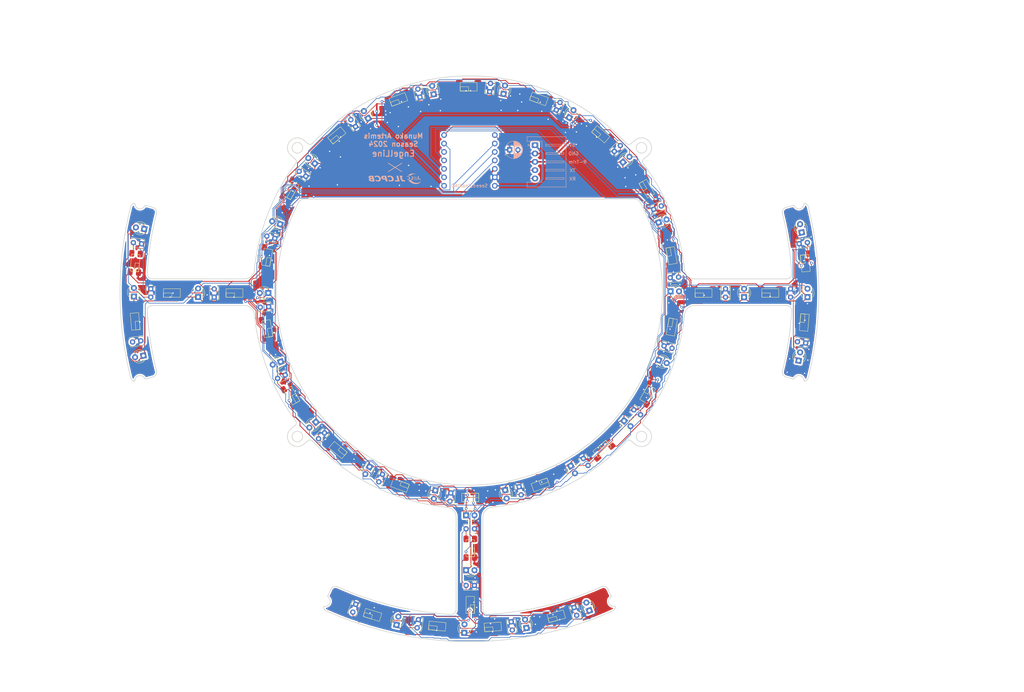
<source format=kicad_pcb>
(kicad_pcb (version 20211014) (generator pcbnew)
  (layers (0 "F.Cu" signal) (31 "B.Cu" signal) (34 "B.Paste" user) (35 "F.Paste" user) (36 "B.SilkS" user "B.Silkscreen") (37 "F.SilkS" user "F.Silkscreen") (38 "B.Mask" user) (39 "F.Mask" user) (44 "Edge.Cuts" user))
  (net 0 "")
  (net 1 "+3.3V")
  (net 2 "GND")
  (net 3 "R-Trim")
  (net 4 "+5V")
  (net 5 "Tx")
  (net 6 "Rx")
  (net 7 "D0")
  (net 8 "D1")
  (net 9 "D2")
  (net 10 "D3")
  (net 11 "D4")
  (net 12 "D5")
  (net 13 "D8")
  (net 14 "D9")
  (net 15 "D10")
  (net 16 "Net-(D1-Pad1)")
  (footprint "LED_THT:LED_D3.0mm_Clear" (layer "F.Cu") (at 211.061 206.986)
    (fp_text reference "D28" hide)
    (fp_text value "LED" hide)
  )
  (footprint "Line_Sensor:Line_Sensor_SMD" (layer "F.Cu") (at 255.652548 71.109023 -40)
    (fp_text reference "U4" hide)
    (fp_text value "Line_sennsor" hide)
  )
  (footprint "Capacitor_THT:C_Disc_D3.8mm_W2.6mm_P2.50mm" (layer "F.Cu") (at 135.382 122.444 -90)
    (fp_text reference "C21" hide)
    (fp_text value "C_Small" hide)
  )
  (footprint "Capacitor_THT:C_Disc_D3.8mm_W2.6mm_P2.50mm" (layer "F.Cu") (at 244.322719 220.553934 108.5)
    (fp_text reference "C29" hide)
    (fp_text value "C_Small" hide)
  )
  (footprint "Capacitor_THT:C_Disc_D3.8mm_W2.6mm_P2.50mm" (layer "F.Cu") (at 289.052 124.924 90)
    (fp_text reference "C8" hide)
    (fp_text value "C_Small" hide)
  )
  (footprint "LED_THT:LED_D3.0mm_Clear" (layer "F.Cu") (at 201.843282 182.99475 -100)
    (fp_text reference "D15" hide)
    (fp_text value "LED" hide)
  )
  (footprint "Line_Sensor:Line_Sensor_SMD" (layer "F.Cu") (at 302.514 117.322)
    (fp_text reference "U9" hide)
    (fp_text value "Line_sennsor" hide)
  )
  (footprint "Line_Sensor:Line_Sensor_SMD" (layer "F.Cu") (at 105.30789 114.077776 85)
    (fp_text reference "U24" hide)
    (fp_text value "Line_sennsor" hide)
  )
  (footprint "LED_THT:LED_D3.0mm_Clear" (layer "F.Cu") (at 258.559889 162.081293 -40)
    (fp_text reference "D12" hide)
    (fp_text value "LED" hide)
  )
  (footprint "Line_Sensor:Line_Sensor_SMD" (layer "F.Cu") (at 205.992 217.4 90)
    (fp_text reference "U28" hide)
    (fp_text value "Line_sennsor" hide)
  )
  (footprint "Capacitor_THT:C_Disc_D3.8mm_W2.6mm_P2.50mm" (layer "F.Cu") (at 257.439175 79.371677 -136)
    (fp_text reference "C4" hide)
    (fp_text value "C_Small" hide)
  )
  (footprint "Line_Sensor:Line_Sensor_SMD" (layer "F.Cu") (at 168.527452 175.730977 140)
    (fp_text reference "U17" hide)
    (fp_text value "Line_sennsor" hide)
  )
  (footprint "Capacitor_THT:C_Disc_D3.8mm_W2.6mm_P2.50mm" (layer "F.Cu") (at 206.24434 186.258153 84)
    (fp_text reference "C15" hide)
    (fp_text value "C_Small" hide)
  )
  (footprint "Capacitor_THT:C_Disc_D3.8mm_W2.6mm_P2.50mm" (layer "F.Cu") (at 154.433069 149.328421 24)
    (fp_text reference "C18" hide)
    (fp_text value "C_Small" hide)
  )
  (footprint "Line_Sensor:Line_Sensor_SMD" (layer "F.Cu") (at 188.568639 59.538238 20)
    (fp_text reference "U1" hide)
    (fp_text value "Line_sennsor" hide)
  )
  (footprint "Line_Sensor:Line_Sensor_SMD" (layer "F.Cu") (at 145.094304 135.491067 100)
    (fp_text reference "U19" hide)
    (fp_text value "Line_sennsor" hide)
  )
  (footprint "Capacitor_THT:C_Disc_D3.8mm_W2.6mm_P2.50mm" (layer "F.Cu") (at 239.307964 66.416508 -116)
    (fp_text reference "C3" hide)
    (fp_text value "C_Small" hide)
  )
  (footprint "Line_Sensor:Line_Sensor_SMD" (layer "F.Cu") (at 270.916813 89.16303 -60)
    (fp_text reference "U5" hide)
    (fp_text value "Line_sennsor" hide)
  )
  (footprint "Capacitor_THT:C_Disc_D3.8mm_W2.6mm_P2.50mm" (layer "F.Cu") (at 196.608755 62.378045 -76)
    (fp_text reference "C1" hide)
    (fp_text value "C_Small" hide)
  )
  (footprint "LED_THT:LED_D3.0mm_Clear" (layer "F.Cu") (at 272.539 123.166)
    (fp_text reference "D6" hide)
    (fp_text value "LED" hide)
  )
  (footprint "LED_THT:LED_D3.0mm_Clear" (layer "F.Cu") (at 111.252 124.716 90)
    (fp_text reference "D22" hide)
    (fp_text value "LED" hide)
  )
  (footprint "Capacitor_THT:C_Disc_D3.8mm_W2.6mm_P2.50mm" (layer "F.Cu") (at 313.65627 108.503238 -171.5)
    (fp_text reference "C10" hide)
    (fp_text value "C_Small" hide)
  )
  (footprint "LED_THT:LED_D3.0mm_Clear" (layer "F.Cu") (at 151.641 123.674 180)
    (fp_text reference "D19" hide)
    (fp_text value "LED" hide)
  )
  (footprint "Capacitor_THT:C_Disc_D3.8mm_W2.6mm_P2.50mm" (layer "F.Cu") (at 166.740825 167.468323 44)
    (fp_text reference "C17" hide)
    (fp_text value "C_Small" hide)
  )
  (footprint "Capacitor_THT:C_Disc_D3.8mm_W2.6mm_P2.50mm" (layer "F.Cu") (at 274.931955 118.887805 -176)
    (fp_text reference "C6" hide)
    (fp_text value "C_Small" hide)
  )
  (footprint "Line_Sensor:Line_Sensor_SMD" (layer "F.Cu") (at 168.138301 71.435559 40)
    (fp_text reference "U26" hide)
    (fp_text value "Line_sennsor" hide)
  )
  (footprint "LED_THT:LED_D3.0mm_Clear" (layer "F.Cu") (at 114.10695 142.492343 -169)
    (fp_text reference "D23" hide)
    (fp_text value "LED" hide)
  )
  (footprint "Line_Sensor:Line_Sensor_SMD" (layer "F.Cu") (at 279.17391 134.990785 -100)
    (fp_text reference "U7" hide)
    (fp_text value "Line_sennsor" hide)
  )
  (footprint "Line_Sensor:Line_Sensor_SMD" (layer "F.Cu") (at 271.170813 157.23703 -120)
    (fp_text reference "U12" hide)
    (fp_text value "Line_sennsor" hide)
  )
  (footprint "LED_THT:LED_D3.0mm_Clear" (layer "F.Cu") (at 190.181706 223.415469 77.5)
    (fp_text reference "D32" hide)
    (fp_text value "LED" hide)
  )
  (footprint "Line_Sensor:Line_Sensor_SMD" (layer "F.Cu") (at 236.544776 214.686468 15)
    (fp_text reference "U29" hide)
    (fp_text value "Line_sennsor" hide)
  )
  (footprint "Line_Sensor:Line_Sensor_SMD" (layer "F.Cu") (at 235.133997 59.364491 -20)
    (fp_text reference "U3" hide)
    (fp_text value "Line_sennsor" hide)
  )
  (footprint "Line_Sensor:Line_Sensor_SMD" (layer "F.Cu") (at 105.30789 132.762224 95)
    (fp_text reference "U23" hide)
    (fp_text value "Line_sennsor" hide)
  )
  (footprint "Line_Sensor:Line_Sensor_SMD" (layer "F.Cu") (at 235.611361 187.301762 -160)
    (fp_text reference "U14" hide)
    (fp_text value "Line_sennsor" hide)
  )
  (footprint "LED_THT:LED_D3.0mm_Clear" (layer "F.Cu") (at 210.545424 225.790587 88.5)
    (fp_text reference "D31" hide)
    (fp_text value "LED" hide)
  )
  (footprint "Line_Sensor:Line_Sensor_SMD" (layer "F.Cu") (at 212.344 191.494 180)
    (fp_text reference "U15" hide)
    (fp_text value "Line_sennsor" hide)
  )
  (footprint "Line_Sensor:Line_Sensor_SMD" (layer "F.Cu") (at 319.345641 114.17037 -85)
    (fp_text reference "U10" hide)
    (fp_text value "Line_sennsor" hide)
  )
  (footprint "Line_Sensor:Line_Sensor_SMD" (layer "F.Cu") (at 152.995115 89.60297 60)
    (fp_text reference "U25" hide)
    (fp_text value "Line_sennsor" hide)
  )
  (footprint "Line_Sensor:Line_Sensor_SMD" (layer "F.Cu") (at 211.836 55.346)
    (fp_text reference "U2" hide)
    (fp_text value "Line_sennsor" hide)
  )
  (footprint "Capacitor_THT:C_Disc_D3.8mm_W2.6mm_P2.50mm" (layer "F.Cu") (at 149.248045 127.952196 4)
    (fp_text reference "C19" hide)
    (fp_text value "C_Small" hide)
  )
  (footprint "Capacitor_THT:C_Disc_D3.8mm_W2.6mm_P2.50mm" (layer "F.Cu") (at 310.67573 138.322838 -8.5)
    (fp_text reference "C11" hide)
    (fp_text value "C_Small" hide)
  )
  (footprint "Capacitor_THT:C_Disc_D3.8mm_W2.6mm_P2.50mm" (layer "F.Cu") (at 272.981577 140.274547 164)
    (fp_text reference "C7" hide)
    (fp_text value "C_Small" hide)
  )
  (footprint "LED_THT:LED_D3.0mm_Clear" (layer "F.Cu") (at 114.352246 104.443098 169)
    (fp_text reference "D24" hide)
    (fp_text value "LED" hide)
  )
  (footprint "Line_Sensor:Line_Sensor_SMD" (layer "F.Cu") (at 189.046003 187.475509 160)
    (fp_text reference "U16" hide)
    (fp_text value "Line_sennsor" hide)
  )
  (footprint "Line_Sensor:Line_Sensor_SMD" (layer "F.Cu") (at 319.047971 133.083574 -95)
    (fp_text reference "U11" hide)
    (fp_text value "Line_sennsor" hide)
  )
  (footprint "Line_Sensor:Line_Sensor_SMD" (layer "F.Cu") (at 141.478 117.322)
    (fp_text reference "U21" hide)
    (fp_text value "Line_sennsor" hide)
  )
  (footprint "LED_THT:LED_D3.0mm_Clear" (layer "F.Cu") (at 211.068 190.476)
    (fp_text reference "D27" hide)
    (fp_text value "LED" hide)
  )
  (footprint "Capacitor_THT:C_Disc_D3.8mm_W2.6mm_P2.50mm" (layer "F.Cu") (at 116.332 124.924 90)
    (fp_text reference "C22" hide)
    (fp_text value "C_Small" hide)
  )
  (footprint "LED_THT:LED_D3.0mm_Clear" (layer "F.Cu") (at 130.556 124.88 90)
    (fp_text reference "D21" hide)
    (fp_text value "LED" hide)
  )
  (footprint "LED_THT:LED_D3.0mm_Clear" (layer "F.Cu") (at 268.980352 143.856094 -20)
    (fp_text reference "D7" hide)
    (fp_text value "LED" hide)
  )
  (footprint "LED_THT:LED_D3.0mm_Clear" (layer "F.Cu") (at 258.233352 84.369556 40)
    (fp_text reference "D4" hide)
    (fp_text value "LED" hide)
  )
  (footprint "LED_THT:LED_D3.0mm_Clear" (layer "F.Cu") (at 181.64553 71.19663 120)
    (fp_text reference "D26" hide)
    (fp_text value "LED" hide)
  )
  (footprint "Line_Sensor:Line_Sensor_SMD" (layer "F.Cu") (at 203.033918 217.471006 -5.5)
    (fp_text reference "U31" hide)
    (fp_text value "Line_sennsor" hide)
  )
  (footprint "Capacitor_THT:C_Disc_D3.8mm_W2.6mm_P2.50mm" (layer "F.Cu") (at 160.913729 87.125269 -36)
    (fp_text reference "C25" hide)
    (fp_text value "C_Small" hide)
  )
  (footprint "LED_THT:LED_D3.0mm_Clear" (layer "F.Cu") (at 242.53447 175.64337 -60)
    (fp_text reference "D13" hide)
    (fp_text value "LED" hide)
  )
  (footprint "Capacitor_THT:C_Disc_D3.8mm_W2.6mm_P2.50mm" (layer "F.Cu") (at 211.094 211.558)
    (fp_text reference "C28" hide)
    (fp_text value "C_Small" hide)
  )
  (footprint "LED_THT:LED_D3.0mm_Clear" (layer "F.Cu") (at 313.69 124.92 90)
    (fp_text reference "D9" hide)
    (fp_text value "LED" hide)
  )
  (footprint "LED_THT:LED_D3.0mm_Clear" (layer "F.Cu") (at 248.134167 219.099222 110.5)
    (fp_text reference "D29" hide)
    (fp_text value "LED" hide)
  )
  (footprint "Line_Sensor:Line_Sensor_SMD" (layer "F.Cu") (at 279.085696 111.348933 -80)
    (fp_text reference "U6" hide)
    (fp_text value "Line_sennsor" hide)
  )
  (footprint "Capacitor_THT:C_Disc_D3.8mm_W2.6mm_P2.50mm" (layer "F.Cu") (at 224.971621 224.970947 97)
    (fp_text reference "C30" hide)
    (fp_text value "C_Small" hide)
  )
  (footprint "LED_THT:LED_D3.0mm_Clear" (layer "F.Cu") (at 201.343 63.933463 100)
    (fp_text reference "D1" hide)
    (fp_text value "LED" hide)
  )
  (footprint "LED_THT:LED_D3.0mm_Clear" (layer "F.Cu") (at 229.235945 224.341177 99.5)
    (fp_text reference "D30" hide)
    (fp_text value "LED" hide)
  )
  (footprint "Capacitor_THT:C_Disc_D3.8mm_W2.6mm_P2.50mm" (layer "F.Cu") (at 218.428327 60.684867 -96)
    (fp_text reference "C2" hide)
    (fp_text value "C_Small" hide)
  )
  (footprint "LED_THT:LED_D3.0mm_Clear" (layer "F.Cu") (at 311.949898 105.483693 101)
    (fp_text reference "D10" hide)
    (fp_text value "LED" hide)
  )
  (footprint "LED_THT:LED_D3.0mm_Clear" (layer "F.Cu") (at 155.373394 144.333458 -160)
    (fp_text reference "D18" hide)
    (fp_text value "LED" hide)
  )
  (footprint "Capacitor_THT:C_Disc_D3.8mm_W2.6mm_P2.50mm" (layer "F.Cu") (at 308.61 124.924 90)
    (fp_text reference "C9" hide)
    (fp_text value "C_Small" hide)
  )
  (footprint "LED_THT:LED_D3.0mm_Clear" (layer "F.Cu") (at 222.336718 63.84525 80)
    (fp_text reference "D2" hide)
    (fp_text value "LED" hide)
  )
  (footprint "Capacitor_THT:C_Disc_D3.8mm_W2.6mm_P2.50mm" (layer "F.Cu") (at 184.872036 180.423493 64)
    (fp_text reference "C16" hide)
    (fp_text value "C_Small" hide)
  )
  (footprint "Line_Sensor:Line_Sensor_SMD" (layer "F.Cu") (at 205.991 200.382 90)
    (fp_text reference "U27" hide)
    (fp_text value "Line_sennsor" hide)
  )
  (footprint "Line_Sensor:Line_Sensor_SMD" (layer "F.Cu") (at 256.041699 175.404441 -140)
    (fp_text reference "U13" hide)
    (fp_text value "Line_sennsor" hide)
  )
  (footprint "Line_Sensor:Line_Sensor_SMD" (layer "F.Cu") (at 282.448 117.322)
    (fp_text reference "U8" hide)
    (fp_text value "Line_sennsor" hide)
  )
  (footprint "Line_Sensor:Line_Sensor_SMD" (layer "F.Cu") (at 122.682 117.322)
    (fp_text reference "U22" hide)
    (fp_text value "Line_sennsor" hide)
  )
  (footprint "Line_Sensor:Line_Sensor_SMD" (layer "F.Cu") (at 145.00609 111.849215 80)
    (fp_text reference "U20" hide)
    (fp_text value "Line_sennsor" hide)
  )
  (footprint "LED_THT:LED_D3.0mm_Clear" (layer "F.Cu") (at 165.946648 162.470444 -140)
    (fp_text reference "D17" hide)
    (fp_text value "LED" hide)
  )
  (footprint "LED_THT:LED_D3.0mm_Clear" (layer "F.Cu") (at 311.018339 144.005506 79.5)
    (fp_text reference "D11" hide)
    (fp_text value "LED" hide)
  )
  (footprint "Capacitor_THT:C_Disc_D3.8mm_W2.6mm_P2.50mm" (layer "F.Cu") (at 211.093 194.54)
    (fp_text reference "C27" hide)
    (fp_text value "C_Small" hide)
  )
  (footprint "LED_THT:LED_D3.0mm_Clear" (layer "F.Cu") (at 155.199648 102.983906 160)
    (fp_text reference "D20" hide)
    (fp_text value "LED" hide)
  )
  (footprint "LED_THT:LED_D3.0mm_Clear" (layer "F.Cu") (at 222.837 182.906537 -80)
    (fp_text reference "D14" hide)
    (fp_text value "LED" hide)
  )
  (footprint "LED_THT:LED_D3.0mm_Clear" (layer "F.Cu") (at 165.620111 84.758707 140)
    (fp_text reference "D25" hide)
    (fp_text value "LED" hide)
  )
  (footprint "Capacitor_THT:C_Disc_D3.8mm_W2.6mm_P2.50mm" (layer "F.Cu") (at 111.094098 108.52745 -8.4)
    (fp_text reference "C24" hide)
    (fp_text value "C_Small" hide)
  )
  (footprint "LED_THT:LED_D3.0mm_Clear" (layer "F.Cu") (at 268.9352 102.465 20)
    (fp_text reference "D5" hide)
    (fp_text value "LED" hide)
  )
  (footprint "Capacitor_THT:C_Disc_D3.8mm_W2.6mm_P2.50mm" (layer "F.Cu") (at 151.198423 106.565454 -16)
    (fp_text reference "C20" hide)
    (fp_text value "C_Small" hide)
  )
  (footprint "Capacitor_THT:C_Disc_D3.8mm_W2.6mm_P2.50mm" (layer "F.Cu") (at 227.632403 184.32287 104)
    (fp_text reference "C14" hide)
    (fp_text value "C_Small" hide)
  )
  (footprint "Capacitor_THT:C_Disc_D3.8mm_W2.6mm_P2.50mm" (layer "F.Cu") (at 269.746932 97.511579 -156)
    (fp_text reference "C5" hide)
    (fp_text value "C_Small" hide)
  )
  (footprint "Line_Sensor:Line_Sensor_SMD" (layer "F.Cu") (at 184.817472 214.334473 -17)
    (fp_text reference "U32" hide)
    (fp_text value "Line_sennsor" hide)
  )
  (footprint "Line_Sensor:Line_Sensor_SMD" (layer "F.Cu") (at 153.263187 157.67697 120)
    (fp_text reference "U18" hide)
    (fp_text value "Line_sennsor" hide)
  )
  (footprint "Capacitor_THT:C_Disc_D3.8mm_W2.6mm_P2.50mm" (layer "F.Cu") (at 176.466009 71.583703 -56)
    (fp_text reference "C26" hide)
    (fp_text value "C_Small" hide)
  )
  (footprint "Capacitor_THT:C_Disc_D3.8mm_W2.6mm_P2.50mm" (layer "F.Cu") (at 247.74195 175.49 124)
    (fp_text reference "C13" hide)
    (fp_text value "C_Small" hide)
  )
  (footprint "LED_THT:LED_D3.0mm_Clear" (layer "F.Cu") (at 294.64 124.944 90)
    (fp_text reference "D8" hide)
    (fp_text value "LED" hide)
  )
  (footprint "LED_THT:LED_D3.0mm_Clear" (layer "F.Cu") (at 182.08547 175.89737 -120)
    (fp_text reference "D16" hide)
    (fp_text value "LED" hide)
  )
  (footprint "Line_Sensor:Line_Sensor_SMD" (layer "F.Cu") (at 218.681011 217.675837 4)
    (fp_text reference "U30" hide)
    (fp_text value "Line_sennsor" hide)
  )
  (footprint "Capacitor_THT:C_Disc_D3.8mm_W2.6mm_P2.50mm" (layer "F.Cu") (at 110.853629 138.39545 8.4)
    (fp_text reference "C23" hide)
    (fp_text value "C_Small" hide)
  )
  (footprint "Capacitor_THT:C_Disc_D3.8mm_W2.6mm_P2.50mm" (layer "F.Cu") (at 196.370792 224.290862 81)
    (fp_text reference "C31" hide)
    (fp_text value "C_Small" hide)
  )
  (footprint "LED_THT:LED_D3.0mm_Clear" (layer "F.Cu") (at 242.09453 70.942631 60)
    (fp_text reference "D3" hide)
    (fp_text value "LED" hide)
  )
  (footprint "Capacitor_THT:C_Disc_D3.8mm_W2.6mm_P2.50mm" (layer "F.Cu") (at 263.525 160.25 144)
    (fp_text reference "C12" hide)
    (fp_text value "C_Small" hide)
  )
  (footprint "Capacitor_THT:C_Disc_D3.8mm_W2.6mm_P2.50mm" (layer "F.Cu") (at 177.060359 219.581672 69.7)
    (fp_text reference "C32" hide)
    (fp_text value "C_Small" hide)
  )
  (footprint "Capacitor_THT:CP_Radial_D5.0mm_P2.50mm" (layer "B.Cu") (at 224.1804 80.6464)
    (fp_text reference "C33" hide)
    (fp_text value "C_Small" hide)
  )
  (footprint "Seeeduino_Xiao:seeeduinoXIAO" (layer "B.Cu") (at 212.09 83.82 180)
    (fp_text reference "U33" hide)
    (fp_text value "SeeeduinoXIAO")
  )
  (footprint "Connector_JST:JST_XH_S5B-XH-A_1x05_P2.50mm_Horizontal" (layer "B.Cu") (at 231.8048 79.2532 -90)
    (fp_text reference "J1" hide)
    (fp_text value "Conn_01x05_Female" hide)
  )
  (footprint "_Others:JLCPCB" (layer "B.Cu") (at 189.738 89.384 180)
    (fp_text reference "G***" hide)
    (fp_text value "LOGO" hide)
  )
  (gr_line (start 187.706 84.6596) (end 191.77 87.1996) (layer "B.SilkS") (width 0.2))
  (gr_line (start 191.77 84.6596) (end 187.706 87.1996) (layer "B.SilkS") (width 0.2))
  (gr_arc (start 169.112107 219.225547) (mid 168.561249 218.801882) (end 168.260444 218.175423) (layer "Edge.Cuts") (width 0.2))
  (gr_arc (start 111.184066 96.705774) (mid 111.459159 96.730576) (end 111.597369 96.969715) (layer "Edge.Cuts") (width 0.2))
  (gr_arc (start 264.336751 84.743468) (mid 272.697662 99.907541) (end 276.758102 116.741042) (layer "Edge.Cuts") (width 0.2))
  (gr_arc (start 164.934036 78.707967) (mid 212.1032 58.430109) (end 259.272364 78.707967) (layer "Edge.Cuts") (width 0.2))
  (gr_arc (start 261.701587 95.430109) (mid 262.736685 95.718802) (end 263.472958 96.501537) (layer "Edge.Cuts") (width 0.2))
  (gr_line (start 116.761709 127.430109) (end 144.464454 127.430109) (layer "Edge.Cuts") (width 0.2))
  (gr_line (start 208.1032 191.068855) (end 208.1032 218.7716) (layer "Edge.Cuts") (width 0.2))
  (gr_arc (start 309.39625 97.360515) (mid 309.601644 97.378851) (end 309.74668 97.525436) (layer "Edge.Cuts") (width 0.2))
  (gr_arc (start 276.757884 130.121286) (mid 272.697278 146.953665) (end 264.336751 162.116749) (layer "Edge.Cuts") (width 0.2))
  (gr_arc (start 147.448298 116.741042) (mid 146.473432 118.660121) (end 144.464225 119.432316) (layer "Edge.Cuts") (width 0.2))
  (gr_arc (start 259.272365 168.15225) (mid 259.94113 167.841904) (end 260.640832 168.074239) (layer "Edge.Cuts") (width 0.2))
  (gr_line (start 279.741946 127.430109) (end 307.444691 127.430109) (layer "Edge.Cuts") (width 0.2))
  (gr_arc (start 309.74668 149.334782) (mid 311.396483 148.486557) (end 312.609031 149.890503) (layer "Edge.Cuts") (width 0.2))
  (gr_arc (start 308.942331 117.845963) (mid 308.535582 118.961993) (end 307.444819 119.432316) (layer "Edge.Cuts") (width 0.2))
  (gr_arc (start 255.614255 217.814232) (mid 254.021082 216.863898) (end 254.569935 215.091866) (layer "Edge.Cuts") (width 0.2))
  (gr_circle (center 160.3952 166.818273) (end 158.7952 166.818273) (layer "Edge.Cuts") (width 0.2) (fill none))
  (gr_arc (start 255.094293 219.225547) (mid 212.1032 228.430109) (end 169.112107 219.225547) (layer "Edge.Cuts") (width 0.2))
  (gr_arc (start 306.169457 99.754397) (mid 307.983558 108.734632) (end 308.942331 117.845963) (layer "Edge.Cuts") (width 0.2))
  (gr_line (start 260.640832 168.074239) (end 261.882838 169.116405) (layer "Edge.Cuts") (width 0.2))
  (gr_arc (start 170.480128 212.691074) (mid 171.315843 211.919407) (end 172.452741 211.956044) (layer "Edge.Cuts") (width 0.2))
  (gr_circle (center 160.3952 80.041945) (end 158.7952 80.041945) (layer "Edge.Cuts") (width 0.2) (fill none))
  (gr_arc (start 263.472958 96.501537) (mid 212.1032 181.430109) (end 160.733442 96.501537) (layer "Edge.Cuts") (width 0.2))
  (gr_arc (start 118.036943 147.105821) (mid 117.875584 148.231793) (end 116.970539 148.920829) (layer "Edge.Cuts") (width 0.2))
  (gr_line (start 254.671499 214.718122) (end 253.726272 212.691074) (layer "Edge.Cuts") (width 0.2))
  (gr_line (start 264.497556 83.382245) (end 265.739562 82.340078) (layer "Edge.Cuts") (width 0.2))
  (gr_arc (start 205.412023 188.084793) (mid 207.331032 189.059685) (end 208.1032 191.068855) (layer "Edge.Cuts") (width 0.2))
  (gr_arc (start 279.742175 119.432316) (mid 277.732968 118.660115) (end 276.758102 116.741042) (layer "Edge.Cuts") (width 0.2))
  (gr_arc (start 313.908615 97.726851) (mid 317.1032 123.430109) (end 313.908615 149.133367) (layer "Edge.Cuts") (width 0.2))
  (gr_line (start 159.708843 163.477973) (end 158.466837 164.520139) (layer "Edge.Cuts") (width 0.2))
  (gr_arc (start 118.036943 147.105821) (mid 116.22301 138.126695) (end 115.264198 129.016496) (layer "Edge.Cuts") (width 0.2))
  (gr_arc (start 276.757884 130.121286) (mid 277.732776 128.202277) (end 279.741946 127.430109) (layer "Edge.Cuts") (width 0.2))
  (gr_line (start 265.739562 164.52014) (end 264.497557 163.477973) (layer "Edge.Cuts") (width 0.2))
  (gr_line (start 307.444819 119.432316) (end 279.742175 119.432316) (layer "Edge.Cuts") (width 0.2))
  (gr_arc (start 110.297785 97.726851) (mid 110.619341 97.11077) (end 111.184066 96.705774) (layer "Edge.Cuts") (width 0.2))
  (gr_arc (start 111.597369 149.890503) (mid 112.809918 148.486603) (end 114.45972 149.334782) (layer "Edge.Cuts") (width 0.2))
  (gr_arc (start 111.184066 150.154444) (mid 110.61938 149.749414) (end 110.297785 149.133367) (layer "Edge.Cuts") (width 0.2))
  (gr_arc (start 205.412023 188.084793) (mid 183.388036 181.743395) (end 164.934035 168.15225) (layer "Edge.Cuts") (width 0.2))
  (gr_arc (start 114.45972 97.525436) (mid 114.604758 97.378861) (end 114.81015 97.360515) (layer "Edge.Cuts") (width 0.2))
  (gr_line (start 114.81015 149.499703) (end 116.970539 148.920829) (layer "Edge.Cuts") (width 0.2))
  (gr_line (start 116.970539 97.939389) (end 114.81015 97.360515) (layer "Edge.Cuts") (width 0.2))
  (gr_arc (start 115.264069 117.845963) (mid 116.222843 108.734633) (end 118.036943 99.754397) (layer "Edge.Cuts") (width 0.2))
  (gr_arc (start 147.448298 116.741042) (mid 151.508738 99.907541) (end 159.869649 84.743468) (layer "Edge.Cuts") (width 0.2))
  (gr_arc (start 255.945956 218.175423) (mid 255.645154 218.801885) (end 255.094293 219.225547) (layer "Edge.Cuts") (width 0.2))
  (gr_arc (start 216.1032 191.068855) (mid 216.875368 189.059685) (end 218.794377 188.084793) (layer "Edge.Cuts") (width 0.2))
  (gr_arc (start 217.689587 220.269111) (mid 216.573534 219.862376) (end 216.1032 218.7716) (layer "Edge.Cuts") (width 0.2))
  (gr_arc (start 264.497557 163.477973) (mid 264.14725 162.829246) (end 264.336751 162.116749) (layer "Edge.Cuts") (width 0.2))
  (gr_arc (start 111.597369 149.890503) (mid 111.459155 150.129636) (end 111.184066 150.154444) (layer "Edge.Cuts") (width 0.2))
  (gr_arc (start 159.869649 162.116749) (mid 151.509122 146.953665) (end 147.448516 130.121286) (layer "Edge.Cuts") (width 0.2))
  (gr_line (start 144.464225 119.432316) (end 116.761581 119.432316) (layer "Edge.Cuts") (width 0.2))
  (gr_arc (start 309.74668 149.334782) (mid 309.601644 149.481367) (end 309.39625 149.499703) (layer "Edge.Cuts") (width 0.2))
  (gr_line (start 307.235861 148.920829) (end 309.39625 149.499703) (layer "Edge.Cuts") (width 0.2))
  (gr_arc (start 254.671499 214.718122) (mid 254.689108 214.923579) (end 254.569935 215.091866) (layer "Edge.Cuts") (width 0.2))
  (gr_arc (start 313.022334 96.705774) (mid 313.587045 97.110791) (end 313.908615 97.726851) (layer "Edge.Cuts") (width 0.2))
  (gr_arc (start 265.739562 164.52014) (mid 266.109332 168.746634) (end 261.882838 169.116405) (layer "Edge.Cuts") (width 0.2))
  (gr_arc (start 162.323562 169.116405) (mid 158.097065 168.746633) (end 158.466837 164.520139) (layer "Edge.Cuts") (width 0.2))
  (gr_arc (start 158.466838 82.340078) (mid 158.097046 78.113529) (end 162.323562 77.743813) (layer "Edge.Cuts") (width 0.2))
  (gr_circle (center 263.8112 80.041945) (end 262.2112 80.041945) (layer "Edge.Cuts") (width 0.2) (fill none))
  (gr_arc (start 114.81015 149.499703) (mid 114.604753 149.481369) (end 114.45972 149.334782) (layer "Edge.Cuts") (width 0.2))
  (gr_arc (start 168.260444 218.175423) (mid 168.332631 217.908799) (end 168.592145 217.814232) (layer "Edge.Cuts") (width 0.2))
  (gr_arc (start 307.235861 148.920829) (mid 306.3308 148.23181) (end 306.169457 147.105821) (layer "Edge.Cuts") (width 0.2))
  (gr_arc (start 251.753659 211.956044) (mid 235.10037 217.664552) (end 217.689587 220.269111) (layer "Edge.Cuts") (width 0.2))
  (gr_arc (start 208.1032 218.7716) (mid 207.632868 219.862381) (end 206.516813 220.269111) (layer "Edge.Cuts") (width 0.2))
  (gr_arc (start 116.761581 119.432316) (mid 115.670828 118.961987) (end 115.264069 117.845963) (layer "Edge.Cuts") (width 0.2))
  (gr_arc (start 144.464454 127.430109) (mid 146.473651 128.20226) (end 147.448516 130.121286) (layer "Edge.Cuts") (width 0.2))
  (gr_line (start 216.1032 218.7716) (end 216.1032 191.068855) (layer "Edge.Cuts") (width 0.2))
  (gr_arc (start 312.609031 96.969715) (mid 312.74725 96.730587) (end 313.022334 96.705774) (layer "Edge.Cuts") (width 0.2))
  (gr_line (start 158.466838 82.340078) (end 159.708844 83.382245) (layer "Edge.Cuts") (width 0.2))
  (gr_line (start 261.701587 95.430109) (end 162.504813 95.430109) (layer "Edge.Cuts") (width 0.2))
  (gr_arc (start 115.264198 129.016496) (mid 115.670934 127.900447) (end 116.761709 127.430109) (layer "Edge.Cuts") (width 0.2))
  (gr_arc (start 259.272365 168.15225) (mid 240.818364 181.743395) (end 218.794377 188.084793) (layer "Edge.Cuts") (width 0.2))
  (gr_arc (start 110.297785 149.133367) (mid 107.1032 123.430109) (end 110.297785 97.726851) (layer "Edge.Cuts") (width 0.2))
  (gr_line (start 162.323562 169.116405) (end 163.565568 168.074239) (layer "Edge.Cuts") (width 0.2))
  (gr_arc (start 159.869649 162.116749) (mid 160.059146 162.829239) (end 159.708843 163.477973) (layer "Edge.Cuts") (width 0.2))
  (gr_arc (start 169.636465 215.091866) (mid 169.517296 214.923579) (end 169.534901 214.718122) (layer "Edge.Cuts") (width 0.2))
  (gr_arc (start 159.708844 83.382245) (mid 160.059179 84.030975) (end 159.869649 84.743468) (layer "Edge.Cuts") (width 0.2))
  (gr_arc (start 116.970539 97.939389) (mid 117.87561 98.628409) (end 118.036943 99.754397) (layer "Edge.Cuts") (width 0.2))
  (gr_arc (start 260.640831 78.785979) (mid 259.941129 79.018313) (end 259.272364 78.707967) (layer "Edge.Cuts") (width 0.2))
  (gr_line (start 170.480128 212.691074) (end 169.534901 214.718122) (layer "Edge.Cuts") (width 0.2))
  (gr_line (start 163.565569 78.785979) (end 162.323562 77.743813) (layer "Edge.Cuts") (width 0.2))
  (gr_line (start 309.39625 97.360515) (end 307.235861 97.939389) (layer "Edge.Cuts") (width 0.2))
  (gr_arc (start 312.609031 96.969715) (mid 311.396483 98.37366) (end 309.74668 97.525436) (layer "Edge.Cuts") (width 0.2))
  (gr_line (start 261.882838 77.743813) (end 260.640831 78.785979) (layer "Edge.Cuts") (width 0.2))
  (gr_arc (start 255.614255 217.814232) (mid 255.873752 217.908827) (end 255.945956 218.175423) (layer "Edge.Cuts") (width 0.2))
  (gr_arc (start 313.908615 149.133367) (mid 313.587045 149.749427) (end 313.022334 150.154444) (layer "Edge.Cuts") (width 0.2))
  (gr_arc (start 307.444691 127.430109) (mid 308.535466 127.900444) (end 308.942202 129.016496) (layer "Edge.Cuts") (width 0.2))
  (gr_arc (start 114.45972 97.525436) (mid 112.809914 98.373634) (end 111.597369 96.969715) (layer "Edge.Cuts") (width 0.2))
  (gr_arc (start 313.022334 150.154444) (mid 312.74725 150.129631) (end 312.609031 149.890503) (layer "Edge.Cuts") (width 0.2))
  (gr_arc (start 251.753659 211.956044) (mid 252.890558 211.91941) (end 253.726272 212.691074) (layer "Edge.Cuts") (width 0.2))
  (gr_circle (center 263.8112 166.818273) (end 262.2112 166.818273) (layer "Edge.Cuts") (width 0.2) (fill none))
  (gr_arc (start 160.733442 96.501537) (mid 161.469716 95.718807) (end 162.504813 95.430109) (layer "Edge.Cuts") (width 0.2))
  (gr_arc (start 206.516813 220.269111) (mid 189.10603 217.664552) (end 172.452741 211.956044) (layer "Edge.Cuts") (width 0.2))
  (gr_arc (start 306.169457 99.754397) (mid 306.3308 98.628408) (end 307.235861 97.939389) (layer "Edge.Cuts") (width 0.2))
  (gr_arc (start 164.934036 78.707967) (mid 164.265281 79.018276) (end 163.565569 78.785979) (layer "Edge.Cuts") (width 0.2))
  (gr_arc (start 264.336751 84.743468) (mid 264.147249 84.030972) (end 264.497556 83.382245) (layer "Edge.Cuts") (width 0.2))
  (gr_arc (start 308.942202 129.016496) (mid 307.983388 138.126695) (end 306.169457 147.105821) (layer "Edge.Cuts") (width 0.2))
  (gr_arc (start 163.565568 168.074239) (mid 164.265283 167.84188) (end 164.934035 168.15225) (layer "Edge.Cuts") (width 0.2))
  (gr_arc (start 169.636465 215.091866) (mid 170.185264 216.863847) (end 168.592145 217.814232) (layer "Edge.Cuts") (width 0.2))
  (gr_arc (start 261.882838 77.743813) (mid 266.109333 78.113584) (end 265.739562 82.340078) (layer "Edge.Cuts") (width 0.2))
  (gr_text "TX" (at 243.078 86.844) (layer "B.SilkS") (effects (font (size 1 1)) (justify mirror)))
  (gr_text "EngelLine" (at 189.23 81.764) (layer "B.SilkS") (effects (font (size 1.8 1.8) (thickness 0.3)) (justify mirror)))
  (gr_text "GND" (at 243.3828 81.764) (layer "B.SilkS") (effects (font (size 1 1)) (justify mirror)))
  (gr_text "RX\n" (at 243.078 89.384) (layer "B.SilkS") (effects (font (size 1 1)) (justify mirror)))
  (gr_text "Munako Artemis\nSeason 2024" (at 189.23 77.7) (layer "B.SilkS") (effects (font (size 1.5 1.5) (thickness 0.3)) (justify mirror)))
  (gr_text "5V" (at 242.9764 79.224) (layer "B.SilkS") (effects (font (size 1 1)) (justify mirror)))
  (gr_text "R-Trim\n" (at 244.602 84.304) (layer "B.SilkS") (effects (font (size 1 1)) (justify mirror)))
  (segment (start 189.934183 66.353692) (end 192.931603 63.356272) (width 0.2) (layer "F.Cu") (net 1))
  (segment (start 199.6694 186.1326) (end 200.6346 187.0978) (width 0.2) (layer "F.Cu") (net 1))
  (segment (start 277.03077 124.0036) (end 277.20792 124.0036) (width 0.2) (layer "F.Cu") (net 1))
  (segment (start 255.143 167.997) (end 254.254 168.886) (width 0.2) (layer "F.Cu") (net 1))
  (segment (start 160.7312 159.136373) (end 160.7312 157.624066) (width 0.2) (layer "F.Cu") (net 1))
  (segment (start 240.558374 218.870231) (end 242.639016 218.870231) (width 0.2) (layer "F.Cu") (net 1))
  (segment (start 221.822568 222.548563) (end 222.549237 222.548563) (width 0.2) (layer "F.Cu") (net 1))
  (segment (start 237.964605 221.464) (end 240.558374 218.870231) (width 0.2) (layer "F.Cu") (net 1))
  (segment (start 149.999073 138.646673) (end 149.692904 138.432291) (width 0.2) (layer "F.Cu") (net 1))
  (segment (start 188.157964 181.746266) (end 188.221866 181.746266) (width 0.2) (layer "F.Cu") (net 1))
  (segment (start 152.0952 142.613757) (end 152.0952 139.168) (width 0.2) (layer "F.Cu") (net 1))
  (segment (start 196.608755 62.378045) (end 199.358845 62.378045) (width 0.2) (layer "F.Cu") (net 1))
  (segment (start 164.6428 84.05) (end 164.6428 83.8468) (width 0.2) (layer "F.Cu") (net 1))
  (segment (start 276.66837 124.366) (end 277.03077 124.0036) (width 0.2) (layer "F.Cu") (net 1))
  (segment (start 313.65627 109.26387) (end 313.65627 108.503238) (width 0.2) (layer "F.Cu") (net 1))
  (segment (start 192.931603 63.356272) (end 195.090128 63.356272) (width 0.2) (layer "F.Cu") (net 1))
  (segment (start 313.743789 133.119811) (end 316.1284 130.7352) (width 0.2) (layer "F.Cu") (net 1))
  (segment (start 160.913729 87.125269) (end 163.531798 84.5072) (width 0.2) (layer "F.Cu") (net 1))
  (segment (start 311.3024 118.846106) (end 311.018726 118.608075) (width 0.2) (layer "F.Cu") (net 1))
  (segment (start 272.9992 129.74486) (end 272.9992 125.6044) (width 0.2) (layer "F.Cu") (net 1))
  (segment (start 201.168 62.6124) (end 201.8792 62.6124) (width 0.2) (layer "F.Cu") (net 1))
  (segment (start 230.326993 222.0228) (end 234.4928 222.0228) (width 0.2) (layer "F.Cu") (net 1))
  (segment (start 149.692904 138.432291) (end 149.352 138.091387) (width 0.2) (layer "F.Cu") (net 1))
  (segment (start 147.958199 128.931349) (end 145.6436 126.61675) (width 0.2) (layer "F.Cu") (net 1))
  (segment (start 126.998 120.88) (end 125.476 122.402) (width 0.2) (layer "F.Cu") (net 1))
  (segment (start 306.088 122.402) (end 308.61 124.924) (width 0.2) (layer "F.Cu") (net 1))
  (segment (start 273.5834 104.2176) (end 273.2024 103.8366) (width 0.2) (layer "F.Cu") (net 1))
  (segment (start 178.593148 68.9116) (end 180.015548 70.334) (width 0.2) (layer "F.Cu") (net 1))
  (segment (start 272.415 107.41865) (end 273.06485 106.7688) (width 0.2) (layer "F.Cu") (net 1))
  (segment (start 274.931955 115.346528) (end 274.931955 118.887805) (width 0.2) (layer "F.Cu") (net 1))
  (segment (start 193.389888 184.780688) (end 194.1576 185.5484) (width 0.2) (layer "F.Cu") (net 1))
  (segment (start 189.23 221.131271) (end 189.23 221.9212) (width 0.2) (layer "F.Cu") (net 1))
  (segment (start 229.313781 223.036012) (end 230.326993 222.0228) (width 0.2) (layer "F.Cu") (net 1))
  (segment (start 313.574377 135.424191) (end 313.743789 135.424191) (width 0.2) (layer "F.Cu") (net 1))
  (segment (start 274.228996 129.772576) (end 273.8492 129.39278) (width 0.2) (layer "F.Cu") (net 1))
  (segment (start 204.525971 223.5976) (end 205.328159 222.795412) (width 0.2) (layer "F.Cu") (net 1))
  (segment (start 213.3072 61.7488) (end 214.63 60.426) (width 0.2) (layer "F.Cu") (net 1))
  (segment (start 201.8792 62.6124) (end 202.4888 62.0028) (width 0.2) (layer "F.Cu") (net 1))
  (segment (start 226.906556 223.036012) (end 229.313781 223.036012) (width 0.2) (layer "F.Cu") (net 1))
  (segment (start 263.525 158.966109) (end 263.525 160.25) (width 0.2) (layer "F.Cu") (net 1))
  (segment (start 177.8762 68.9116) (end 178.593148 68.9116) (width 0.2) (layer "F.Cu") (net 1))
  (segment (start 166.740825 165.345225) (end 165.4048 164.0092) (width 0.2) (layer "F.Cu") (net 1))
  (segment (start 191.008 184.5324) (end 192.707724 184.5324) (width 0.2) (layer "F.Cu") (net 1))
  (segment (start 277.38285 124.8536) (end 277.56 124.8536) (width 0.2) (layer "F.Cu") (net 1))
  (segment (start 117.5312 123.7248) (end 116.332 124.924) (width 0.2) (layer "F.Cu") (net 1))
  (segment (start 146.5072 119.88084) (end 147.08284 119.3052) (width 0.2) (layer "F.Cu") (net 1))
  (segment (start 310.154 124.924) (end 311.3024 123.7756) (width 0.2) (layer "F.Cu") (net 1))
  (segment (start 220.113131 224.258) (end 221.822568 222.548563) (width 0.2) (layer "F.Cu") (net 1))
  (segment (start 157.760222 93.015378) (end 157.760222 92.202578) (width 0.2) (layer "F.Cu") (net 1))
  (segment (start 183.0324 220.7528) (end 183.775812 220.009388) (width 0.2) (layer "F.Cu") (net 1))
  (segment (start 145.2352 122.402) (end 144.272 122.402) (width 0.2) (layer "F.Cu") (net 1))
  (segment (start 205.328159 222.795412) (end 206.072114 222.051457) (width 0.2) (layer "F.Cu") (net 1))
  (segment (start 190.265207 222.042007) (end 190.3984 222.1752) (width 0.2) (layer "F.Cu") (net 1))
  (segment (start 198.374 223.5976) (end 204.525971 223.5976) (width 0.2) (layer "F.Cu") (net 1))
  (segment (start 111.8108 137.438279) (end 110.853629 138.39545) (width 0.2) (layer "F.Cu") (net 1))
  (segment (start 110.125046 129.536105) (end 111.8108 131.221859) (width 0.2) (layer "F.Cu") (net 1))
  (segment (start 196.7738 186.1326) (end 199.6694 186.1326) (width 0.2) (layer "F.Cu") (net 1))
  (segment (start 155.921768 96.020017) (end 156.466704 95.874003) (width 0.2) (layer "F.Cu") (net 1))
  (segment (start 157.367782 93.407818) (end 157.760222 93.015378) (width 0.2) (layer "F.Cu") (net 1))
  (segment (start 176.1998 69.6482) (end 177.1396 69.6482) (width 0.2) (layer "F.Cu") (net 1))
  (segment (start 204.2668 93.2956) (end 184.2516 73.2804) (width 0.5) (layer "F.Cu") (net 1))
  (segment (start 273.8492 125.95648) (end 274.58968 125.216) (width 0.2) (layer "F.Cu") (net 1))
  (segment (start 314.528485 117.396489) (end 314.8584 117.066574) (width 0.2) (layer "F.Cu") (net 1))
  (segment (start 250.63601 172.24999) (end 250.63601 173.308884) (width 0.2) (layer "F.Cu") (net 1))
  (segment (start 254.863975 76.796477) (end 257.439175 79.371677) (width 0.2) (layer "F.Cu") (net 1))
  (segment (start 191.6684 222.1752) (end 193.784062 224.290862) (width 0.2) (layer "F.Cu") (net 1))
  (segment (start 199.6948 62.714) (end 201.0664 62.714) (width 0.2) (layer "F.Cu") (net 1))
  (segment (start 156.265596 152.717295) (end 154.433069 150.884768) (width 0.2) (layer "F.Cu") (net 1))
  (segment (start 136.612 123.674) (end 135.382 122.444) (width 0.2) (layer "F.Cu") (net 1))
  (segment (start 272.981577 140.274547) (end 270.637 142.619124) (width 0.2) (layer "F.Cu") (net 1))
  (segment (start 202.6412 61.7488) (end 213.3072 61.7488) (width 0.2) (layer "F.Cu") (net 1))
  (segment (start 217.1192 184.0244) (end 216.0636 185.08) (width 0.2) (layer "F.Cu") (net 1))
  (segment (start 109.5248 123.42) (end 109.4232 123.5216) (width 0.2) (layer "F.Cu") (net 1))
  (segment (start 272.8214 101.571202) (end 272.5166 101.266402) (width 0.2) (layer "F.Cu") (net 1))
  (segment (start 188.157964 181.746266) (end 186.835191 180.423493) (width 0.2) (layer "F.Cu") (net 1))
  (segment (start 164.6428 83.8468) (end 165.1508 83.3388) (width 0.2) (layer "F.Cu") (net 1))
  (segment (start 254 168.886) (end 250.63601 172.24999) (width 0.2) (layer "F.Cu") (net 1))
  (segment (start 184.2516 73.2804) (end 184.2516 73.2296) (width 0.5) (layer "F.Cu") (net 1))
  (segment (start 188.221866 181.746266) (end 191.008 184.5324) (width 0.2) (layer "F.Cu") (net 1))
  (segment (start 242.639016 218.870231) (end 244.322719 220.553934) (width 0.2) (layer "F.Cu") (net 1))
  (segment (start 275.737649 131.340049) (end 275.858597 130.654123) (width 0.2) (layer "F.Cu") (net 1))
  (segment (start 266.175624 92.178) (end 266.192 92.178) (width 0.2) (layer "F.Cu") (net 1))
  (segment (start 255.143 167.301326) (end 255.143 167.997) (width 0.2) (layer "F.Cu") (net 1))
  (segment (start 149.248045 127.952196) (end 149.248045 131.493472) (width 0.2) (layer "F.Cu") (net 1))
  (segment (start 274.228996 129.961706) (end 274.228996 129.772576) (width 0.2) (layer "F.Cu") (net 1))
  (segment (start 151.765 138.8378) (end 151.765 134.0626) (width 0.2) (layer "F.Cu") (net 1))
  (segment (start 212.264841 215.798841) (end 211.072 214.606) (width 0.2) (layer "F.Cu") (net 1))
  (segment (start 149.352 138.091387) (end 149.352 134.215) (width 0.2) (layer "F.Cu") (net 1))
  (segment (start 178.878117 222.5308) (end 181.3052 222.5308) (width 0.2) (layer "F.Cu") (net 1))
  (segment (start 200.6346 187.0978) (end 200.827161 187.0978) (width 0.2) (layer "F.Cu") (net 1))
  (segment (start 270.3322 95.586415) (end 270.3322 95.226) (width 0.2) (layer "F.Cu") (net 1))
  (segment (start 184.2516 66.9304) (end 184.3532 66.8288) (width 0.5) (layer "F.Cu") (net 1))
  (segment (start 166.740825 167.468323) (end 166.740825 165.345225) (width 0.2) (layer "F.Cu") (net 1))
  (segment (start 277.56 124.8536) (end 278.62315 123.79045) (width 0.2) (layer "F.Cu") (net 1))
  (segment (start 109.4232 128.834259) (end 110.125046 129.536105) (width 0.2) (layer "F.Cu") (net 1))
  (segment (start 152.0952 139.168) (end 151.765 138.8378) (width 0.2) (layer "F.Cu") (net 1))
  (segment (start 206.072114 222.051457) (end 211.705743 222.051457) (width 0.2) (layer "F.Cu") (net 1))
  (segment (start 245.364 69.953) (end 252.207477 76.796477) (width 0.2) (layer "F.Cu") (net 1))
  (segment (start 235.839 180.316) (end 232.671272 183.483728) (width 0.2) (layer "F.Cu") (net 1))
  (segment (start 206.598493 185.904) (end 206.24434 186.258153) (width 0.2) (layer "F.Cu") (net 1))
  (segment (start 148.2158 132.646658) (end 147.987926 131.354316) (width 0.2) (layer "F.Cu") (net 1))
  (segment (start 254.527515 76.796477) (end 254.863975 76.796477) (width 0.2) (layer "F.Cu") (net 1))
  (segment (start 273.0896 106.7688) (end 273.5834 106.275) (width 0.2) (layer "F.Cu") (net 1))
  (segment (start 211.093 197.566) (end 211.071 197.588) (width 0.2) (layer "F.Cu") (net 1))
  (segment (start 158.805596 91.157204) (end 158.805596 89.233402) (width 0.2) (layer "F.Cu") (net 1))
  (segment (start 271.399 97.7406) (end 271.145 97.4866) (width 0.2) (layer "F.Cu") (net 1))
  (segment (start 189.23 221.9212) (end 189.288478 221.9212) (width 0.2) (layer "F.Cu") (net 1))
  (segment (start 180.015548 70.334) (end 180.735512 70.334) (width 0.2) (layer "F.Cu") (net 1))
  (segment (start 165.1508 82.842791) (end 173.54399 74.449601) (width 0.2) (layer "F.Cu") (net 1))
  (segment (start 196.608755 62.378045) (end 195.7902 63.1966) (width 0.2) (layer "F.Cu") (net 1))
  (segment (start 227.838 62.587) (end 229.568803 64.317803) (width 0.2) (layer "F.Cu") (net 1))
  (segment (start 197.318054 223.3436) (end 198.12 223.3436) (width 0.2) (layer "F.Cu") (net 1))
  (segment (start 274.568046 114.982619) (end 274.931955 115.346528) (width 0.2) (layer "F.Cu") (net 1))
  (segment (start 154.433069 145.773069) (end 154.2288 145.5688) (width 0.2) (layer "F.Cu") (net 1))
  (segment (start 158.805596 89.233402) (end 160.913729 87.125269) (width 0.2) (layer "F.Cu") (net 1))
  (segment (start 194.818 182.602) (end 193.675 182.602) (width 0.2) (layer "F.Cu") (net 1))
  (segment (start 281.3416 123.79045) (end 282.73005 122.402) (width 0.2) (layer "F.Cu") (net 1))
  (segment (start 147.662641 119.3052) (end 150.413136 116.554705) (width 0.2) (layer "F.Cu") (net 1))
  (segment (start 176.466009 70.828809) (end 175.7426 70.1054) (width 0.2) (layer "F.Cu") (net 1))
  (segment (start 169.316025 170.043523) (end 166.740825 167.468323) (width 0.2) (layer "F.Cu") (net 1))
  (segment (start 263.595133 89.597509) (end 266.175624 92.178) (width 0.2) (layer "F.Cu") (net 1))
  (segment (start 186.835191 180.423493) (end 184.872036 180.423493) (width 0.2) (layer "F.Cu") (net 1))
  (segment (start 202.602216 185.103016) (end 202.602216 184.999105) (width 0.2) (layer "F.Cu") (net 1))
  (segment (start 316.1284 113.0568) (end 315.595 112.5234) (width 0.2) (layer "F.Cu") (net 1))
  (segment (start 224.971621 224.970947) (end 226.906556 223.036012) (width 0.2) (layer "F.Cu") (net 1))
  (segment (start 203.6572 186.158) (end 202.602216 185.103016) (width 0.2) (layer "F.Cu") (net 1))
  (segment (start 114.1276 124.924) (end 112.6236 123.42) (width 0.2) (layer "F.Cu") (net 1))
  (segment (start 110.612072 111.737159) (end 111.094098 111.255133) (width 0.2) (layer "F.Cu") (net 1))
  (segment (start 155.822383 96.020017) (end 155.921768 96.020017) (width 0.2) (layer "F.Cu") (net 1))
  (segment (start 236.022036 65.093734) (end 237.34481 66.416508) (width 0.2) (layer "F.Cu") (net 1))
  (segment (start 269.875 146.0514) (end 267.9695 147.9569) (width 0.2) (layer "F.Cu") (net 1))
  (segment (start 159.76968 155.757728) (end 158.4452 154.433248) (width 0.2) (layer "F.Cu") (net 1))
  (segment (start 183.775812 220.009388) (end 186.004139 220.009388) (width 0.2) (layer "F.Cu") (net 1))
  (segment (start 232.671272 183.483728) (end 231.248397 183.483728) (width 0.2) (layer "F.Cu") (net 1))
  (segment (start 273.5834 106.275) (end 273.5834 104.2176) (width 0.2) (layer "F.Cu") (net 1))
  (segment (start 304.106 123.604) (end 305.308 122.402) (width 0.2) (layer "F.Cu") (net 1))
  (segment (start 157.770495 152.717295) (end 156.265596 152.717295) (width 0.2) (layer "F.Cu") (net 1))
  (segment (start 273.431 135.231) (end 273.431 135.739) (width 0.2) (layer "F.Cu") (net 1))
  (segment (start 154.2288 144.747357) (end 152.0952 142.613757) (width 0.2) (layer "F.Cu") (net 1))
  (segment (start 196.1896 185.5484) (end 196.7738 186.1326) (width 0.2) (layer "F.Cu") (net 1))
  (segment (start 173.54399 72.10081) (end 173.54399 73.531116) (width 0.2) (layer "F.Cu") (net 1))
  (segment (start 263.595133 87.928193) (end 263.595133 89.597509) (width 0.2) (layer "F.Cu") (net 1))
  (segment (start 229.568803 64.317803) (end 230.711803 64.317803) (width 0.2) (layer "F.Cu") (net 1))
  (segment (start 111.8108 131.221859) (end 111.8108 137.438279) (width 0.2) (layer "F.Cu") (net 1))
  (segment (start 194.1576 185.5484) (end 196.1896 185.5484) (width 0.2) (layer "F.Cu") (net 1))
  (segment (start 235.0516 221.464) (end 237.964605 221.464) (width 0.2) (layer "F.Cu") (net 1))
  (segment (start 274.2376 124.366) (end 276.66837 124.366) (width 0.2) (layer "F.Cu") (net 1))
  (segment (start 148.258094 127.952196) (end 146.5072 126.201302) (width 0.2) (layer "F.Cu") (net 1))
  (segment (start 157.760222 92.202578) (end 158.805596 91.157204) (width 0.2) (layer "F.Cu") (net 1))
  (segment (start 109.4232 123.5216) (end 109.4232 128.834259) (width 0.2) (layer "F.Cu") (net 1))
  (segment (start 154.433069 150.884768) (end 154.433069 149.328421) (width 0.2) (layer "F.Cu") (net 1))
  (segment (start 151.765 134.0626) (end 151.1046 133.4022) (width 0.2) (layer "F.Cu") (net 1))
  (segment (start 132.5264 122.444) (end 130.9624 120.88) (width 0.2) (layer "F.Cu") (net 1))
  (segment (start 263.525 160.25) (end 262.194326 160.25) (width 0.2) (layer "F.Cu") (net 1))
  (segment (start 200.827161 187.0978) (end 201.426833 187.22187) (width 0.2) (layer "F.Cu") (net 1))
  (segment (start 277.170617 118.887805) (end 274.931955 118.887805) (width 0.2) (layer "F.Cu") (net 1))
  (segment (start 237.34481 66.416508) (end 239.307964 66.416508) (width 0.2) (layer "F.Cu") (net 1))
  (segment (start 150.7744 110.260109) (end 150.494086 109.979795) (width 0.2) (layer "F.Cu") (net 1))
  (segment (start 308.61 124.924) (end 310.154 124.924) (width 0.2) (layer "F.Cu") (net 1))
  (segment (start 120.528279 123.7248) (end 117.5312 123.7248) (width 0.2) (layer "F.Cu") (net 1))
  (segment (start 310.67573 138.322838) (end 313.574377 135.424191) (width 0.2) (layer "F.Cu") (net 1))
  (segment (start 116.332 124.924) (end 114.1276 124.924) (width 0.2) (layer "F.Cu") (net 1))
  (segment (start 149.352 134.215) (end 148.2158 133.0788) (width 0.2) (layer "F.Cu") (net 1))
  (segment (start 250.63601 173.308884) (end 249.923066 173.308884) (width 0.2) (layer "F.Cu") (net 1))
  (segment (start 158.4452 153.392) (end 157.770495 152.717295) (width 0.2) (layer "F.Cu") (net 1))
  (segment (start 293.4016 123.604) (end 304.106 123.604) (width 0.2) (layer "F.Cu") (net 1))
  (segment (start 272.5166 100.294185) (end 271.399 99.176585) (width 0.2) (layer "F.Cu") (net 1))
  (segment (start 277.02045 125.216) (end 277.38285 124.8536) (width 0.2) (layer "F.Cu") (net 1))
  (segment (start 135.382 122.444) (end 132.5264 122.444) (width 0.2) (layer "F.Cu") (net 1))
  (segment (start 230.409255 184.32287) (end 227.632403 184.32287) (width 0.2) (layer "F.Cu") (net 1))
  (segment (start 239.307964 66.416508) (end 242.844456 69.953) (width 0.2) (layer "F.Cu") (net 1))
  (segment (start 270.637 142.619124) (end 270.637 143.74) (width 0.2) (layer "F.Cu") (net 1))
  (segment (start 289.052 124.924) (end 291.8152 124.924) (width 0.2) (layer "F.Cu") (net 1))
  (segment (start 151.198423 106.565454) (end 153.67 104.093877) (width 0.2) (layer "F.Cu") (net 1))
  (segment (start 236.855 180.316) (end 235.839 180.316) (width 0.2) (layer "F.Cu") (net 1))
  (segment (start 195.7902 63.1966) (end 195.2498 63.1966) (width 0.2) (layer "F.Cu") (net 1))
  (segment (start 214.888867 60.684867) (end 218.428327 60.684867) (width 0.2) (layer "F.Cu") (net 1))
  (segment (start 198.12 223.3436) (end 198.374 223.5976) (width 0.2) (layer "F.Cu") (net 1))
  (segment (start 150.7744 116.1556) (end 150.7744 110.260109) (width 0.2) (layer "F.Cu") (net 1))
  (segment (start 204.910665 187.275905) (end 205.442912 187.808153) (width 0.2) (layer "F.Cu") (net 1))
  (segment (start 242.174488 177.776) (end 239.395 177.776) (width 0.2) (layer "F.Cu") (net 1))
  (segment (start 165.4048 164.0092) (end 165.4048 163.809973) (width 0.2) (layer "F.Cu") (net 1))
  (segment (start 196.370792 224.290862) (end 197.318054 223.3436) (width 0.2) (layer "F.Cu") (net 1))
  (segment (start 211.093 194.54) (end 211.093 197.566) (width 0.2) (layer "F.Cu") (net 1))
  (segment (start 222.323889 62.587) (end 227.838 62.587) (width 0.2) (layer "F.Cu") (net 1))
  (segment (start 177.060359 220.713042) (end 178.878117 222.5308) (width 0.2) (layer "F.Cu") (net 1))
  (segment (start 275.535008 130.191991) (end 274.228996 129.961706) (width 0.2) (layer "F.Cu") (net 1))
  (segment (start 266.192 92.178) (end 267.914404 93.900404) (width 0.2) (layer "F.Cu") (net 1))
  (segment (start 208.6864 224.2072) (end 208.930657 224.451457) (width 0.2) (layer "F.Cu") (net 1))
  (segment (start 274.568046 113.381046) (end 272.415 111.228) (width 0.2) (layer "F.Cu") (net 1))
  (segment (start 187.977908 66.353692) (end 189.934183 66.353692) (width 0.2) (layer "F.Cu") (net 1))
  (segment (start 184.872036 180.423493) (end 181.345618 176.897075) (width 0.2) (layer "F.Cu") (net 1))
  (segment (start 275.7424 131.3448) (end 275.737649 131.340049) (width 0.2) (layer "F.Cu") (net 1))
  (segment (start 189.288478 221.9212) (end 189.409285 222.042007) (width 0.2) (layer "F.Cu") (net 1))
  (segment (start 231.648 65.254) (end 235.86177 65.254) (width 0.2) (layer "F.Cu") (net 1))
  (segment (start 175.7426 70.1054) (end 175.641 70.0038) (width 0.2) (layer "F.Cu") (net 1))
  (segment (start 211.705743 222.051457) (end 211.7344 222.0228) (width 0.2) (layer "F.Cu") (net 1))
  (segment (start 154.2288 145.5688) (end 154.2288 144.747357) (width 0.2) (layer "F.Cu") (net 1))
  (segment (start 209.1944 189.8918) (end 209.1944 192.6414) (width 0.2) (layer "F.Cu") (net 1))
  (segment (start 316.1284 130.7352) (end 316.1284 113.0568) (width 0.2) (layer "F.Cu") (net 1))
  (segment (start 311.018726 118.608075) (end 310.861657 116.812774) (width 0.2) (layer "F.Cu") (net 1))
  (segment (start 243.307413 176.643075) (end 242.174488 177.776) (width 0.2) (layer "F.Cu") (net 1))
  (segment (start 209.1944 192.6414) (end 211.093 194.54) (width 0.2) (layer "F.Cu") (net 1))
  (segment (start 273.431 135.231) (end 273.062375 134.862375) (width 0.2) (layer "F.Cu") (net 1))
  (segment (start 184.3532 66.8288) (end 187.5028 66.8288) (width 0.2) (layer "F.Cu") (net 1))
  (segment (start 266.573 155.918109) (end 265.374404 157.116705) (width 0.2) (layer "F.Cu") (net 1))
  (segment (start 266.573 152.122) (end 266.573 155.918109) (width 0.2) (layer "F.Cu") (net 1))
  (segment (start 150.4188 116.5112) (end 150.7744 116.1556) (width 0.2) (layer "F.Cu") (net 1))
  (segment (start 227.517482 184.207949) (end 222.422051 184.207949) (width 0.2) (layer "F.Cu") (net 1))
  (segment (start 186.004139 220.009388) (end 188.108117 220.009388) (width 0.2) (layer "F.Cu") (net 1))
  (segment (start 205.442912 187.808153) (end 207.110753 187.808153) (width 0.2) (layer "F.Cu") (net 1))
  (segment (start 273.062375 134.862375) (end 273.357185 134.567565) (width 0.2) (layer "F.Cu") (net 1))
  (segment (start 181.3052 222.5308) (end 183.0324 220.8036) (width 0.2) (layer "F.Cu") (net 1))
  (segment (start 153.67 104.093877) (end 153.67 102.9984) (width 0.2) (layer "F.Cu") (net 1))
  (segment (start 158.4452 154.433248) (end 158.4452 153.392) (width 0.2) (layer "F.Cu") (net 1))
  (segment (start 270.637 95.891215) (end 270.3322 95.586415) (width 0.2) (layer "F.Cu") (net 1))
  (segment (start 271.169979 97.511579) (end 271.1958 97.5374) (width 0.2) (layer "F.Cu") (net 1))
  (segment (start 230.711803 64.317803) (end 231.648 65.254) (width 0.2) (layer "F.Cu") (net 1))
  (segment (start 262.194326 160.25) (end 255.143 167.301326) (width 0.2) (layer "F.Cu") (net 1))
  (segment (start 270.167171 144.717829) (end 269.875 145.01) (width 0.2) (layer "F.Cu") (net 1))
  (segment (start 271.399 99.176585) (end 271.399 97.7406) (width 0.2) (layer "F.Cu") (net 1))
  (segment (start 178.851475 176.897075) (end 171.997923 170.043523) (width 0.2) (layer "F.Cu") (net 1))
  (segment (start 150.0886 138.7362) (end 149.999073 138.646673) (width 0.2) (layer "F.Cu") (net 1))
  (segment (start 293.2684 123.4708) (end 293.4016 123.604) (width 0.2) (layer "F.Cu") (net 1))
  (segment (start 243.956925 176.643075) (end 243.307413 176.643075) (width 0.2) (layer "F.Cu") (net 1))
  (segment (start 267.9695 150.7255) (end 266.573 152.122) (width 0.2) (layer "F.Cu") (net 1))
  (segment (start 272.981577 137.564542) (end 273.685914 136.860205) (width 0.2) (layer "F.Cu") (net 1))
  (segment (start 169.652485 170.043523) (end 169.316025 170.043523) (width 0.2) (layer "F.Cu") (net 1))
  (segment (start 149.248045 131.493472) (end 149.611954 131.857381) (width 0.2) (layer "F.Cu") (net 1))
  (segment (start 273.2024 102.949288) (end 272.8214 102.568288) (width 0.2) (layer "F.Cu") (net 1))
  (segment (start 209.55 186.414) (end 209.04 185.904) (width 0.2) (layer "F.Cu") (net 1))
  (segment (start 144.272 122.402) (end 143 123.674) (width 0.2) (layer "F.Cu") (net 1))
  (segment (start 151.6634 138.7362) (end 150.0886 138.7362) (width 0.2) (layer "F.Cu") (net 1))
  (segment (start 265.374404 157.116705) (end 263.525 158.966109) (width 0.2) (layer "F.Cu") (net 1))
  (segment (start 271.169979 97.511579) (end 270.637 96.9786) (width 0.2) (layer "F.Cu") (net 1))
  (segment (start 234.4928 222.0228) (end 235.0516 221.464) (width 0.2) (layer "F.Cu") (net 1))
  (segment (start 249.923066 173.308884) (end 247.74195 175.49) (width 0.2) (layer "F.Cu") (net 1))
  (segment (start 156.466704 95.874003) (end 157.367782 94.313287) (width 0.2) (layer "F.Cu") (net 1))
  (segment (start 269.746932 97.511579) (end 271.169979 97.511579) (width 0.2) (layer "F.Cu") (net 1))
  (segment (start 145.6436 126.61675) (end 145.6436 122.8104) (width 0.2) (layer "F.Cu") (net 1))
  (segment (start 181.345618 176.897075) (end 178.851475 176.897075) (width 0.2) (layer "F.Cu") (net 1))
  (segment (start 154.012829 97.829571) (end 155.822383 96.020017) (width 0.2) (layer "F.Cu") (net 1))
  (segment (start 189.409285 222.042007) (end 190.265207 222.042007) (width 0.2) (layer "F.Cu") (net 1))
  (segment (start 184.240712 66.8288) (end 184.3532 66.8288) (width 0.2) (layer "F.Cu") (net 1))
  (segment (start 278.62315 123.79045) (end 281.3416 123.79045) (width 0.2) (layer "F.Cu") (net 1))
  (segment (start 147.987926 131.354316) (end 147.958199 131.324589) (width 0.2) (layer "F.Cu") (net 1))
  (segment (start 199.358845 62.378045) (end 199.6948 62.714) (width 0.2) (layer "F.Cu") (net 1))
  (segment (start 273.685914 136.860205) (end 273.685914 135.485914) (width 0.2) (layer "F.Cu") (net 1))
  (segment (start 187.5028 66.8288) (end 187.977908 66.353692) (width 0.2) (layer "F.Cu") (net 1))
  (segment (start 206.739947 224.2072) (end 208.6864 224.2072) (width 0.2) (layer "F.Cu") (net 1))
  (segment (start 218.428327 60.684867) (end 220.421756 60.684867) (width 0.2) (layer "F.Cu") (net 1))
  (segment (start 235.86177 65.254) (end 236.022036 65.093734) (width 0.2) (layer "F.Cu") (net 1))
  (segment (start 221.742 184.0244) (end 217.1192 184.0244) (width 0.2) (layer "F.Cu") (net 1))
  (segment (start 315.595 112.5234) (end 315.595 111.2026) (width 0.2) (layer "F.Cu") (net 1))
  (segment (start 207.110753 187.808153) (end 209.1944 189.8918) (width 0.2) (layer "F.Cu") (net 1))
  (segment (start 195.090128 63.356272) (end 195.2498 63.1966) (width 0.2) (layer "F.Cu") (net 1))
  (segment (start 282.73005 122.402) (end 285.242 122.402) (width 0.2) (layer "F.Cu") (net 1))
  (segment (start 201.526393 187.275905) (end 204.910665 187.275905) (width 0.2) (layer "F.Cu") (net 1))
  (segment (start 273.8492 129.39278) (end 273.8492 125.95648) (width 0.2) (layer "F.Cu") (net 1))
  (segment (start 159.76968 156.662546) (end 159.76968 155.757728) (width 0.2) (layer "F.Cu") (net 1))
  (segment (start 171.997923 170.043523) (end 169.652485 170.043523) (width 0.2) (layer "F.Cu") (net 1))
  (segment (start 175.641 70.0038) (end 173.54399 72.10081) (width 0.2) (layer "F.Cu") (net 1))
  (segment (start 216.0636 185.08) (end 210.884 185.08) (width 0.2) (layer "F.Cu") (net 1))
  (segment (start 247.74195 175.49) (end 245.11 175.49) (width 0.2) (layer "F.Cu") (net 1))
  (segment (start 165.1508 83.3388) (end 165.1508 82.842791) (width 0.2) (layer "F.Cu") (net 1))
  (segment (start 270.637 96.9786) (end 270.637 95.891215) (width 0.2) (layer "F.Cu") (net 1))
  (segment (start 245.11 175.49) (end 243.956925 176.643075) (width 0.2) (layer "F.Cu") (net 1))
  (segment (start 214.63 60.426) (end 214.888867 60.684867) (width 0.2) (layer "F.Cu") (net 1))
  (segment (start 278.2316 122.97992) (end 278.2316 119.948788) (width 0.2) (layer "F.Cu") (net 1))
  (segment (start 209.04 185.904) (end 206.598493 185.904) (width 0.2) (layer "F.Cu") (net 1))
  (segment (start 273.06485 106.7688) (end 273.0896 106.7688) (width 0.2) (layer "F.Cu") (net 1))
  (segment (start 215.757343 224.451457) (end 215.9508 224.258) (width 0.2) (layer "F.Cu") (net 1))
  (segment (start 192.707724 184.5324) (end 193.389888 184.780688) (width 0.2) (layer "F.Cu") (net 1))
  (segment (start 212.264841 219.025186) (end 212.264841 215.798841) (width 0.2) (layer "F.Cu") (net 1))
  (segment (start 272.8214 102.568288) (end 272.8214 101.571202) (width 0.2) (layer "F.Cu") (net 1))
  (segment (start 287.764 124.924) (end 289.052 124.924) (width 0.2) (layer "F.Cu") (net 1))
  (segment (start 269.875 145.01) (end 269.875 146.0514) (width 0.2) (layer "F.Cu") (net 1))
  (segment (start 275.858597 130.654123) (end 275.535008 130.191991) (width 0.2) (layer "F.Cu") (net 1))
  (segment (start 257.439175 79.371677) (end 257.439175 81.772235) (width 0.2) (layer "F.Cu") (net 1))
  (segment (start 188.108117 220.009388) (end 189.23 221.131271) (width 0.2) (layer "F.Cu") (net 1))
  (segment (start 212.7744 93.2956) (end 204.2668 93.2956) (width 0.5) (layer "F.Cu") (net 1))
  (segment (start 221.966747 184.249147) (end 222.422051 184.249147) (width 0.2) (layer "F.Cu") (net 1))
  (segment (start 193.675 182.602) (end 192.819266 181.746266) (width 0.2) (layer "F.Cu") (net 1))
  (segment (start 149.248045 127.952196) (end 148.258094 127.952196) (width 0.2) (layer "F.Cu") (net 1))
  (segment (start 157.367782 94.313287) (end 157.367782 93.407818) (width 0.2) (layer "F.Cu") (net 1))
  (segment (start 202.4888 62.0028) (end 202.4888 61.9012) (width 0.2) (layer "F.Cu") (net 1))
  (segment (start 145.6436 122.8104) (end 145.2352 122.402) (width 0.2) (layer "F.Cu") (net 1))
  (segment (start 291.8152 124.924) (end 293.2684 123.4708) (width 0.2) (layer "F.Cu") (net 1))
  (segment (start 151.1046 133.350027) (end 149.611954 131.857381) (width 0.2) (layer "F.Cu") (net 1))
  (segment (start 313.743789 135.424191) (end 313.743789 133.119811) (width 0.2) (layer "F.Cu") (net 1))
  (segment (start 269.228905 94.122705) (end 267.914404 94.122705) (width 0.2) (layer "F.Cu") (net 1))
  (segment (start 206.24434 186.258153) (end 206.144187 186.158) (width 0.2) (layer "F.Cu") (net 1))
  (segment (start 267.9695 147.9569) (end 267.9695 150.7255) (width 0.2) (layer "F.Cu") (net 1))
  (segment (start 219.71 86.36) (end 212.7744 93.2956) (width 0.5) (layer "F.Cu") (net 1))
  (segment (start 148.2158 133.0788) (end 148.2158 132.646658) (width 0.2) (layer "F.Cu") (net 1))
  (segment (start 173.54399 74.449601) (end 173.54399 73.531116) (width 0.2) (layer "F.Cu") (net 1))
  (segment (start 190.3984 222.1752) (end 191.6684 222.1752) (width 0.2) (layer "F.Cu") (net 1))
  (segment (start 163.531798 84.5072) (end 164.1856 84.5072) (width 0.2) (layer "F.Cu") (net 1))
  (segment (start 165.4048 163.809973) (end 160.7312 159.136373) (width 0.2) (layer "F.Cu") (net 1))
  (segment (start 239.395 177.776) (end 236.855 180.316) (width 0.2) (layer "F.Cu") (net 1))
  (segment (start 180.735512 70.334) (end 184.240712 66.8288) (width 0.2) (layer "F.Cu") (net 1))
  (segment (start 183.0324 220.8036) (end 183.0324 220.7528) (width 0.2) (layer "F.Cu") (net 1))
  (segment (start 206.144187 186.158) (end 203.6572 186.158) (width 0.2) (layer "F.Cu") (net 1))
  (segment (start 154.433069 149.328421) (end 154.433069 145.773069) (width 0.2) (layer "F.Cu") (net 1))
  (segment (start 310.861657 114.869143) (end 311.6072 114.1236) (width 0.2) (layer "F.Cu") (net 1))
  (segment (start 311.6072 114.1236) (end 314.528485 117.044885) (width 0.2) (layer "F.Cu") (net 1))
  (segment (start 315.595 111.2026) (end 313.65627 109.26387) (width 0.2) (layer "F.Cu") (net 1))
  (segment (start 147.08284 119.3052) (end 147.662641 119.3052) (width 0.2) (layer "F.Cu") (net 1))
  (segment (start 314.8584 117.066574) (end 314.8584 114.6824) (width 0.2) (layer "F.Cu") (net 1))
  (segment (start 205.328159 222.795412) (end 206.739947 224.2072) (width 0.2) (layer "F.Cu") (net 1))
  (segment (start 121.188 123.065079) (end 120.528279 123.7248) (width 0.2) (layer "F.Cu") (net 1))
  (segment (start 222.549237 222.548563) (end 224.971621 224.970947) (width 0.2) (layer "F.Cu") (net 1))
  (segment (start 175.7426 70.1054) (end 176.1998 69.6482) (width 0.2) (layer "F.Cu") (net 1))
  (segment (start 112.6236 123.42) (end 109.5248 123.42) (width 0.2) (layer "F.Cu") (net 1))
  (segment (start 272.415 111.228) (end 272.415 107.41865) (width 0.2) (layer "F.Cu") (net 1))
  (segment (start 267.914404 93.900404) (end 267.914404 94.122705) (width 0.2) (layer "F.Cu") (net 1))
  (segment (start 257.439175 81.772235) (end 263.595133 87.928193) (width 0.2) (layer "F.Cu") (net 1))
  (segment (start 164.1856 84.5072) (end 164.6428 84.05) (width 0.2) (layer "F.Cu") (net 1))
  (segment (start 215.9508 224.258) (end 220.113131 224.258) (width 0.2) (layer "F.Cu") (net 1))
  (segment (start 270.167171 144.209829) (end 270.167171 144.717829) (width 0.2) (layer "F.Cu") (net 1))
  (segment (start 192.819266 181.746266) (end 188.157964 181.746266) (width 0.2) (layer "F.Cu") (net 1))
  (segment (start 184.2516 69.064) (end 184.2516 66.9304) (width 0.5) (layer "F.Cu") (net 1))
  (segment (start 277.20792 124.0036) (end 278.2316 122.97992) (width 0.2) (layer "F.Cu") (net 1))
  (segment (start 201.426833 187.22187) (end 201.526393 187.275905) (width 0.2) (layer "F.Cu") (net 1))
  (segment (start 130.9624 120.88) (end 122.01104 120.88) (width 0.2) (layer "F.Cu") (net 1))
  (segment (start 143 123.674) (end 136.612 123.674) (width 0.2) (layer "F.Cu") (net 1))
  (segment (start 111.094098 111.255133) (end 111.094098 108.52745) (width 0.2) (layer "F.Cu") (net 1))
  (segment (start 177.060359 219.581672) (end 177.060359 220.713042) (width 0.2) (layer "F.Cu") (net 1))
  (segment (start 176.466009 71.583703) (end 176.466009 70.828809) (width 0.2) (layer "F.Cu") (net 1))
  (segment (start 305.308 122.402) (end 306.088 122.402) (width 0.2) (layer "F.Cu") (net 1))
  (segment (start 310.861657 116.812774) (end 310.861657 114.869143) (width 0.2) (layer "F.Cu") (net 1))
  (segment (start 273.2024 103.8366) (end 273.2024 102.949288) (width 0.2) (layer "F.Cu") (net 1))
  (segment (start 147.958199 131.324589) (end 147.958199 128.931349) (width 0.2) (layer "F.Cu") (net 1))
  (segment (start 196.512162 184.296162) (end 194.818 182.602) (width 0.2) (layer "F.Cu") (net 1))
  (segment (start 273.357185 134.567565) (end 273.357185 130.102845) (width 0.2) (layer "F.Cu") (net 1))
  (segment (start 285.242 122.402) (end 287.764 124.924) (width 0.2) (layer "F.Cu") (net 1))
  (segment (start 151.1046 133.4022) (end 151.1046 133.350027) (width 0.2) (layer "F.Cu") (net 1))
  (segment (start 193.784062 224.290862) (end 196.370792 224.290862) (width 0.2) (layer "F.Cu") (net 1))
  (segment (start 127.0508 120.88) (end 126.998 120.88) (width 0.2) (layer "F.Cu") (net 1))
  (segment (start 153.67 102.9984) (end 154.012829 102.655571) (width 0.2) (layer "F.Cu") (net 1))
  (segment (start 272.9992 125.6044) (end 274.2376 124.366) (width 0.2) (layer "F.Cu") (net 1))
  (segment (start 278.2316 119.948788) (end 277.170617 118.887805) (width 0.2) (layer "F.Cu") (net 1))
  (segment (start 254.254 168.886) (end 254 168.886) (width 0.2) (layer "F.Cu") (net 1))
  (segment (start 202.4888 61.9012) (end 202.6412 61.7488) (width 0.2) (layer "F.Cu") (net 1))
  (segment (start 227.632403 184.32287) (end 227.517482 184.207949) (width 0.2) (layer "F.Cu") (net 1))
  (segment (start 177.1396 69.6482) (end 177.8762 68.9116) (width 0.2) (layer "F.Cu") (net 1))
  (segment (start 211.094 214.584) (end 211.072 214.606) (width 0.2) (layer "F.Cu") (net 1))
  (segment (start 208.930657 224.451457) (end 215.757343 224.451457) (width 0.2) (layer "F.Cu") (net 1))
  (segment (start 202.602216 184.999105) (end 201.899273 184.296162) (width 0.2) (layer "F.Cu") (net 1))
  (segment (start 273.357185 130.102845) (end 272.9992 129.74486) (width 0.2) (layer "F.Cu") (net 1))
  (segment (start 122.01104 120.88) (end 121.188 121.70304) (width 0.2) (layer "F.Cu") (net 1))
  (segment (start 272.981577 140.274547) (end 272.981577 137.564542) (width 0.2) (layer "F.Cu") (net 1))
  (segment (start 273.685914 136.860205) (end 275.7424 134.803719) (width 0.2) (layer "F.Cu") (net 1))
  (segment (start 274.568046 114.982619) (end 274.568046 113.381046) (width 0.2) (layer "F.Cu") (net 1))
  (segment (start 270.3322 95.226) (end 269.228905 94.122705) (width 0.2) (layer "F.Cu") (net 1))
  (segment (start 160.7312 157.624066) (end 159.76968 156.662546) (width 0.2) (layer "F.Cu") (net 1))
  (segment (start 211.094 211.558) (end 211.094 214.584) (width 0.2) (layer "F.Cu") (net 1))
  (segment (start 272.5166 101.266402) (end 272.5166 100.294185) (width 0.2) (layer "F.Cu") (net 1))
  (segment (start 121.188 121.70304) (end 121.188 123.065079) (width 0.2) (layer "F.Cu") (net 1))
  (segment (start 220.421756 60.684867) (end 222.323889 62.587) (width 0.2) (layer "F.Cu") (net 1))
  (segment (start 275.7424 134.803719) (end 275.7424 131.3448) (width 0.2) (layer "F.Cu") (net 1))
  (segment (start 273.685914 135.485914) (end 273.431 135.231) (width 0.2) (layer "F.Cu") (net 1))
  (segment (start 252.207477 76.796477) (end 254.527515 76.796477) (width 0.2) (layer "F.Cu") (net 1))
  (segment (start 274.58968 125.216) (end 277.02045 125.216) (width 0.2) (layer "F.Cu") (net 1))
  (segment (start 221.742 184.0244) (end 221.966747 184.249147) (width 0.2) (layer "F.Cu") (net 1))
  (segment (start 270.637 143.74) (end 270.167171 144.209829) (width 0.2) (layer "F.Cu") (net 1))
  (segment (start 311.3024 123.7756) (end 311.3024 118.846106) (width 0.2) (layer "F.Cu") (net 1))
  (segment (start 154.012829 102.655571) (end 154.012829 97.829571) (width 0.2) (layer "F.Cu") (net 1))
  (segment (start 210.884 185.08) (end 209.55 186.414) (width 0.2) (layer "F.Cu") (net 1))
  (segment (start 201.899273 184.296162) (end 196.512162 184.296162) (width 0.2) (layer "F.Cu") (net 1))
  (segment (start 150.494086 109.979795) (end 151.198423 109.275458) (width 0.2) (layer "F.Cu") (net 1))
  (segment (start 231.248397 183.483728) (end 230.409255 184.32287) (width 0.2) (layer "F.Cu") (net 1))
  (segment (start 242.844456 69.953) (end 245.364 69.953) (width 0.2) (layer "F.Cu") (net 1))
  (segment (start 151.198423 109.275458) (end 151.198423 106.565454) (width 0.2) (layer "F.Cu") (net 1))
  (segment (start 146.5072 126.201302) (end 146.5072 119.88084) (width 0.2) (layer "F.Cu") (net 1))
  (segment (start 201.0664 62.714) (end 201.168 62.6124) (width 0.2) (layer "F.Cu") (net 1))
  (segment (start 314.528485 117.044885) (end 314.528485 117.396489) (width 0.2) (layer "F.Cu") (net 1))
  (segment (start 152.0952 139.168) (end 151.6634 138.7362) (width 0.2) (layer "F.Cu") (net 1))
  (via (at 314.8584 114.6824) (size 0.8) (drill 0.4) (layers "F.Cu" "B.Cu") (net 1))
  (via (at 211.7344 222.0228) (size 0.8) (drill 0.4) (layers "F.Cu" "B.Cu") (net 1))
  (via (at 212.264841 219.025186) (size 0.8) (drill 0.4) (layers "F.Cu" "B.Cu") (net 1))
  (via (at 184.2516 69.064) (size 0.8) (drill 0.4) (layers "F.Cu" "B.Cu") (net 1))
  (via (at 184.2516 73.2296) (size 0.8) (drill 0.4) (layers "F.Cu" "B.Cu") (net 1))
  (segment (start 184.2516 73.2296) (end 184.2516 69.064) (width 0.5) (layer "B.Cu") (net 1))
  (segment (start 212.264841 221.492359) (end 212.264841 219.025186) (width 0.2) (layer "B.Cu") (net 1))
  (segment (start 116.332 124.924) (end 114.9604 123.5524) (width 0.2) (layer "B.Cu") (net 1))
  (segment (start 314.8584 114.6824) (end 313.65627 113.48027) (width 0.2) (layer "B.Cu") (net 1))
  (segment (start 211.094 211.558) (end 209.861 210.325) (width 0.2) (layer "B.Cu") (net 1))
  (segment (start 211.7344 222.0228) (end 212.264841 221.492359) (width 0.2) (layer "B.Cu") (net 1))
  (segment (start 114.046 111.479352) (end 111.094098 108.52745) (width 0.2) (layer "B.Cu") (net 1))
  (segment (start 209.861 210.325) (end 209.861 195.772) (width 0.2) (layer "B.Cu") (net 1))
  (segment (start 114.046 122.2008) (end 114.046 111.479352) (width 0.2) (layer "B.Cu") (net 1))
  (segment (start 114.9604 123.1152) (end 114.046 122.2008) (width 0.2) (layer "B.Cu") (net 1))
  (segment (start 313.65627 113.48027) (end 313.65627 108.503238) (width 0.2) (layer "B.Cu") (net 1))
  (segment (start 114.9604 123.5524) (end 114.9604 123.1152) (width 0.2) (layer "B.Cu") (net 1))
  (segment (start 209.861 195.772) (end 211.093 194.54) (width 0.2) (layer "B.Cu") (net 1))
  (segment (start 311.511124 112.808324) (end 312.6232 113.9204) (width 0.2) (layer "F.Cu") (net 2))
  (segment (start 123.0376 123.674) (end 123.0566 123.655) (width 0.25) (layer "F.Cu") (net 2))
  (segment (start 311.511124 112.051129) (end 311.511124 112.808324) (width 0.2) (layer "F.Cu") (net 2))
  (segment (start 132.6706 123.655) (end 133.2484 124.2328) (width 0.25) (layer "F.Cu") (net 2))
  (segment (start 123.0566 123.655) (end 132.6706 123.655) (width 0.25) (layer "F.Cu") (net 2))
  (via (at 225.6028 183.1608) (size 0.8) (drill 0.4) (layers "F.Cu" "B.Cu") (net 2))
  (via (at 200.5584 91.6192) (size 0.8) (drill 0.4) (layers "F.Cu" "B.Cu") (net 2))
  (via (at 203.9112 182.856) (size 0.8) (drill 0.4) (layers "F.Cu" "B.Cu") (net 2))
  (via (at 193.802 85.32) (size 0.8) (drill 0.4) (layers "F.Cu" "B.Cu") (net 2))
  (via (at 251.7648 169.1908) (size 0.8) (drill 0.4) (layers "F.Cu" "B.Cu") (net 2))
  (via (at 227.2284 63.8824) (size 0.8) (drill 0.4) (layers "F.Cu" "B.Cu") (net 2))
  (via (at 152.908 133.834) (size 0.8) (drill 0.4) (layers "F.Cu" "B.Cu") (net 2))
  (via (at 269.2908 95.6832) (size 0.8) (drill 0.4) (layers "F.Cu" "B.Cu") (net 2))
  (via (at 215.138 220.3972) (size 0.8) (drill 0.4) (layers "F.Cu" "B.Cu") (net 2))
  (via (at 159.004 93.0416) (size 0.8) (drill 0.4) (layers "F.Cu" "B.Cu") (net 2))
  (via (at 213.7664 209.272) (size 0.8) (drill 0.4) (layers "F.Cu" "B.Cu") (net 2))
  (via (at 168.8592 167.6668) (size 0.8) (drill 0.4) (layers "F.Cu" "B.Cu") (net 2))
  (via (at 269.748 104.37) (size 0.8) (drill 0.4) (layers "F.Cu" "B.Cu") (net 2))
  (via (at 165.3032 94.6672) (size 0.8) (drill 0.4) (layers "F.Cu" "B.Cu") (net 2))
  (via (at 245.7704 72.8232) (size 0.8) (drill 0.4) (layers "F.Cu" "B.Cu") (net 2))
  (via (at 204.724 185.0912) (size 0.8) (drill 0.4) (layers "F.Cu" "B.Cu") (net 2))
  (via (at 241.1476 72.62) (size 0.8) (drill 0.4) (layers "F.Cu" "B.Cu") (net 2))
  (via (at 151.9936 112.3964) (size 0.8) (drill 0.4) (layers "F.Cu" "B.Cu") (net 2))
  (via (at 228.9048 182.7544) (size 0.8) (drill 0.4) (layers "F.Cu" "B.Cu") (net 2))
  (via (at 238.3536 219.2288) (size 0.8) (drill 0.4) (layers "F.Cu" "B.Cu") (net 2))
  (via (at 291.4904 122.658) (size 0.8) (drill 0.4) (layers "F.Cu" "B.Cu") (net 2))
  (via (at 190.754 73.636) (size 0.8) (drill 0.4) (layers "F.Cu" "B.Cu") (net 2))
  (via (at 311.2008 132.7672) (size 0.8) (drill 0.4) (layers "F.Cu" "B.Cu") (net 2))
  (via (at 308.3052 143.4352) (size 0.8) (drill 0.4) (layers "F.Cu" "B.Cu") (net 2))
  (via (at 250.2916 76.8364) (size 0.8) (drill 0.4) (layers "F.Cu" "B.Cu") (net 2))
  (via (at 193.7512 67.7432) (size 0.8) (drill 0.4) (layers "F.Cu" "B.Cu") (net 2))
  (via (at 275.336 121.0832) (size 0.8) (drill 0.4) (layers "F.Cu" "B.Cu") (net 2))
  (via (at 218.44 223.0388) (size 0.8) (drill 0.4) (layers "F.Cu" "B.Cu") (net 2))
  (via (at 175.7172 73.382) (size 0.8) (drill 0.4) (layers "F.Cu" "B.Cu") (net 2))
  (via (at 219.9132 182.8052) (size 0.8) (drill 0.4) (layers "F.Cu" "B.Cu") (net 2))
  (via (at 265.8364 97.6644) (size 0.8) (drill 0.4) (layers "F.Cu" "B.Cu") (net 2))
  (via (at 186.9948 70.08) (size 0.8) (drill 0.4) (layers "F.Cu" "B.Cu") (net 2))
  (via (at 314.7568 106.8084) (size 0.8) (drill 0.4) (layers "F.Cu" "B.Cu") (net 2))
  (via (at 258.8768 89.0284) (size 0.8) (drill 0.4) (layers "F.Cu" "B.Cu") (net 2))
  (via (at 164.3888 87.3012) (size 0.8) (drill 0.4) (layers "F.Cu" "B.Cu") (net 2))
  (via (at 110.8964 106.402) (size 0.8) (drill 0.4) (layers "F.Cu" "B.Cu") (net 2))
  (via (at 262.0772 88.1648) (size 0.8) (drill 0.4) (layers "F.Cu" "B.Cu") (net 2))
  (via (at 177.3936 173.6104) (size 0.8) (drill 0.4) (layers "F.Cu" "B.Cu") (net 2))
  (via (at 178.054 70.1816) (size 0.8) (drill 0.4) (layers "F.Cu" "B.Cu") (net 2))
  (via (at 313.69 126.8744) (size 0.8) (drill 0.4) (layers "F.Cu" "B.Cu") (net 2))
  (via (at 267.7668 100.8648) (size 0.8) (drill 0.4) (layers "F.Cu" "B.Cu") (net 2))
  (via (at 221.6404 68.7592) (size 0.8) (drill 0.4) (layers "F.Cu" "B.Cu") (net 2))
  (via (at 194.5132 222.8864) (size 0.8) (drill 0.4) (layers "F.Cu" "B.Cu") (net 2))
  (via (at 314.0964 140.5904) (size 0.8) (drill 0.4) (layers "F.Cu" "B.Cu") (net 2))
  (via (at 202.2348 225.0708) (size 0.8) (drill 0.4) (layers "F.Cu" "B.Cu") (net 2))
  (via (at 233.3752 66.3716) (size 0.8) (drill 0.4) (layers "F.Cu" "B.Cu") (net 2))
  (via (at 265.2776 155.0684) (size 0.8) (drill 0.4) (layers "F.Cu" "B.Cu") (net 2))
  (via (at 219.1512 186.6152) (size 0.8) (drill 0.4) (layers "F.Cu" "B.Cu") (net 2))
  (via (at 155.8544 99.544) (size 0.8) (drill 0.4) (layers "F.Cu" "B.Cu") (net 2))
  (via (at 312.6232 113.9204) (size 0.8) (drill 0.4) (layers "F.Cu" "B.Cu") (net 2))
  (via (at 213.4616 182.9576) (size 0.8) (drill 0.4) (layers "F.Cu" "B.Cu") (net 2))
  (via (at 266.954 100.2552) (size 0.8) (drill 0.4) (layers "F.Cu" "B.Cu") (net 2))
  (via (at 282.6512 124.3344) (size 0.8) (drill 0.4) (layers "F.Cu" "B.Cu") (net 2))
  (via (at 312.928 131.8528) (size 0.8) (drill 0.4) (layers "F.Cu" "B.Cu") (net 2))
  (via (at 160.02 154.5604) (size 0.8) (drill 0.4) (layers "F.Cu" "B.Cu") (net 2))
  (via (at 287.3756 122.5056) (size 0.8) (drill 0.4) (layers "F.Cu" "B.Cu") (net 2))
  (via (at 214.2744 218.162) (size 0.8) (drill 0.4) (layers "F.Cu" "B.Cu") (net 2))
  (via (at 277.0124 122.7088) (size 0.8) (drill 0.4) (layers "F.Cu" "B.Cu") (net 2))
  (via (at 244.2464 75.2616) (size 0.8) (drill 0.4) (layers "F.Cu" "B.Cu") (net 2))
  (via (at 186.8932 68.9624) (size 0.8) (drill 0.4) (layers "F.Cu" "B.Cu") (net 2))
  (via (at 197.0024 183.0084) (size 0.8) (drill 0.4) (layers "F.Cu" "B.Cu") (net 2))
  (via (at 173.3296 82.78) (size 0.8) (drill 0.4) (layers "F.Cu" "B.Cu") (net 2))
  (via (at 244.1956 79.0208) (size 0.8) (drill 0.4) (layers "F.Cu" "B.Cu") (net 2))
  (via (at 272.3896 134.5452) (size 0.8) (drill 0.4) (layers "F.Cu" "B.Cu") (net 2))
  (via (at 302.4632 124.69) (size 0.8) (drill 0.4) (layers "F.Cu" "B.Cu") (net 2))
  (via (at 240.1824 72.0612) (size 0.8) (drill 0.4) (layers "F.Cu" "B.Cu") (net 2))
  (via (at 271.9324 138.4568) (size 0.8) (drill 0.4) (layers "F.Cu" "B.Cu") (net 2))
  (via (at 263.0424 157.8624) (size 0.8) (drill 0.4) (layers "F.Cu" "B.Cu") (net 2))
  (via (at 313.7916 143.8416) (size 0.8) (drill 0.4) (layers "F.Cu" "B.Cu") (net 2))
  (via (at 172.4152 91.162) (size 0.8) (drill 0.4) (layers "F.Cu" "B.Cu") (net 2))
  (via (at 187.452 72.4168) (size 0.8) (drill 0.4) (layers "F.Cu" "B.Cu") (net 2))
  (via (at 235.7628 71.4516) (size 0.8) (drill 0.4) (layers "F.Cu" "B.Cu") (net 2))
  (via (at 211.074 62.9172) (size 0.8) (drill 0.4) (layers "F.Cu" "B.Cu") (net 2))
  (via (at 198.9836 183.1608) (size 0.8) (drill 0.4) (layers "F.Cu" "B.Cu") (net 2))
  (via (at 259.08 91.67) (size 0.8) (drill 0.4) (layers "F.Cu" "B.Cu") (net 2))
  (via (at 203.3524 68.8608) (size 0.8) (drill 0.4) (layers "F.Cu" "B.Cu") (net 2))
  (via (at 219.0496 225.4772) (size 0.8) (drill 0.4) (layers "F.Cu" "B.Cu") (net 2))
  (via (at 154.6865 138.5838) (size 0.8) (drill 0.4) (layers "F.Cu" "B.Cu") (net 2))
  (via (at 268.4018 145.8482) (size 0.8) (drill 0.4) (layers "F.Cu" "B.Cu") (net 2))
  (via (at 233.8324 180.5192) (size 0.8) (drill 0.4) (layers "F.Cu" "B.Cu") (net 2))
  (via (at 217.17 185.1928) (size 0.8) (drill 0.4) (layers "F.Cu" "B.Cu") (net 2))
  (via (at 179.578 72.2644) (size 0.8) (drill 0.4) (layers "F.Cu" "B.Cu") (net 2))
  (via (at 256.6416 85.828) (size 0.8) (drill 0.4) (layers "F.Cu" "B.Cu") (net 2))
  (via (at 115.0112 111.99) (size 0.8) (drill 0.4) (layers "F.Cu" "B.Cu") (net 2))
  (via (at 191.1096 180.1636) (size 0.8) (drill 0.4) (layers "F.Cu" "B.Cu") (net 2))
  (via (at 133.2484 124.2328) (size 0.8) (drill 0.4) (layers "F.Cu" "B.Cu") (net 2))
  (via (at 211.3788 183.2116) (size 0.8) (drill 0.4) (layers "F.Cu" "B.Cu") (net 2))
  (via (at 231.5464 220.8544) (size 0.8) (drill 0.4) (layers "F.Cu" "B.Cu") (net 2))
  (via (at 197.4088 69.1148) (size 0.8) (drill 0.4) (layers "F.Cu" "B.Cu") (net 2))
  (via (at 247.2944 73.4836) (size 0.8) (drill 0.4) (layers "F.Cu" "B.Cu") (net 2))
  (via (at 173.3804 76.7856) (size 0.8) (drill 0.4) (layers "F.Cu" "B.Cu") (net 2))
  (via (at 214.1728 225.528) (size 0.8) (drill 0.4) (layers "F.Cu" "B.Cu") (net 2))
  (via (at 152.8064 113.8696) (size 0.8) (drill 0.4) (layers "F.Cu" "B.Cu") (net 2))
  (via (at 274.9804 129.0588) (size 0.8) (drill 0.4) (layers "F.Cu" "B.Cu") (net 2))
  (via (at 162.9664 94.2608) (size 0.8) (drill 0.4) (layers "F.Cu" "B.Cu") (net 2))
  (via (at 226.6188 68.81) (size 0.8) (drill 0.4) (layers "F.Cu" "B.Cu") (net 2))
  (via (at 254.8636 166.1428) (size 0.8) (drill 0.4) (layers "F.Cu" "B.Cu") (net 2))
  (via (at 156.7688 146.1784) (size 0.8) (drill 0.4) (layers "F.Cu" "B.Cu") (net 2))
  (via (at 174.0408 169.2924) (size 0.8) (drill 0.4) (layers "F.Cu" "B.Cu") (net 2))
  (via (at 147.3708 123.4708) (size 0.8) (drill 0.4) (layers "F.Cu" "B.Cu") (net 2))
  (via (at 233.8324 69.064) (size 0.8) (drill 0.4) (layers "F.Cu" "B.Cu") (net 2))
  (via (at 189.1792 219.5082) (size 0.8) (drill 0.4) (layers "F.Cu" "B.Cu") (net 2))
  (via (at 115.0112 119.5592) (size 0.8) (drill 0.4) (layers "F.Cu" "B.Cu") (net 2))
  (via (at 199.898 67.0828) (size 0.8) (drill 0.4) (layers "F.Cu" "B.Cu") (net 2))
  (via (at 163.7284 86.2344) (size 0.8) (drill 0.4) (layers "F.Cu" "B.Cu") (net 2))
  (via (at 160.9852 88.9268) (size 0.8) (drill 0.4) (layers "F.Cu" "B.Cu") (net 2))
  (via (at 183.4896 218.2382) (size 0.8) (drill 0.4) (layers "F.Cu" "B.Cu") (net 2))
  (via (at 214.63 212.7772) (size 0.8) (drill 0.4) (layers "F.Cu" "B.Cu") (net 2))
  (via (at 257.4036 163.6028) (size 0.8) (drill 0.4) (layers "F.Cu" "B.Cu") (net 2))
  (via (at 226.6188 221.8704) (size 0.8) (drill 0.4) (layers "F.Cu" "B.Cu") (net 2))
  (via (at 307.594 147.4992) (size 0.8) (drill 0.4) (layers "F.Cu" "B.Cu") (net 2))
  (via (at 273.4056 117.324) (size 0.8) (drill 0.4) (layers "F.Cu" "B.Cu") (net 2))
  (via (at 264.4648 152.6808) (size 0.8) (drill 0.4) (layers "F.Cu" "B.Cu") (net 2))
  (via (at 180.086 175.1852) (size 0.8) (drill 0.4) (layers "F.Cu" "B.Cu") (net 2))
  (via (at 166.37 83.1356) (size 0.8) (drill 0.4) (layers "F.Cu" "B.Cu") (net 2))
  (via (at 245.5164 219.0764) (size 0.8) (drill 0.4) (layers "F.Cu" "B.Cu") (net 2))
  (via (at 203.5048 65.4064) (size 0.8) (drill 0.4) (layers "F.Cu" "B.Cu") (net 2))
  (via (at 259.7404 86.0312) (size 0.8) (drill 0.4) (layers "F.Cu" "B.Cu") (net 2))
  (via (at 272.542 120.9308) (size 0.8) (drill 0.4) (layers "F.Cu" "B.Cu") (net 2))
  (via (at 159.9692 94.9212) (size 0.8) (drill 0.4) (layers "F.Cu" "B.Cu") (net 2))
  (via (at 240.9444 75.414) (size 0.8) (drill 0.4) (layers "F.Cu" "B.Cu") (net 2))
  (via (at 233.2228 221.0068) (size 0.8) (drill 0.4) (layers "F.Cu" "B.Cu") (net 2))
  (via (at 270.4592 141.3524) (size 0.8) (drill 0.4) (layers "F.Cu" "B.Cu") (net 2))
  (via (at 312.1152 107.3164) (size 0.8) (drill 0.4) (layers "F.Cu" "B.Cu") (net 2))
  (via (at 237.1852 220.3464) (size 0.8) (drill 0.4) (layers "F.Cu" "B.Cu") (net 2))
  (via (at 272.034 126.6204) (size 0.8) (drill 0.4) (layers "F.Cu" "B.Cu") (net 2))
  (via (at 167.7416 163.6028) (size 0.8) (drill 0.4) (layers "F.Cu" "B.Cu") (net 2))
  (via (at 188.2648 69.4704) (size 0.8) (drill 0.4) (layers "F.Cu" "B.Cu") (net 2))
  (via (at 240.7412 176.8108) (size 0.8) (drill 0.4) (layers "F.Cu" "B.Cu") (net 2))
  (via (at 212.4456 62.8664) (size 0.8) (drill 0.4) (layers "F.Cu" "B.Cu") (net 2))
  (via (at 217.5764 183.1608) (size 0.8) (drill 0.4) (layers "F.Cu" "B.Cu") (net 2))
  (via (at 191.6684 66.1684) (size 0.8) (drill 0.4) (layers "F.Cu" "B.Cu") (net 2))
  (via (at 239.2172 221.8196) (size 0.8) (drill 0.4) (layers "F.Cu" "B.Cu") (net 2))
  (via (at 224.79 181.9416) (size 0.8) (drill 0.4) (layers "F.Cu" "B.Cu") (net 2))
  (via (at 182.2196 219.8384) (size 0.8) (drill 0.4) (layers "F.Cu" "B.Cu") (net 2))
  (via (at 231.902 223.242) (size 0.8) (drill 0.4) (layers "F.Cu" "B.Cu") (net 2))
  (via (at 153.7716 105.4368) (size 0.8) (drill 0.4) (layers "F.Cu" "B.Cu") (net 2))
  (via (at 183.5912 177.3188) (size 0.8) (drill 0.4) (layers "F.Cu" "B.Cu") (net 2))
  (via (at 170.0784 81.1036) (size 0.8) (drill 0.4) (layers "F.Cu" "B.Cu") (net 2))
  (via (at 197.0024 181.332) (size 0.8) (drill 0.4) (layers "F.Cu" "B.Cu") (net 2))
  (via (at 191.0588 91.3144) (size 0.8) (drill 0.4) (layers "F.Cu" "B.Cu") (net 2))
  (via (at 177.8 172.1372) (size 0.8) (drill 0.4) (layers "F.Cu" "B.Cu") (net 2))
  (via (at 214.7824 192.1524) (size 0.8) (drill 0.4) (layers "F.Cu" "B.Cu") (net 2))
  (via (at 167.2336 86.0312) (size 0.8) (drill 0.4) (layers "F.Cu" "B.Cu") (net 2))
  (via (at 224.4344 64.4412) (size 0.8) (drill 0.4) (layers "F.Cu" "B.Cu") (net 2))
  (via (at 172.974 78.0556) (size 0.8) (drill 0.4) (layers "F.Cu" "B.Cu") (net 2))
  (via (at 159.8168 153.0872) (size 0.8) (drill 0.4) (layers "F.Cu" "B.Cu") (net 2))
  (via (at 163.8808 91.5684) (size 0.8) (drill 0.4) (layers "F.Cu" "B.Cu") (net 2))
  (via (at 219.6592 221.6164) (size 0.8) (drill 0.4) (layers "F.Cu" "B.Cu") (net 2))
  (via (at 250.8504 170.156) (size 0.8) (drill 0.4) (layers "F.Cu" "B.Cu") (net 2))
  (via (at 153.8224 142.1652) (size 0.8) (drill 0.4) (layers "F.Cu" "B.Cu") (net 2))
  (via (at 248.0056 173.0516) (size 0.8) (drill 0.4) (layers "F.Cu" "B.Cu") (net 2))
  (via (at 154.8384 105.1066) (size 0.8) (drill 0.4) (layers "F.Cu" "B.Cu") (net 2))
  (via (at 152.7048 129.4652) (size 0.8) (drill 0.4) (layers "F.Cu" "B.Cu") (net 2))
  (via (at 240.3856 69.318) (size 0.8) (drill 0.4) (layers "F.Cu" "B.Cu") (net 2))
  (via (at 232.2068 180.2144) (size 0.8) (drill 0.4) (layers "F.Cu" "B.Cu") (net 2))
  (via (at 312.8264 147.804) (size 0.8) (drill 0.4) (layers "F.Cu" "B.Cu") (net 2))
  (via (at 237.1344 67.3876) (size 0.8) (drill 0.4) (layers "F.Cu" "B.Cu") (net 2))
  (via (at 310.2356 122.658) (size 0.8) (drill 0.4) (layers "F.Cu" "B.Cu") (net 2))
  (via (at 213.4108 216.5872) (size 0.8) (drill 0.4) (layers "F.Cu" "B.Cu") (net 2))
  (via (at 271.5768 107.7228) (size 0.8) (drill 0.4) (layers "F.Cu" "B.Cu") (net 2))
  (via (at 310.4896 119.483) (size 0.8) (drill 0.4) (layers "F.Cu" "B.Cu") (net 2))
  (via (at 237.4392 178.1316) (size 0.8) (drill 0.4) (layers "F.Cu" "B.Cu") (net 2))
  (via (at 113.0808 132.3608) (size 0.8) (drill 0.4) (layers "F.Cu" "B.Cu") (net 2))
  (via (at 123.0376 123.674) (size 0.8) (drill 0.4) (layers "F.Cu" "B.Cu") (net 2))
  (via (at 221.488 65.8128) (size 0.8) (drill 0.4) (layers "F.Cu" "B.Cu") (net 2))
  (via (at 141.3256 124.944) (size 0.8) (drill 0.4) (layers "F.Cu" "B.Cu") (net 2))
  (via (at 227.7872 66.27) (size 0.8) (drill 0.4) (layers "F.Cu" "B.Cu") (net 2))
  (via (at 108.8761 115.8254) (size 0.8) (drill 0.4) (layers "F.Cu" "B.Cu") (net 2))
  (via (at 182.372 74.2456) (size 0.8) (drill 0.4) (layers "F.Cu" "B.Cu") (net 2))
  (via (at 154.6352 109.3484) (size 0.8) (drill 0.4) (layers "F.Cu" "B.Cu") (net 2))
  (via (at 277.6728 125.5536) (size 0.8) (drill 0.4) (layers "F.Cu" "B.Cu") (net 2))
  (via (at 192.7098 221.4132) (size 0.8) (drill 0.4) (layers "F.Cu" "B.Cu") (net 2))
  (via (at 157.988 98.4264) (size 0.8) (drill 0.4) (layers "F.Cu" "B.Cu") (net 2))
  (via (at 122.174 124.8932) (size 0.8) (drill 0.4) (layers "F.Cu" "B.Cu") (net 2))
  (segment (start 155.448 104.497) (end 154.8384 105.1066) (width 0.25) (layer "B.Cu") (net 2))
  (segment (start 155.6766 104.497) (end 155.448 104.497) (width 0.25) (layer "B.Cu") (net 2))
  (segment (start 202.70734 181.65214) (end 203.9112 182.856) (width 0.2) (layer "B.Cu") (net 2))
  (segment (start 155.6766 104.497) (end 156.0068 104.3954) (width 0.25) (layer "B.Cu") (net 2))
  (segment (start 155.7782 142.1652) (end 153.8224 142.1652) (width 0.2) (layer "B.Cu") (net 2))
  (segment (start 270.167171 144.5274) (end 270.167171 144.108229) (width 0.2) (layer "B.Cu") (net 2))
  (segment (start 156.716933 148.311579) (end 156.716933 149.047533) (width 0.2) (layer "B.Cu") (net 2))
  (segment (start 270.167171 144.108229) (end 270.637 143.6384) (width 0.2) (layer "B.Cu") (net 2))
  (segment (start 156.591 142.978) (end 155.7782 142.1652) (width 0.2) (layer "B.Cu") (net 2))
  (segment (start 267.9954 103.862) (end 267.716 103.0492) (width 0.2) (layer "B.Cu") (net 2))
  (segment (start 156.0068 104.3954) (end 156.1084 104.1414) (width 0.25) (layer "B.Cu") (net 2))
  (segment (start 180.9242 174.347) (end 182.8038 174.347) (width 0.2) (layer "B.Cu") (net 2))
  (segment (start 156.9974 145.0862) (end 156.9974 144.559686) (width 0.2) (layer "B.Cu") (net 2))
  (segment (start 182.8038 174.347) (end 183.9722 175.5154) (width 0.2) (layer "B.Cu") (net 2))
  (segment (start 156.7688 145.3148) (end 156.9974 145.0862) (width 0.2) (layer "B.Cu") (net 2))
  (segment (start 267.4112 101.6522) (end 267.7668 100.8648) (width 0.2) (layer "B.Cu") (net 2))
  (segment (start 267.5636 102.3888) (end 267.4112 102.2364) (width 0.2) (layer "B.Cu") (net 2))
  (segment (start 156.591 144.153286) (end 156.591 142.978) (width 0.2) (layer "B.Cu") (net 2))
  (segment (start 156.716933 149.047533) (end 159.8168 152.1474) (width 0.2) (layer "B.Cu") (net 2))
  (segment (start 269.113 145.8482) (end 270.167171 144.794029) (width 0.2) (layer "B.Cu") (net 2))
  (segment (start 270.637 143.6384) (end 270.637 141.5302) (width 0.2) (layer "B.Cu") (net 2))
  (segment (start 270.167171 144.794029) (end 270.167171 144.514771) (width 0.2) (layer "B.Cu") (net 2))
  (segment (start 268.4018 145.8482) (end 269.113 145.8482) (width 0.2) (layer "B.Cu") (net 2))
  (segment (start 267.4112 102.2364) (end 267.4112 101.6522) (width 0.2) (layer "B.Cu") (net 2))
  (segment (start 270.637 141.5302) (end 270.4592 141.3524) (width 0.2) (layer "B.Cu") (net 2))
  (segment (start 156.3624 100.3568) (end 155.8544 99.544) (width 0.25) (layer "B.Cu") (net 2))
  (segment (start 180.086 175.1852) (end 180.9242 174.347) (width 0.2) (layer "B.Cu") (net 2))
  (segment (start 156.7688 146.1784) (end 156.7688 145.3148) (width 0.2) (layer "B.Cu") (net 2))
  (segment (start 269.748 104.37) (end 268.5034 104.37) (width 0.2) (layer "B.Cu") (net 2))
  (segment (start 156.6926 102.465) (end 156.6926 100.687) (width 0.25) (layer "B.Cu") (net 2))
  (segment (start 268.5034 104.37) (end 267.9954 103.862) (width 0.2) (layer "B.Cu") (net 2))
  (segment (start 200.49226 181.65214) (end 202.70734 181.65214) (width 0.2) (layer "B.Cu") (net 2))
  (segment (start 183.9722 176.9378) (end 183.5912 177.3188) (width 0.2) (layer "B.Cu") (net 2))
  (segment (start 267.716 103.0492) (end 267.5636 102.3888) (width 0.2) (layer "B.Cu") (net 2))
  (segment (start 156.464 103.1508) (end 156.523676 102.965098) (width 0.25) (layer "B.Cu") (net 2))
  (segment (start 198.9836 183.1608) (end 200.49226 181.65214) (width 0.2) (layer "B.Cu") (net 2))
  (segment (start 156.6926 100.687) (end 156.3624 100.3568) (width 0.25) (layer "B.Cu") (net 2))
  (segment (start 183.9722 175.5154) (end 183.9722 176.9378) (width 0.2) (layer "B.Cu") (net 2))
  (segment (start 159.8168 152.1474) (end 159.8168 153.0872) (width 0.2) (layer "B.Cu") (net 2))
  (segment (start 312.6232 113.9204) (end 311.18373 112.48093) (width 0.2) (layer "B.Cu") (net 2))
  (segment (start 156.9974 144.559686) (end 156.591 144.153286) (width 0.2) (layer "B.Cu") (net 2))
  (segment (start 311.18373 112.48093) (end 311.18373 108.872762) (width 0.2) (layer "B.Cu") (net 2))
  (segment (start 156.1084 104.1414) (end 156.464 103.1508) (width 0.25) (layer "B.Cu") (net 2))
  (segment (start 156.523676 102.965098) (end 156.6926 102.4904) (width 0.25) (layer "B.Cu") (net 2))
  (segment (start 235.9152 84.2532) (end 231.8048 84.2532) (width 0.5) (layer "F.Cu") (net 3))
  (segment (start 231.8048 84.2532) (end 228.4984 84.2532) (width 0.5) (layer "F.Cu") (net 3))
  (segment (start 242.6716 72.874) (end 242.6716 77.4968) (width 0.5) (layer "F.Cu") (net 3))
  (segment (start 228.4984 84.2532) (end 226.637776 82.392576) (width 0.5) (layer "F.Cu") (net 3))
  (segment (start 226.637776 82.392576) (end 226.637776 80.689024) (width 0.5) (layer "F.Cu") (net 3))
  (segment (start 226.637776 80.689024) (end 226.6804 80.6464) (width 0.5) (layer "F.Cu") (net 3))
  (segment (start 242.6716 77.4968) (end 235.9152 84.2532) (width 0.5) (layer "F.Cu") (net 3))
  (via (at 242.6716 72.874) (size 0.8) (drill 0.4) (layers "F.Cu" "B.Cu") (net 3))
  (segment (start 235.458 223.9532) (end 241.3762 223.9532) (width 0.2) (layer "B.Cu") (net 3))
  (segment (start 115.3792 126.3032) (end 111.252 122.176) (width 0.2) (layer "B.Cu") (net 3))
  (segment (start 202.184 220.7528) (end 201.583659 220.152459) (width 0.2) (layer "B.Cu") (net 3))
  (segment (start 273.177 103.969075) (end 273.7612 104.553275) (width 0.2) (layer "B.Cu") (net 3))
  (segment (start 152.986575 144.072575) (end 149.948045 141.034045) (width 0.2) (layer "B.Cu") (net 3))
  (segment (start 270.089267 150.815533) (end 270.089267 151.958533) (width 0.2) (layer "B.Cu") (net 3))
  (segment (start 149.0536 109.246286) (end 149.698423 108.601463) (width 0.2) (layer "B.Cu") (net 3))
  (segment (start 228.9302 226.925) (end 229.1334 226.7218) (width 0.2) (layer "B.Cu") (net 3))
  (segment (start 274.7264 139.090369) (end 274.3454 139.471369) (width 0.2) (layer "B.Cu") (net 3))
  (segment (start 180.086 178.826545) (end 180.81547 178.097075) (width 0.2) (layer "B.Cu") (net 3))
  (segment (start 148.7742 112.129764) (end 148.7742 110.651491) (width 0.2) (layer "B.Cu") (net 3))
  (segment (start 208.113256 220.7528) (end 202.184 220.7528) (width 0.2) (layer "B.Cu") (net 3))
  (segment (start 260.505642 166.241158) (end 254.3302 172.4166) (width 0.2) (layer "B.Cu") (net 3))
  (segment (start 215.5952 208.9802) (end 215.5952 219.3812) (width 0.2) (layer "B.Cu") (net 3))
  (segment (start 205.929056 228.145742) (end 205.932375 228.14597) (width 0.2) (layer "B.Cu") (net 3))
  (segment (start 153.543 149.993987) (end 152.986575 149.437562) (width 0.2) (layer "B.Cu") (net 3))
  (segment (start 270.4592 95.713415) (end 270.4592 96.668212) (width 0.2) (layer "B.Cu") (net 3))
  (segment (start 187.706 64.7968) (end 189.5094 62.9934) (width 0.2) (layer "B.Cu") (net 3))
  (segment (start 250.3932 219.4574) (end 250.3932 218.416) (width 0.2) (layer "B.Cu") (net 3))
  (segment (start 146.1546 120.7276) (end 132.1684 120.7276) (width 0.2) (layer "B.Cu") (net 3))
  (segment (start 184.9374 65.2032) (end 185.3438 64.7968) (width 0.2) (layer "B.Cu") (net 3))
  (segment (start 275.082 137.549102) (end 274.7264 137.904702) (width 0.2) (layer "B.Cu") (net 3))
  (segment (start 247.20649 177.71151) (end 246.62229 177.71151) (width 0.2) (layer "B.Cu") (net 3))
  (segment (start 156.945428 90.616) (end 157.2132 90.616) (width 0.2) (layer "B.Cu") (net 3))
  (segment (start 203.456654 227.5854) (end 205.368714 227.5854) (width 0.2) (layer "B.Cu") (net 3))
  (segment (start 163.674358 81.005242) (end 172.5676 72.112) (width 0.2) (layer "B.Cu") (net 3))
  (segment (start 249.745489 175.909111) (end 249.389889 175.909111) (width 0.2) (layer "B.Cu") (net 3))
  (segment (start 185.3438 64.7968) (end 187.706 64.7968) (width 0.2) (layer "B.Cu") (net 3))
  (segment (start 172.5676 72.112) (end 174.0408 72.112) (width 0.2) (layer "B.Cu") (net 3))
  (segment (start 274.7264 137.904702) (end 274.7264 139.090369) (width 0.2) (layer "B.Cu") (net 3))
  (segment (start 228.816724 221.836012) (end 231.169936 219.4828) (width 0.2) (layer "B.Cu") (net 3))
  (segment (start 197.5612 60.7328) (end 198.260451 61.432051) (width 0.2) (layer "B.Cu") (net 3))
  (segment (start 223.393117 185.523) (end 230.2002 185.523) (width 0.2) (layer "B.Cu") (net 3))
  (segment (start 275.6154 112.332968) (end 275.6154 114.3014) (width 0.2) (layer "B.Cu") (net 3))
  (segment (start 194.475955 61.278045) (end 197.015955 61.278045) (width 0.2) (layer "B.Cu") (net 3))
  (segment (start 215.7984 187.428) (end 214.5172 188.7092) (width 0.2) (layer "B.Cu") (net 3))
  (segment (start 159.813729 88.015471) (end 159.813729 86.669634) (width 0.2) (layer "B.Cu") (net 3))
  (segment (start 311.6956 123.394035) (end 309.4228 125.666835) (width 0.2) (layer "B.Cu") (net 3))
  (segment (start 227.422874 220.442162) (end 228.816724 221.836012) (width 0.2) (layer "B.Cu") (net 3))
  (segment (start 239.522 181.7892) (end 240.9698 180.3414) (width 0.2) (layer "B.Cu") (net 3))
  (segment (start 250.694034 174.960566) (end 249.745489 175.909111) (width 0.2) (layer "B.Cu") (net 3))
  (segment (start 231.169936 219.4828) (end 236.2708 219.4828) (width 0.2) (layer "B.Cu") (net 3))
  (segment (start 157.2132 90.616) (end 159.813729 88.015471) (width 0.2) (layer "B.Cu") (net 3))
  (segment (start 152.986575 149.437562) (end 152.986575 145.202189) (width 0.2) (layer "B.Cu") (net 3))
  (segment (start 262.135675 82.736875) (end 262.7376 83.3388) (width 0.2) (layer "B.Cu") (net 3))
  (segment (start 206.413729 228.1696) (end 217.7796 228.1696) (width 0.2) (layer "B.Cu") (net 3))
  (segment (start 239.776 217.8572) (end 240.913125 216.720075) (width 0.2) (layer "B.Cu") (net 3))
  (segment (start 149.948045 130.207831) (end 148.148045 128.407831) (width 0.2) (layer "B.Cu") (net 3))
  (segment (start 203.278854 227.4076) (end 203.456654 227.5854) (width 0.2) (layer "B.Cu") (net 3))
  (segment (start 311.4924 121.324) (end 311.6956 121.324) (width 0.2) (layer "B.Cu") (net 3))
  (segment (start 276.6065 127.65125) (end 276.6065 128.23115) (width 0.2) (layer "B.Cu") (net 3))
  (segment (start 275.3106 133.4784) (end 275.3106 136.089322) (width 0.2) (layer "B.Cu") (net 3))
  (segment (start 183.388 180.57) (end 183.388 180.5192) (width 0.2) (layer "B.Cu") (net 3))
  (segment (start 240.913125 216.720075) (end 247.24464 216.720075) (width 0.2) (layer "B.Cu") (net 3))
  (segment (start 309.4228 139.7268) (end 309.699978 139.7268) (width 0.2) (layer "B.Cu") (net 3))
  (segment (start 202.566385 59.7676) (end 202.8444 59.7676) (width 0.2) (layer "B.Cu") (net 3))
  (segment (start 230.379585 226.7218) (end 230.530294 226.69643) (width 0.2) (layer "B.Cu") (net 3))
  (segment (start 155.5116 95.130114) (end 155.5116 92.049828) (width 0.2) (layer "B.Cu") (net 3))
  (segment (start 159.813729 86.669634) (end 163.357337 83.126026) (width 0.2) (layer "B.Cu") (net 3))
  (segment (start 148.209 120.626) (end 148.209 114.597727) (width 0.2) (layer "B.Cu") (net 3))
  (segment (start 293.56 121.324) (end 294.64 122.404) (width 0.2) (layer "B.Cu") (net 3))
  (segment (start 294.64 122.404) (end 295.72 121.324) (width 0.2) (layer "B.Cu") (net 3))
  (segment (start 250.922634 174.960566) (end 250.694034 174.960566) (width 0.2) (layer "B.Cu") (net 3))
  (segment (start 183.388 180.5192) (end 182.4228 179.554) (width 0.2) (layer "B.Cu") (net 3))
  (segment (start 227.490712 220.51) (end 228.816724 221.836012) (width 0.2) (layer "B.Cu") (net 3))
  (segment (start 276.6065 128.23115) (end 276.1234 128.71425) (width 0.2) (layer "B.Cu") (net 3))
  (segment (start 200.901934 61.432051) (end 202.566385 59.7676) (width 0.2) (layer "B.Cu") (net 3))
  (segment (start 213.614 190.482) (end 213.614 192.762) (width 0.2) (layer "B.Cu") (net 3))
  (segment (start 148.5456 112.358364) (end 148.7742 112.129764) (width 0.2) (layer "B.Cu") (net 3))
  (segment (start 277.368 120.877) (end 276.031955 122.213045) (width 0.2) (layer "B.Cu") (net 3))
  (segment (start 238.125 181.7892) (end 239.522 181.7892) (width 0.2) (layer "B.Cu") (net 3))
  (segment (start 275.082 136.317922) (end 275.082 137.549102) (width 0.2) (layer "B.Cu") (net 3))
  (segment (start 164.000895 164.103125) (end 163.136525 164.103125) (width 0.2) (layer "B.Cu") (net 3))
  (segment (start 266.26085 158.47935) (end 266.26085 158.80955) (width 0.2) (layer "B.Cu") (net 3))
  (segment (start 276.5552 124.6422) (end 276.5552 127.59995) (width 0.2) (layer "B.Cu") (net 3))
  (segment (start 164.846 167.108) (end 164.000895 166.262895) (width 0.2) (layer "B.Cu") (net 3))
  (segment (start 182.4228 179.554) (end 180.086 179.554) (width 0.2) (layer "B.Cu") (net 3))
  (segment (start 269.3162 94.570415) (end 270.4592 95.713415) (width 0.2) (layer "B.Cu") (net 3))
  (segment (start 274.066 140.890246) (end 274.066 141.982862) (width 0.2) (layer "B.Cu") (net 3))
  (segment (start 231.2924 184.4308) (end 233.4006 184.4308) (width 0.2) (layer "B.Cu") (net 3))
  (segment (start 197.015955 61.278045) (end 197.5612 60.7328) (width 0.2) (layer "B.Cu") (net 3))
  (segment (start 210.611913 223.251457) (end 208.113256 220.7528) (width 0.2) (layer "B.Cu") (net 3))
  (segment (start 233.4006 184.4308) (end 234.95 182.8814) (width 0.2) (layer "B.Cu") (net 3))
  (segment (start 263.6266 84.9644) (end 265.2268 86.5646) (width 0.2) (layer "B.Cu") (net 3))
  (segment (start 275.079 123.166) (end 276.5552 124.6422) (width 0.2) (layer "B.Cu") (net 3))
  (segment (start 237.5916 65.2032) (end 239.650291 65.2032) (width 0.2) (layer "B.Cu") (net 3))
  (segment (start 171.3992 173.2548) (end 171.3992 172.7976) (width 0.2) (layer "B.Cu") (net 3))
  (segment (start 114.6556 127.0268) (end 114.6556 138.662223) (width 0.2) (layer "B.Cu") (net 3))
  (segment (start 163.357337 83.126026) (end 163.674358 83.126026) (width 0.2) (layer "B.Cu") (net 3))
  (segment (start 223.278066 185.407949) (end 223.393117 185.523) (width 0.2) (layer "B.Cu") (net 3))
  (segment (start 193.7766 223.378021) (end 197.552179 227.1536) (width 0.2) (layer "B.Cu") (net 3))
  (segment (start 240.9698 180.3414) (end 241.3254 180.3414) (width 0.2) (layer "B.Cu") (net 3))
  (segment (start 221.018813 59.584867) (end 222.777784 61.343838) (width 0.2) (layer "B.Cu") (net 3))
  (segment (start 222.777784 61.343838) (end 230.735038 61.343838) (width 0.2) (layer "B.Cu") (net 3))
  (segment (start 267.26226 157.47794) (end 266.26085 158.47935) (width 0.2) (layer "B.Cu") (net 3))
  (segment (start 276.1234 132.6656) (end 275.3106 133.4784) (width 0.2) (layer "B.Cu") (net 3))
  (segment (start 109.5756 120.4996) (end 111.252 122.176) (width 0.2) (layer "B.Cu") (net 3))
  (segment (start 152.986575 145.202189) (end 152.986575 144.072575) (width 0.2) (layer "B.Cu") (net 3))
  (segment (start 153.0414 101.212374) (end 153.0414 98.235314) (width 0.2) (layer "B.Cu") (net 3))
  (segment (start 203.8604 186.4628) (end 204.8256 187.428) (width 0.2) (layer "B.Cu") (net 3))
  (segment (start 274.3454 139.471369) (end 274.3454 140.610846) (width 0.2) (layer "B.Cu") (net 3))
  (segment (start 218.3832 185.7008) (end 216.656 187.428) (width 0.2) (layer "B.Cu") (net 3))
  (segment (start 217.7796 228.1696) (end 218.7448 227.2044) (width 0.2) (layer "B.Cu") (net 3))
  (segment (start 249.389889 175.909111) (end 248.472756 176.826244) (width 0.2) (layer "B.Cu") (net 3))
  (segment (start 148.148045 128.407831) (end 148.148045 127.496561) (width 0.2) (layer "B.Cu") (net 3))
  (segment (start 193.3956 62.3584) (end 194.475955 61.278045) (width 0.2) (layer "B.Cu") (net 3))
  (segment (start 276.921 121.324) (end 293.56 121.324) (width 0.2) (layer "B.Cu") (net 3))
  (segment (start 213.614 192.762) (end 214.693 193.841) (width 0.2) (layer "B.Cu") (net 3))
  (segment (start 248.472756 176.826244) (end 248.091756 176.826244) (width 0.2) (layer "B.Cu") (net 3))
  (segment (start 203.027133 59.584867) (end 221.018813 59.584867) (width 0.2) (layer "B.Cu") (net 3))
  (segment (start 270.4592 96.668212) (end 271.1196 97.328612) (width 0.2) (layer "B.Cu") (net 3))
  (segment (start 201.232458 227.2298) (end 201.410258 227.4076) (width 0.2) (layer "B.Cu") (net 3))
  (segment (start 109.5756 106.241756) (end 109.5756 120.4996) (width 0.2) (layer "B.Cu") (net 3))
  (segment (start 241.9096 179.7318) (end 241.915745 179.7318) (width 0.2) (layer "B.Cu") (net 3))
  (segment (start 214.0449 189.1815) (end 213.608 189.6184) (width 0.2) (layer "B.Cu") (net 3))
  (segment (start 199.331803 227.1536) (end 199.408003 227.2298) (width 0.2) (layer "B.Cu") (net 3))
  (segment (start 272.3642 146.74415) (end 271.9324 147.17595) (width 0.2) (layer "B.Cu") (net 3))
  (segment (start 245.006404 70.539196) (end 245.006404 70.3848) (width 0.5) (layer "B.Cu") (net 3))
  (segment (start 237.0328 182.8814) (end 238.125 181.7892) (width 0.2) (layer "B.Cu") (net 3))
  (segment (start 198.260451 61.432051) (end 200.901934 61.432051) (width 0.2) (layer "B.Cu") (net 3))
  (segment (start 168.5036 170.9688) (end 167.2336 169.6988) (width 0.2) (layer "B.Cu") (net 3))
  (segment (start 311.6956 121.324) (end 312.634 121.324) (width 0.2) (layer "B.Cu") (net 3))
  (segment (start 148.148045 127.496561) (end 149.101 126.543606) (width 0.2) (layer "B.Cu") (net 3))
  (segment (start 152.812829 102.115175) (end 153.0858 101.842204) (width 0.2) (layer "B.Cu") (net 3))
  (segment (start 201.402216 185.496162) (end 202.368854 186.4628) (width 0.2) (layer "B.Cu") (net 3))
  (segment (start 237.8964 217.8572) (end 239.776 217.8572) (width 0.2) (layer "B.Cu") (net 3))
  (segment (start 191.514681 220.152459) (end 190.731463 220.935677) (width 0.2) (layer "B.Cu") (net 3))
  (segment (start 241.7572 67.135596) (end 243.36453 68.742926) (width 0.2) (layer "B.Cu") (net 3))
  (segment (start 275.3106 136.089322) (end 275.082 136.317922) (width 0.2) (layer "B.Cu") (net 3))
  (segment (start 149.698423 108.601463) (end 149.698423 105.944133) (width 0.2) (layer "B.Cu") (net 3))
  (segment (start 111.613617 141.704206) (end 111.613617 142.976998) (width 0.2) (layer "B.Cu") (net 3))
  (segment (start 156.860739 154.070709) (end 153.543 150.75297) (width 0.2) (layer "B.Cu") (net 3))
  (segment (start 250.3932 218.416) (end 248.697275 216.720075) (width 0.2) (layer "B.Cu") (net 3))
  (segment (start 232.158158 226.389442) (end 232.6894 225.8582) (width 0.2) (layer "B.Cu") (net 3))
  (segment (start 157.704188 157.781788) (end 157.704188 157.146788) (width 0.2) (layer "B.Cu") (net 3))
  (segment (start 271.892611 101.637811) (end 273.177 102.9222) (width 0.2) (layer "B.Cu") (net 3))
  (segment (start 273.7612 104.553275) (end 273.7612 106.785601) (width 0.2) (layer "B.Cu") (net 3))
  (segment (start 276.5552 127.59995) (end 276.6065 127.65125) (width 0.2) (layer "B.Cu") (net 3))
  (segment (start 205.932375 228.14597) (end 206.413729 228.1696) (width 0.2) (layer "B.Cu") (net 3))
  (segment (start 274.3454 140.610846) (end 274.066 140.890246) (width 0.2) (layer "B.Cu") (net 3))
  (segment (start 214.693 193.841) (end 214.693 205.894) (width 0.2) (layer "B.Cu") (net 3))
  (segment (start 178.055995 175.3376) (end 173.482 175.3376) (width 0.2) (layer "B.Cu") (net 3))
  (segment (start 241.3254 180.316) (end 241.9096 179.7318) (width 0.2) (layer "B.Cu") (net 3))
  (segment (start 213.608 190.476) (end 213.614 190.482) (width 0.2) (layer "B.Cu") (net 3))
  (segment (start 243.36453 68.742926) (end 245.006404 70.3848) (width 0.2) (layer "B.Cu") (net 3))
  (segment (start 205.368714 227.5854) (end 205.929056 228.145742) (width 0.2) (layer "B.Cu") (net 3))
  (segment (start 189.2808 184.1768) (end 187.452 182.348) (width 0.2) (layer "B.Cu") (net 3))
  (segment (start 265.2268 87.8092) (end 266.827 89.4094) (width 0.2) (layer "B.Cu") (net 3))
  (segment (start 166.348867 168.632) (end 164.846 167.129133) (width 0.2) (layer "B.Cu") (net 3))
  (segment (start 216.724 220.51) (end 227.490712 220.51) (width 0.2) (layer "B.Cu") (net 3))
  (segment (start 232.6132 63.222) (end 235.6104 63.222) (width 0.2) (layer "B.Cu") (net 3))
  (segment (start 224.4598 226.925) (end 228.9302 226.925) (width 0.2) (layer "B.Cu") (net 3))
  (segment (start 272.471575 144.724825) (end 271.367171 144.724825) (width 0.2) (layer "B.Cu") (net 3))
  (segment (start 271.1196 101.563986) (end 271.193425 101.637811) (width 0.2) (layer "B.Cu") (net 3))
  (segment (start 152.812829 102.829727) (end 152.812829 102.115175) (width 0.2) (layer "B.Cu") (net 3))
  (segment (start 275.0058 110.447293) (end 275.2344 110.675893) (width 0.2) (layer "B.Cu") (net 3))
  (segment (start 191.135 62.3584) (end 193.3956 62.3584) (width 0.2) (layer "B.Cu") (net 3))
  (segment (start 249.174 70.3848) (end 256.6416 77.8524) (width 0.2) (layer "B.Cu") (net 3))
  (segment (start 156.860739 156.303339) (end 156.860739 154.070709) (width 0.2) (layer "B.Cu") (net 3))
  (segment (start 271.1196 97.328612) (end 271.1196 101.563986) (width 0.2) (layer "B.Cu") (net 3))
  (segment (start 271.367171 144.724825) (end 272.3642 145.721854) (width 0.2) (layer "B.Cu") (net 3))
  (segment (start 201.410258 227.4076) (end 203.278854 227.4076) (width 0.2) (layer "B.Cu") (net 3))
  (segment (start 230.2002 185.523) (end 231.2924 184.4308) (width 0.2) (layer "B.Cu") (net 3))
  (segment (start 153.0414 98.235314) (end 154.982996 96.293718) (width 0.2) (layer "B.Cu") (net 3))
  (segment (start 276.031955 122.213045) (end 275.079 123.166) (width 0.2) (layer "B.Cu") (net 3))
  (segment (start 191.8716 184.1768) (end 189.2808 184.1768) (width 0.2) (layer "B.Cu") (net 3))
  (segment (start 260.179105 80.555972) (end 260.179105 82.736875) (width 0.2) (layer "B.Cu") (net 3))
  (segment (start 155.5116 92.049828) (end 156.945428 90.616) (width 0.2) (layer "B.Cu") (net 3))
  (segment (start 213.608 189.6184) (end 213.608 190.476) (width 0.2) (layer "B.Cu") (net 3))
  (segment (start 180.81547 178.097075) (end 178.055995 175.3376) (width 0.2) (layer "B.Cu") (net 3))
  (segment (start 254.3302 172.4166) (end 253.4666 172.4166) (width 0.2) (layer "B.Cu") (net 3))
  (segment (start 130.556 122.34) (end 126.174 126.722) (width 0.2) (layer "B.Cu") (net 3))
  (segment (start 218.7448 227.2044) (end 224.1804 227.2044) (width 0.2) (layer "B.Cu") (net 3))
  (segment (start 213.601 206.986) (end 215.5952 208.9802) (width 0.2) (layer "B.Cu") (net 3))
  (segment (start 167.2336 168.632) (end 166.348867 168.632) (width 0.2) (layer "B.Cu") (net 3))
  (segment (start 264.625 160.4454) (end 264.625 160.705635) (width 0.2) (layer "B.Cu") (net 3))
  (segment (start 164.846 167.129133) (end 164.846 167.108) (width 0.2) (layer "B.Cu") (net 3))
  (segment (start 245.006404 70.3848) (end 249.174 70.3848) (width 0.2) (layer "B.Cu") (net 3))
  (segment (start 214.693 205.894) (end 213.601 206.986) (width 0.2) (layer "B.Cu") (net 3))
  (segment (start 275.0058 109.215995) (end 275.0058 110.447293) (width 0.2) (layer "B.Cu") (net 3))
  (segment (start 309.3212 119.7116) (end 309.3212 105.134403) (width 0.2) (layer "B.Cu") (net 3))
  (segment (start 132.1684 120.7276) (end 130.556 122.34) (width 0.2) (layer "B.Cu") (net 3))
  (segment (start 246.490725 177.843075) (end 243.80447 177.843075) (width 0.2) (layer "B.Cu") (net 3))
  (segment (start 276.031955 122.213045) (end 276.921 121.324) (width 0.2) (layer "B.Cu") (net 3))
  (segment (start 270.7894 150.1154) (end 270.089267 150.815533) (width 0.2) (layer "B.Cu") (net 3))
  (segment (start 154.982996 96.293718) (end 154.982996 95.658718) (width 0.2) (layer "B.Cu") (net 3))
  (segment (start 193.190962 185.496162) (end 191.8716 184.1768) (width 0.2) (layer "B.Cu") (net 3))
  (segment (start 260.179105 82.736875) (end 262.135675 82.736875) (width 0.2) (layer "B.Cu") (net 3))
  (segment (start 147.131 121.704) (end 146.1546 120.7276) (width 0.2) (layer "B.Cu") (net 3))
  (segment (start 126.174 126.722) (end 115.798 126.722) (width 0.2) (layer "B.Cu") (net 3))
  (segment (start 204.8256 187.428) (end 215.7984 187.428) (width 0.2) (layer "B.Cu") (net 3))
  (segment (start 241.7572 66.1684) (end 241.7572 67.135596) (width 0.2) (layer "B.Cu") (net 3))
  (segment (start 233.553 225.8582) (end 235.458 223.9532) (width 0.2) (layer "B.Cu") (net 3))
  (segment (start 199.408003 227.2298) (end 201.232458 227.2298) (width 0.2) (layer "B.Cu") (net 3))
  (segment (start 171.3992 172.7976) (end 169.5704 170.9688) (width 0.2) (layer "B.Cu") (net 3))
  (segment (start 248.091756 176.826244) (end 247.20649 177.71151) (width 0.2) (layer "B.Cu") (net 3))
  (segment (start 257.475533 77.8524) (end 260.179105 80.555972) (width 0.2) (layer "B.Cu") (net 3))
  (segment (start 223.278066 185.407949) (end 222.985215 185.7008) (width 0.2) (layer "B.Cu") (net 3))
  (segment (start 234.95 182.8814) (end 237.0328 182.8814) (width 0.2) (layer "B.Cu") (net 3))
  (segment (start 270.089267 151.958533) (end 267.928204 154.119596) (width 0.2) (layer "B.Cu") (net 3))
  (segment (start 214.10715 189.1815) (end 214.0449 189.1815) (width 0.2) (layer "B.Cu") (net 3))
  (segment (start 273.5072 142.541662) (end 273.5072 143.6892) (width 0.2) (layer "B.Cu") (net 3))
  (segment (start 274.6502 108.860395) (end 275.0058 109.215995) (width 0.2) (layer "B.Cu") (net 3))
  (segment (start 177.155875 68.996925) (end 180.37553 68.996925) (width 0.2) (layer "B.Cu") (net 3))
  (segment (start 148.209 114.597727) (end 148.5456 114.261127) (width 0.2) (layer "B.Cu") (net 3))
  (segment (start 230.530294 226.69643) (end 232.158158 226.389442) (width 0.2) (layer "B.Cu") (net 3))
  (segment (start 187.452 182.348) (end 185.166 182.348) (width 0.2) (layer "B.Cu") (net 3))
  (segment (start 241.3762 223.9532) (end 243.675466 221.653934) (width 0.2) (layer "B.Cu") (net 3))
  (segment (start 153.543 150.75297) (end 153.543 149.993987) (width 0.2) (layer "B.Cu") (net 3))
  (segment (start 269.3162 93.6004) (end 269.3162 94.570415) (width 0.2) (layer "B.Cu") (net 3))
  (segment (start 149.101 126.543606) (end 149.101 123.674) (width 0.2) (layer "B.Cu") (net 3))
  (segment (start 239.650291 65.2032) (end 240.615491 66.1684) (width 0.2) (layer "B.Cu") (net 3))
  (segment (start 241.3254 180.3414) (end 241.3254 180.316) (width 0.2) (layer "B.Cu") (net 3))
  (segment (start 248.285 221.5656) (end 250.3932 219.4574) (width 0.2) (layer "B.Cu") (net 3))
  (segment (start 270.7894 148.6676) (end 270.7894 150.1154) (width 0.2) (layer "B.Cu") (net 3))
  (segment (start 276.098 117.168923) (end 277.368 118.438923) (width 0.2) (layer "B.Cu") (net 3))
  (segment (start 222.985215 185.7008) (end 218.3832 185.7008) (width 0.2) (layer "B.Cu") (net 3))
  (segment (start 147.131 121.704) (end 148.209 120.626) (width 0.2) (layer "B.Cu") (net 3))
  (segment (start 265.2268 86.5646) (end 265.2268 87.8092) (width 0.2) (layer "B.Cu") (net 3))
  (segment (start 153.0858 101.842204) (end 153.0858 101.256775) (width 0.2) (layer "B.Cu") (net 3))
  (segment (start 277.368 118.438923) (end 277.368 120.877) (width 0.2) (layer "B.Cu") (net 3))
  (segment (start 154.982996 95.658718) (end 155.5116 95.130114) (width 0.2) (layer "B.Cu") (net 3))
  (segment (start 149.0536 110.372091) (end 149.0536 109.246286) (width 0.2) (layer "B.Cu") (net 3))
  (segment (start 310.9336 121.324) (end 309.3212 119.7116) (width 0.2) (layer "B.Cu") (net 3))
  (segment (start 240.615491 66.1684) (end 241.7572 66.1684) (width 0.2) (layer "B.Cu") (net 3))
  (segment (start 271.9324 147.17595) (end 271.9324 147.5246) (width 0.2) (layer "B.Cu") (net 3))
  (segment (start 193.7766 221.00615) (end 193.7766 223.378021) (width 0.2) (layer "B.Cu") (net 3))
  (segment (start 149.101 123.674) (end 146.1516 120.7246) (width 0.2) (layer "B.Cu") (net 3))
  (segment (start 246.62229 177.71151) (end 246.490725 177.843075) (width 0.2) (layer "B.Cu") (net 3))
  (segment (start 164.000895 166.262895) (end 164.000895 164.103125) (width 0.2) (layer "B.Cu") (net 3))
  (segment (start 224.1804 227.2044) (end 224.4598 226.925) (width 0.2) (layer "B.Cu") (net 3))
  (segment (start 309.3212 105.134403) (end 311.465243 102.99036) (width 0.2) (layer "B.Cu") (net 3))
  (segment (start 215.5952 219.3812) (end 216.724 220.51) (width 0.2) (layer "B.Cu") (net 3))
  (segment (start 311.4924 121.324) (end 310.9336 121.324) (width 0.2) (layer "B.Cu") (net 3))
  (segment (start 262.7376 83.3388) (end 263.6266 84.9644) (width 0.2) (layer "B.Cu") (net 3))
  (segment (start 260.505642 163.713974) (end 260.505642 166.241158) (width 0.2) (layer "B.Cu") (net 3))
  (segment (start 174.0408 72.112) (end 177.155875 68.996925) (width 0.2) (layer "B.Cu") (net 3))
  (segment (start 267.928204 156.126196) (end 267.26226 156.79214) (width 0.2) (layer "B.Cu") (net 3))
  (segment (start 276.1234 128.71425) (end 276.1234 132.6656) (width 0.2) (layer "B.Cu") (net 3))
  (segment (start 184.169255 65.2032) (end 184.9374 65.2032) (width 0.2) (layer "B.Cu") (net 3))
  (segment (start 153.0858 101.256775) (end 153.0414 101.212374) (width 0.2) (layer "B.Cu") (net 3))
  (segment (start 264.625 160.705635) (end 261.616661 163.713974) (width 0.2) (layer "B.Cu") (net 3))
  (segment (start 149.698423 105.944133) (end 152.812829 102.829727) (width 0.2) (layer "B.Cu") (net 3))
  (segment (start 295.72 121.324) (end 311.4924 121.324) (width 0.2) (layer "B.Cu") (net 3))
  (segment (start 247.206066 221.653934) (end 247.2944 221.5656) (width 0.2) (layer "B.Cu") (net 3))
  (segment (start 273.5072 143.6892) (end 272.471575 144.724825) (width 0.2) (layer "B.Cu") (net 3))
  (segment (start 194.66495 220.1178) (end 193.7766 221.00615) (width 0.2) (layer "B.Cu") (net 3))
  (segment (start 149.948045 141.034045) (end 149.948045 130.207831) (width 0.2) (layer "B.Cu") (net 3))
  (segment (start 275.6154 114.3014) (end 276.098 114.784) (width 0.2) (layer "B.Cu") (net 3))
  (segment (start 312.634 121.324) (end 313.69 122.38) (width 0.2) (layer "B.Cu") (net 3))
  (segment (start 253.4666 172.4166) (end 250.922634 174.960566) (width 0.2) (layer "B.Cu") (net 3))
  (segment (start 180.086 179.554) (end 180.086 178.826545) (width 0.2) (layer "B.Cu") (net 3))
  (segment (start 202.8444 59.7676) (end 203.027133 59.584867) (width 0.2) (layer "B.Cu") (net 3))
  (segment (start 232.6894 225.8582) (end 233.553 225.8582) (width 0.2) (layer "B.Cu") (net 3))
  (segment (start 275.2344 111.951968) (end 275.6154 112.332968) (width 0.2) (layer "B.Cu") (net 3))
  (segment (start 173.482 175.3376) (end 171.3992 173.2548) (width 0.2) (layer "B.Cu") (net 3))
  (segment (start 274.066 141.982862) (end 273.5072 142.541662) (width 0.2) (layer "B.Cu") (net 3))
  (segment (start 189.5094 62.9934) (end 190.5 62.9934) (width 0.2) (layer "B.Cu") (net 3))
  (segment (start 115.3792 126.3032) (end 114.6556 127.0268) (width 0.2) (layer "B.Cu") (net 3))
  (segment (start 185.166 182.348) (end 183.388 180.57) (width 0.2) (layer "B.Cu") (net 3))
  (segment (start 273.7612 106.785601) (end 274.6502 107.674601) (width 0.2) (layer "B.Cu") (net 3))
  (segment (start 201.402216 185.496162) (end 193.190962 185.496162) (width 0.2) (layer "B.Cu") (net 3))
  (segment (start 169.5704 170.9688) (end 168.5036 170.9688) (width 0.2) (layer "B.Cu") (net 3))
  (segment (start 276.098 114.784) (end 276.098 117.168923) (width 0.2) (layer "B.Cu") (net 3))
  (segment (start 242.6716 72.874) (end 245.006404 70.539196) (width 0.5) (layer "B.Cu") (net 3))
  (segment (start 230.735038 61.343838) (end 232.6132 63.222) (width 0.2) (layer "B.Cu") (net 3))
  (segment (start 159.829487 160.796087) (end 159.829487 159.907087) (width 0.2) (layer "B.Cu") (net 3))
  (segment (start 180.37553 68.996925) (end 184.169255 65.2032) (width 0.2) (layer "B.Cu") (net 3))
  (segment (start 202.368854 186.4628) (end 203.8604 186.4628) (width 0.2) (layer "B.Cu") (net 3))
  (segment (start 159.829487 159.907087) (end 157.704188 157.781788) (width 0.2) (layer "B.Cu") (net 3))
  (segment (start 149.101 123.674) (end 147.131 121.704) (width 0.2) (layer "B.Cu") (net 3))
  (segment (start 229.1334 226.7218) (end 230.379585 226.7218) (width 0.2) (layer "B.Cu") (net 3))
  (segment (start 163.136525 164.103125) (end 159.829487 160.796087) (width 0.2) (layer "B.Cu") (net 3))
  (segment (start 190.266323 220.935677) (end 190.731463 220.935677) (width 0.2) (layer "B.Cu") (net 3))
  (segment (start 266.26085 158.80955) (end 264.625 160.4454) (width 0.2) (layer "B.Cu") (net 3))
  (segment (start 261.616661 163.713974) (end 260.505642 163.713974) (width 0.2) (layer "B.Cu") (net 3))
  (segment (start 201.583659 220.152459) (end 191.514681 220.152459) (width 0.2) (layer "B.Cu") (net 3))
  (segment (start 148.5456 114.261127) (end 148.5456 112.358364) (width 0.2) (layer "B.Cu") (net 3))
  (segment (start 111.858913 103.958443) (end 109.5756 106.241756) (width 0.2) (layer "B.Cu") (net 3))
  (segment (start 267.928204 154.119596) (end 267.928204 156.126196) (width 0.2) (layer "B.Cu") (net 3))
  (segment (start 247.2944 221.5656) (end 248.285 221.5656) (width 0.2) (layer "B.Cu") (net 3))
  (segment (start 309.4228 125.666835) (end 309.4228 139.7268) (width 0.2) (layer "B.Cu") (net 3))
  (segment (start 267.26226 156.79214) (end 267.26226 157.47794) (width 0.2) (layer "B.Cu") (net 3))
  (segment (start 190.5 62.9934) (end 191.135 62.3584) (width 0.2) (layer "B.Cu") (net 3))
  (segment (start 272.3642 145.721854) (end 272.3642 146.74415) (width 0.2) (layer "B.Cu") (net 3))
  (segment (start 114.6556 138.662223) (end 111.613617 141.704206) (width 0.2) (layer "B.Cu") (net 3))
  (segment (start 243.675466 221.653934) (end 247.206066 221.653934) (width 0.2) (layer "B.Cu") (net 3))
  (segment (start 309.699978 139.7268) (end 311.481217 141.508039) (width 0.2) (layer "B.Cu") (net 3))
  (segment (start 167.2336 169.6988) (end 167.2336 168.632) (width 0.2) (layer "B.Cu") (net 3))
  (segment (start 115.798 126.722) (end 115.3792 126.3032) (width 0.2) (layer "B.Cu") (net 3))
  (segment (start 157.704188 157.146788) (end 156.860739 156.303339) (width 0.2) (layer "B.Cu") (net 3))
  (segment (start 271.9324 147.5246) (end 270.7894 148.6676) (width 0.2) (layer "B.Cu") (net 3))
  (segment (start 275.2344 110.675893) (end 275.2344 111.951968) (width 0.2) (layer "B.Cu") (net 3))
  (segment (start 266.827 91.1112) (end 269.3162 93.6004) (width 0.2) (layer "B.Cu") (net 3))
  (segment (start 214.5172 188.7092) (end 214.5172 188.77145) (width 0.2) (layer "B.Cu") (net 3))
  (segment (start 214.5172 188.77145) (end 214.10715 189.1815) (width 0.2) (layer "B.Cu") (net 3))
  (segment (start 273.177 102.9222) (end 273.177 103.969075) (width 0.2) (layer "B.Cu") (net 3))
  (segment (start 256.6416 77.8524) (end 257.475533 77.8524) (width 0.2) (layer "B.Cu") (net 3))
  (segment (start 266.827 89.4094) (end 266.827 91.1112) (width 0.2) (layer "B.Cu") (net 3))
  (segment (start 248.697275 216.720075) (end 247.24464 216.720075) (width 0.2) (layer "B.Cu") (net 3))
  (segment (start 235.6104 63.222) (end 237.5916 65.2032) (width 0.2) (layer "B.Cu") (net 3))
  (segment (start 241.915745 179.7318) (end 243.80447 177.843075) (width 0.2) (layer "B.Cu") (net 3))
  (segment (start 271.193425 101.637811) (end 271.892611 101.637811) (width 0.2) (layer "B.Cu") (net 3))
  (segment (start 197.552179 227.1536) (end 199.331803 227.1536) (width 0.2) (layer "B.Cu") (net 3))
  (segment (start 216.656 187.428) (end 215.7984 187.428) (width 0.2) (layer "B.Cu") (net 3))
  (segment (start 274.6502 107.674601) (end 274.6502 108.860395) (width 0.2) (layer "B.Cu") (net 3))
  (segment (start 163.674358 83.126026) (end 163.674358 81.005242) (width 0.2) (layer "B.Cu") (net 3))
  (segment (start 148.7742 110.651491) (end 149.0536 110.372091) (width 0.2) (layer "B.Cu") (net 3))
  (segment (start 236.2708 219.4828) (end 237.8964 217.8572) (width 0.2) (layer "B.Cu") (net 3))
  (segment (start 311.6956 121.324) (end 311.6956 123.394035) (width 0.2) (layer "B.Cu") (net 3))
  (segment (start 234.2388 89.2316) (end 234.2388 81.6872) (width 0.5) (layer "B.Cu") (net 4))
  (segment (start 232.0304 91.44) (end 234.2388 89.2316) (width 0.5) (layer "B.Cu") (net 4))
  (segment (start 219.71 91.44) (end 232.0304 91.44) (width 0.5) (layer "B.Cu") (net 4))
  (segment (start 234.2388 81.6872) (end 231.8048 79.2532) (width 0.5) (layer "B.Cu") (net 4))
  (segment (start 222.4024 76.1252) (end 222.4024 85.9296) (width 0.2) (layer "F.Cu") (net 5))
  (segment (start 204.47 76.2) (end 207.0848 73.5852) (width 0.2) (layer "F.Cu") (net 5))
  (segment (start 207.0848 73.5852) (end 219.8624 73.5852) (width 0.2) (layer "F.Cu") (net 5))
  (segment (start 223.226 86.7532) (end 231.8048 86.7532) (width 0.2) (layer "F.Cu") (net 5))
  (segment (start 219.8624 73.5852) (end 222.4024 76.1252) (width 0.2) (layer "F.Cu") (net 5))
  (segment (start 222.4024 85.9296) (end 223.226 86.7532) (width 0.2) (layer "F.Cu") (net 5))
  (segment (start 223.948 89.2532) (end 231.8048 89.2532) (width 0.2) (layer "F.Cu") (net 6))
  (segment (start 221.5896 78.0796) (end 221.5896 86.8948) (width 0.2) (layer "F.Cu") (net 6))
  (segment (start 221.5896 86.8948) (end 223.948 89.2532) (width 0.2) (layer "F.Cu") (net 6))
  (segment (start 219.71 76.2) (end 221.5896 78.0796) (width 0.2) (layer "F.Cu") (net 6))
  (segment (start 227.4062 61.2154) (end 226.8728 60.682) (width 0.25) (layer "F.Cu") (net 7))
  (segment (start 186.818781 66.1293) (end 187.6806 65.267481) (width 0.2) (layer "F.Cu") (net 7))
  (segment (start 230.771033 63.182525) (end 230.465525 63.182525) (width 0.25) (layer "F.Cu") (net 7))
  (segment (start 191.262 62.841) (end 192.0494 62.0536) (width 0.25) (layer "F.Cu") (net 7))
  (segment (start 194.818 62.0536) (end 195.618555 61.253045) (width 0.25) (layer "F.Cu") (net 7))
  (segment (start 185.8264 66.1293) (end 186.818781 66.1293) (width 0.2) (layer "F.Cu") (net 7))
  (segment (start 228.4984 61.2154) (end 227.4062 61.2154) (width 0.25) (layer "F.Cu") (net 7))
  (segment (start 223.848358 60.682) (end 222.959358 59.793) (width 0.25) (layer "F.Cu") (net 7))
  (segment (start 210.129 59.339) (end 209.042 60.426) (width 0.25) (layer "F.Cu") (net 7))
  (segment (start 222.959358 59.793) (end 220.853 59.793) (width 0.25) (layer "F.Cu") (net 7))
  (segment (start 187.692519 65.267481) (end 190.119 62.841) (width 0.25) (layer "F.Cu") (net 7))
  (segment (start 220.853 59.793) (end 220.399 59.339) (width 0.25) (layer "F.Cu") (net 7))
  (segment (start 187.6806 65.267481) (end 187.692519 65.267481) (width 0.25) (layer "F.Cu") (net 7))
  (segment (start 195.618555 61.253045) (end 199.072955 61.253045) (width 0.25) (layer "F.Cu") (net 7))
  (segment (start 199.072955 61.253045) (end 200.118949 60.207051) (width 0.25) (layer "F.Cu") (net 7))
  (segment (start 192.0494 62.0536) (end 194.818 62.0536) (width 0.25) (layer "F.Cu") (net 7))
  (segment (start 200.118949 60.207051) (end 208.823051 60.207051) (width 0.25) (layer "F.Cu") (net 7))
  (segment (start 230.465525 63.182525) (end 228.4984 61.2154) (width 0.25) (layer "F.Cu") (net 7))
  (segment (start 190.119 62.841) (end 191.262 62.841) (width 0.25) (layer "F.Cu") (net 7))
  (segment (start 220.399 59.339) (end 210.129 59.339) (width 0.25) (layer "F.Cu") (net 7))
  (segment (start 226.8728 60.682) (end 223.848358 60.682) (width 0.25) (layer "F.Cu") (net 7))
  (segment (start 208.823051 60.207051) (end 209.042 60.426) (width 0.25) (layer "F.Cu") (net 7))
  (via (at 185.8264 66.1293) (size 0.8) (drill 0.4) (layers "F.Cu" "B.Cu") (net 7))
  (segment (start 204.47 91.44) (end 185.8264 72.7964) (width 0.2) (layer "B.Cu") (net 7))
  (segment (start 185.8264 72.7964) (end 185.8264 66.1293) (width 0.2) (layer "B.Cu") (net 7))
  (segment (start 265.120404 86.915404) (end 262.509 84.304) (width 0.25) (layer "F.Cu") (net 8))
  (segment (start 249.96178 73.20458) (end 250.246859 73.20458) (width 0.2) (layer "F.Cu") (net 8))
  (segment (start 254.259689 74.6012) (end 251.643479 74.6012) (width 0.25) (layer "F.Cu") (net 8))
  (segment (start 265.120404 89.283355) (end 265.120404 86.915404) (width 0.25) (layer "F.Cu") (net 8))
  (segment (start 262.509 84.304) (end 262.509 82.850511) (width 0.25) (layer "F.Cu") (net 8))
  (segment (start 251.643479 74.6012) (end 250.246859 73.20458) (width 0.25) (layer "F.Cu") (net 8))
  (segment (start 248.5136 71.7564) (end 249.96178 73.20458) (width 0.2) (layer "F.Cu") (net 8))
  (segment (start 262.509 82.850511) (end 254.259689 74.6012) (width 0.25) (layer "F.Cu") (net 8))
  (via (at 248.5136 71.7564) (size 0.8) (drill 0.4) (layers "F.Cu" "B.Cu") (net 8))
  (segment (start 242.96155 73.574) (end 244.88075 71.6548) (width 0.2) (layer "B.Cu") (net 8))
  (segment (start 239.8156 73.574) (end 242.96155 73.574) (width 0.2) (layer "B.Cu") (net 8))
  (segment (start 198.1708 69.9784) (end 236.22 69.9784) (width 0.2) (layer "B.Cu") (net 8))
  (segment (start 248.412 71.6548) (end 248.5136 71.7564) (width 0.2) (layer "B.Cu") (net 8))
  (segment (start 191.8716 76.2776) (end 198.1708 69.9784) (width 0.2) (layer "B.Cu") (net 8))
  (segment (start 203.32 87.75) (end 203.32 87.726) (width 0.2) (layer "B.Cu") (net 8))
  (segment (start 244.88075 71.6548) (end 248.412 71.6548) (width 0.2) (layer "B.Cu") (net 8))
  (segment (start 204.47 88.9) (end 203.32 87.75) (width 0.2) (layer "B.Cu") (net 8))
  (segment (start 236.22 69.9784) (end 239.8156 73.574) (width 0.2) (layer "B.Cu") (net 8))
  (segment (start 203.32 87.726) (end 191.8716 76.2776) (width 0.2) (layer "B.Cu") (net 8))
  (segment (start 273.3548 107.4688) (end 273.3548 109.236613) (width 0.2) (layer "F.Cu") (net 9))
  (segment (start 279.41056 122.402) (end 279.654 122.402) (width 0.25) (layer "F.Cu") (net 9))
  (segment (start 300.736 120.88) (end 308.102 120.88) (width 0.25) (layer "F.Cu") (net 9))
  (segment (start 298.198 120.88) (end 281.051 120.88) (width 0.25) (layer "F.Cu") (net 9))
  (segment (start 309.7276 119.2544) (end 309.7276 111.234556) (width 0.25) (layer "F.Cu") (net 9))
  (segment (start 275.844 116.943) (end 275.844 111.725813) (width 0.25) (layer "F.Cu") (net 9))
  (segment (start 273.4242 125.78044) (end 274.41364 124.791) (width 0.25) (layer "F.Cu") (net 9))
  (segment (start 276.84441 124.791) (end 277.20681 124.4286) (width 0.25) (layer "F.Cu") (net 9))
  (segment (start 278.666287 119.782435) (end 277.486426 118.602574) (width 0.25) (layer "F.Cu") (net 9))
  (segment (start 278.666287 121.414287) (end 278.666287 119.782435) (width 0.25) (layer "F.Cu") (net 9))
  (segment (start 277.20681 124.4286) (end 277.38396 124.4286) (width 0.25) (layer "F.Cu") (net 9))
  (segment (start 277.486426 118.602574) (end 277.382214 118.497335) (width 0.25) (layer "F.Cu") (net 9))
  (segment (start 273.4242 129.56882) (end 273.4242 125.78044) (width 0.25) (layer "F.Cu") (net 9))
  (segment (start 279.654 122.277) (end 279.654 122.402) (width 0.25) (layer "F.Cu") (net 9))
  (segment (start 315.690785 113.479079) (end 315.690785 128.397485) (width 0.25) (layer "F.Cu") (net 9))
  (segment (start 274.41364 124.791) (end 276.84441 124.791) (width 0.25) (layer "F.Cu") (net 9))
  (segment (start 308.102 120.88) (end 309.7276 119.2544) (width 0.25) (layer "F.Cu") (net 9))
  (segment (start 315.690785 128.397485) (end 314.230815 129.857455) (width 0.25) (layer "F.Cu") (net 9))
  (segment (start 277.38396 124.4286) (end 279.41056 122.402) (width 0.25) (layer "F.Cu") (net 9))
  (segment (start 279.654 122.402) (end 278.666287 121.414287) (width 0.25) (layer "F.Cu") (net 9))
  (segment (start 299.72 122.402) (end 298.198 120.88) (width 0.25) (layer "F.Cu") (net 9))
  (segment (start 277.382214 118.497335) (end 277.32217 118.42117) (width 0.25) (layer "F.Cu") (net 9))
  (segment (start 309.165522 110.672478) (end 312.884184 110.672478) (width 0.25) (layer "F.Cu") (net 9))
  (segment (start 273.3548 109.236613) (end 273.5977 109.479513) (width 0.2) (layer "F.Cu") (net 9))
  (segment (start 299.72 122.402) (end 299.72 121.896) (width 0.25) (layer "F.Cu") (net 9))
  (segment (start 314.041459 111.829753) (end 315.690785 113.479079) (width 0.25) (layer "F.Cu") (net 9))
  (segment (start 281.051 120.88) (end 279.654 122.277) (width 0.25) (layer "F.Cu") (net 9))
  (segment (start 312.884184 110.672478) (end 314.041459 111.829753) (width 0.25) (layer "F.Cu") (net 9))
  (segment (start 299.72 121.896) (end 300.736 120.88) (width 0.25) (layer "F.Cu") (net 9))
  (segment (start 277.32217 118.42117) (end 275.844 116.943) (width 0.25) (layer "F.Cu") (net 9))
  (segment (start 309.7276 111.234556) (end 309.165522 110.672478) (width 0.25) (layer "F.Cu") (net 9))
  (segment (start 275.844 111.725813) (end 273.5977 109.479513) (width 0.25) (layer "F.Cu") (net 9))
  (segment (start 273.782185 130.483024) (end 273.782185 129.926805) (width 0.25) (layer "F.Cu") (net 9))
  (segment (start 274.65626 131.357099) (end 273.782185 130.483024) (width 0.25) (layer "F.Cu") (net 9))
  (segment (start 273.782185 129.926805) (end 273.4242 129.56882) (width 0.25) (layer "F.Cu") (net 9))
  (via (at 273.3548 107.4688) (size 0.8) (drill 0.4) (layers "F.Cu" "B.Cu") (net 9))
  (segment (start 270.0528 101.957) (end 270.122019 102.093326) (width 0.2) (layer "B.Cu") (net 9))
  (segment (start 270.122019 102.093326) (end 273.3548 105.326107) (width 0.2) (layer "B.Cu") (net 9))
  (segment (start 200.5076 73.9408) (end 236.982 73.9408) (width 0.2) (layer "B.Cu") (net 9))
  (segment (start 268.563068 99.646881) (end 269.9512 101.035013) (width 0.2) (layer "B.Cu") (net 9))
  (segment (start 269.9512 101.035013) (end 269.9512 101.6776) (width 0.2) (layer "B.Cu") (net 9))
  (segment (start 204.47 86.36) (end 200.5076 82.3976) (width 0.2) (layer "B.Cu") (net 9))
  (segment (start 256.0828 93.0416) (end 265.176 93.0416) (width 0.2) (layer "B.Cu") (net 9))
  (segment (start 236.982 73.9408) (end 256.0828 93.0416) (width 0.2) (layer "B.Cu") (net 9))
  (segment (start 265.176 93.0416) (end 268.563068 96.428668) (width 0.2) (layer "B.Cu") (net 9))
  (segment (start 273.3548 105.326107) (end 273.3548 107.4688) (width 0.2) (layer "B.Cu") (net 9))
  (segment (start 200.5076 82.3976) (end 200.5076 73.9408) (width 0.2) (layer "B.Cu") (net 9))
  (segment (start 269.9512 101.6776) (end 270.0528 101.957) (width 0.2) (layer "B.Cu") (net 9))
  (segment (start 268.563068 96.428668) (end 268.563068 99.646881) (width 0.2) (layer "B.Cu") (net 9))
  (segment (start 268.6695 149.7344) (end 268.6695 151.776259) (width 0.2) (layer "F.Cu") (net 10))
  (segment (start 254.916666 169.716987) (end 256.471013 169.716987) (width 0.25) (layer "F.Cu") (net 10))
  (segment (start 265.2776 160.1484) (end 265.2776 159.0562) (width 0.25) (layer "F.Cu") (net 10))
  (segment (start 263.525 161.901) (end 265.2776 160.1484) (width 0.25) (layer "F.Cu") (net 10))
  (segment (start 268.6695 151.776259) (end 268.168404 152.277355) (width 0.2) (layer "F.Cu") (net 10))
  (segment (start 266.954 157.3798) (end 266.954 156.313) (width 0.25) (layer "F.Cu") (net 10))
  (segment (start 266.954 156.313) (end 268.1732 155.0938) (width 0.25) (layer "F.Cu") (net 10))
  (segment (start 268.1732 152.282151) (end 268.168404 152.277355) (width 0.25) (layer "F.Cu") (net 10))
  (segment (start 263.525 162.663) (end 263.525 161.901) (width 0.25) (layer "F.Cu") (net 10))
  (segment (start 268.1732 155.0938) (end 268.1732 152.282151) (width 0.25) (layer "F.Cu") (net 10))
  (segment (start 265.2776 159.0562) (end 266.954 157.3798) (width 0.25) (layer "F.Cu") (net 10))
  (segment (start 256.471013 169.716987) (end 263.525 162.663) (width 0.25) (layer "F.Cu") (net 10))
  (via (at 268.6695 149.7344) (size 0.8) (drill 0.4) (layers "F.Cu" "B.Cu") (net 10))
  (segment (start 266.249828 100.592428) (end 266.249828 99.728828) (width 0.2) (layer "B.Cu") (net 10))
  (segment (start 265.4808 98.29875) (end 265.1364 97.95435) (width 0.2) (layer "B.Cu") (net 10))
  (segment (start 268.6695 149.7344) (end 267.4874 149.7344) (width 0.2) (layer "B.Cu") (net 10))
  (segment (start 270.002 111.729114) (end 270.002 108.18) (width 0.2) (layer "B.Cu") (net 10))
  (segment (start 270.9672 129.827686) (end 270.9672 112.694314) (width 0.2) (layer "B.Cu") (net 10))
  (segment (start 267.93874 142.781996) (end 267.93874 141.12966) (width 0.2) (layer "B.Cu") (net 10))
  (segment (start 201.93 74.4488) (end 201.93 81.28) (width 0.2) (layer "B.Cu") (net 10))
  (segment (start 267.526811 143.193925) (end 267.93874 142.781996) (width 0.2) (layer "B.Cu") (net 10))
  (segment (start 267.316 103.094753) (end 267.19964 102.590526) (width 0.2) (layer "B.Cu") (net 10))
  (segment (start 268.6304 105.2336) (end 267.4874 103.989) (width 0.2) (layer "B.Cu") (net 10))
  (segment (start 256.648 94.6736) (end 236.4232 74.4488) (width 0.2) (layer "B.Cu") (net 10))
  (segment (start 265.1364 97.37445) (end 265.443025 97.067825) (width 0.2) (layer "B.Cu") (net 10))
  (segment (start 270.163803 135.836952) (end 270.163803 130.631083) (width 0.2) (layer "B.Cu") (net 10))
  (segment (start 266.837505 144.161295) (end 267.526811 143.471989) (width 0.2) (layer "B.Cu") (net 10))
  (segment (start 201.93 81.28) (end 204.47 83.82) (width 0.2) (layer "B.Cu") (net 10))
  (segment (start 270.163803 130.631083) (end 270.9672 129.827686) (width 0.2) (layer "B.Cu") (net 10))
  (segment (start 263.0488 94.6736) (end 256.648 94.6736) (width 0.2) (layer "B.Cu") (net 10))
  (segment (start 267.19964 102.590526) (end 267.0112 102.402085) (width 0.2) (layer "B.Cu") (net 10))
  (segment (start 267.0112 101.486515) (end 267.077557 101.420157) (width 0.2) (layer "B.Cu") (net 10))
  (segment (start 269.0876 136.913155) (end 270.163803 135.836952) (width 0.2) (layer "B.Cu") (net 10))
  (segment (start 236.4232 74.4488) (end 201.93 74.4488) (width 0.2) (layer "B.Cu") (net 10))
  (segment (start 266.249828 99.728828) (end 265.5062 98.9852) (width 0.2) (layer "B.Cu") (net 10))
  (segment (start 267.077557 101.420157) (end 266.249828 100.592428) (width 0.2) (layer "B.Cu") (net 10))
  (segment (start 266.280633 148.527633) (end 265.944121 146.620729) (width 0.2) (layer "B.Cu") (net 10))
  (segment (start 270.002 108.18) (end 269.7226 107.9006) (width 0.2) (layer "B.Cu") (net 10))
  (segment (start 265.443025 97.067825) (end 263.0488 94.6736) (width 0.2) (layer "B.Cu") (net 10))
  (segment (start 265.4808 98.943368) (end 265.4808 98.29875) (width 0.2) (layer "B.Cu") (net 10))
  (segment (start 269.7226 107.9006) (end 269.7226 105.64) (width 0.2) (layer "B.Cu") (net 10))
  (segment (start 269.7226 105.64) (end 269.3162 105.2336) (width 0.2) (layer "B.Cu") (net 10))
  (segment (start 269.3162 105.2336) (end 268.6304 105.2336) (width 0.2) (layer "B.Cu") (net 10))
  (segment (start 265.944121 146.620729) (end 266.837505 144.161295) (width 0.2) (layer "B.Cu") (net 10))
  (segment (start 267.4874 103.989) (end 267.316 103.094753) (width 0.2) (layer "B.Cu") (net 10))
  (segment (start 270.9672 112.694314) (end 270.002 111.729114) (width 0.2) (layer "B.Cu") (net 10))
  (segment (start 265.515058 98.977626) (end 265.4808 98.943368) (width 0.2) (layer "B.Cu") (net 10))
  (segment (start 269.0876 139.9808) (end 269.0876 136.913155) (width 0.2) (layer "B.Cu") (net 10))
  (segment (start 267.526811 143.471989) (end 267.526811 143.193925) (width 0.2) (layer "B.Cu") (net 10))
  (segment (start 267.0112 102.402085) (end 267.0112 101.486515) (width 0.2) (layer "B.Cu") (net 10))
  (segment (start 267.93874 141.12966) (end 269.0876 139.9808) (width 0.2) (layer "B.Cu") (net 10))
  (segment (start 267.4874 149.7344) (end 266.280633 148.527633) (width 0.2) (layer "B.Cu") (net 10))
  (segment (start 265.1364 97.95435) (end 265.1364 97.37445) (width 0.2) (layer "B.Cu") (net 10))
  (segment (start 228.8794 185.269) (end 230.6066 185.269) (width 0.25) (layer "F.Cu") (net 11))
  (segment (start 205.618953 187.383153) (end 207.625553 187.383153) (width 0.25) (layer "F.Cu") (net 11))
  (segment (start 215.011 189.206) (end 216.662 187.555) (width 0.25) (layer "F.Cu") (net 11))
  (segment (start 215.521 186.414) (end 216.662 187.555) (width 0.25) (layer "F.Cu") (net 11))
  (segment (start 233.161872 184.415528) (end 236.004881 181.572519) (width 0.25) (layer "F.Cu") (net 11))
  (segment (start 236.004881 181.572519) (end 236.4994 181.572519) (width 0.25) (layer "F.Cu") (net 11))
  (segment (start 204.978 186.7422) (end 205.618953 187.383153) (width 0.25) (layer "F.Cu") (net 11))
  (segment (start 220.3196 187.047) (end 223.371427 187.047) (width 0.25) (layer "F.Cu") (net 11))
  (segment (start 231.866472 184.415528) (end 233.161872 184.415528) (width 0.25) (layer "F.Cu") (net 11))
  (segment (start 196.336122 184.721162) (end 197.292762 184.721162) (width 0.25) (layer "F.Cu") (net 11))
  (segment (start 199.366442 185.1928) (end 200.8378 186.666) (width 0.25) (layer "F.Cu") (net 11))
  (segment (start 237.401881 181.572519) (end 238.4552 180.5192) (width 0.25) (layer "F.Cu") (net 11))
  (segment (start 209.4484 189.206) (end 215.011 189.206) (width 0.25) (layer "F.Cu") (net 11))
  (segment (start 194.131492 184.38) (end 195.99496 184.38) (width 0.25) (layer "F.Cu") (net 11))
  (segment (start 219.8116 187.555) (end 220.3196 187.047) (width 0.25) (layer "F.Cu") (net 11))
  (segment (start 197.292762 184.721162) (end 197.7644 185.1928) (width 0.25) (layer "F.Cu") (net 11))
  (segment (start 193.408967 183.657475) (end 194.131492 184.38) (width 0.25) (layer "F.Cu") (net 11))
  (segment (start 226.568 186.412) (end 227.1776 185.8024) (width 0.25) (layer "F.Cu") (net 11))
  (segment (start 223.371427 187.047) (end 224.006427 186.412) (width 0.25) (layer "F.Cu") (net 11))
  (segment (start 207.625553 187.383153) (end 209.4484 189.206) (width 0.25) (layer "F.Cu") (net 11))
  (segment (start 228.346 185.8024) (end 228.8794 185.269) (width 0.25) (layer "F.Cu") (net 11))
  (segment (start 200.8378 186.666) (end 201.5744 186.8184) (width 0.25) (layer "F.Cu") (net 11))
  (segment (start 236.4994 181.572519) (end 237.401881 181.572519) (width 0.25) (layer "F.Cu") (net 11))
  (segment (start 230.6066 185.269) (end 231.227508 184.648092) (width 0.25) (layer "F.Cu") (net 11))
  (segment (start 215.138 186.414) (end 215.521 186.414) (width 0.25) (layer "F.Cu") (net 11))
  (segment (start 231.227508 184.648092) (end 231.866472 184.415528) (width 0.25) (layer "F.Cu") (net 11))
  (segment (start 201.831486 186.7422) (end 204.978 186.7422) (width 0.25) (layer "F.Cu") (net 11))
  (segment (start 197.7644 185.1928) (end 199.366442 185.1928) (width 0.25) (layer "F.Cu") (net 11))
  (segment (start 227.1776 185.8024) (end 228.346 185.8024) (width 0.25) (layer "F.Cu") (net 11))
  (segment (start 216.662 187.555) (end 219.8116 187.555) (width 0.25) (layer "F.Cu") (net 11))
  (segment (start 201.5744 186.8184) (end 201.831486 186.7422) (width 0.25) (layer "F.Cu") (net 11))
  (segment (start 195.99496 184.38) (end 196.336122 184.721162) (width 0.25) (layer "F.Cu") (net 11))
  (segment (start 224.006427 186.412) (end 226.568 186.412) (width 0.25) (layer "F.Cu") (net 11))
  (via (at 238.4552 180.5192) (size 0.8) (drill 0.4) (layers "F.Cu" "B.Cu") (net 11))
  (segment (start 204.47 81.28) (end 203.1492 79.9592) (width 0.2) (layer "B.Cu") (net 11))
  (segment (start 265.071282 99.115968) (end 265.849828 99.894514) (width 0.2) (layer "B.Cu") (net 11))
  (segment (start 267.0556 155.2208) (end 265.5316 146.5848) (width 0.2) (layer "B.Cu") (net 11))
  (segment (start 260.127838 162.091527) (end 263.188565 159.0308) (width 0.2) (layer "B.Cu") (net 11))
  (segment (start 268.6304 139.7014) (end 268.6304 136.871656) (width 0.2) (layer "B.Cu") (net 11))
  (segment (start 248.158 174.3216) (end 260.127838 162.351762) (width 0.2) (layer "B.Cu") (net 11))
  (segment (start 265.849828 100.814628) (end 266.6112 101.576) (width 0.2) (layer "B.Cu") (net 11))
  (segment (start 269.763803 135.671266) (end 269.763803 130.582522) (width 0.2) (layer "B.Cu") (net 11))
  (segment (start 264.795 97.0294) (end 264.5918 97.2326) (width 0.2) (layer "B.Cu") (net 11))
  (segment (start 263.2456 159.0308) (end 267.0556 155.2208) (width 0.2) (layer "B.Cu") (net 11))
  (segment (start 268.650644 136.784425) (end 269.763803 135.671266) (width 0.2) (layer "B.Cu") (net 11))
  (segment (start 267.6906 140.6412) (end 268.6304 139.7014) (width 0.2) (layer "B.Cu") (net 11))
  (segment (start 203.1492 74.9568) (end 232.758146 74.9568) (width 0.2) (layer "B.Cu") (net 11))
  (segment (start 239.268 180.5192) (end 243.0272 176.76) (width 0.2) (layer "B.Cu") (net 11))
  (segment (start 269.2146 106.383485) (end 267.1572 104.37) (width 0.2) (layer "B.Cu") (net 11))
  (segment (start 269.2146 111.5836) (end 269.2146 106.383485) (width 0.2) (layer "B.Cu") (net 11))
  (segment (start 262.8392 95.0736) (end 264.795 97.0294) (width 0.2) (layer "B.Cu") (net 11))
  (segment (start 266.6112 102.8588) (end 266.9032 103.1508) (width 0.2) (layer "B.Cu") (net 11))
  (segment (start 266.6112 101.576) (end 266.6112 102.8588) (width 0.2) (layer "B.Cu") (net 11))
  (segment (start 243.804525 176.643075) (end 245.364 175.0836) (width 0.2) (layer "B.Cu") (net 11))
  (segment (start 263.188565 159.0308) (end 263.2456 159.0308) (width 0.2) (layer "B.Cu") (net 11))
  (segment (start 238.4552 180.5192) (end 239.268 180.5192) (width 0.2) (layer "B.Cu") (net 11))
  (segment (start 243.2812 176.76) (end 243.398125 176.643075) (width 0.2) (layer "B.Cu") (net 11))
  (segment (start 203.1492 79.9592) (end 203.1492 74.9568) (width 0.2) (layer "B.Cu") (net 11))
  (segment (start 265.849828 99.894514) (end 265.849828 100.814628) (width 0.2) (layer "B.Cu") (net 11))
  (segment (start 269.780283 130.448919) (end 270.5608 129.668402) (width 0.2) (layer "B.Cu") (net 11))
  (segment (start 260.127838 162.351762) (end 260.127838 162.091527) (width 0.2) (layer "B.Cu") (net 11))
  (segment (start 243.0272 176.76) (end 243.2812 176.76) (width 0.2) (layer "B.Cu") (net 11))
  (segment (start 246.995409 174.3216) (end 248.158 174.3216) (width 0.2) (layer "B.Cu") (net 11))
  (segment (start 245.364 175.0836) (end 246.233409 175.0836) (width 0.2) (layer "B.Cu") (net 11))
  (segment (start 268.6304 136.871656) (end 268.650644 136.784425) (width 0.2) (layer "B.Cu") (net 11))
  (segment (start 265.071282 98.454918) (end 265.071282 99.115968) (width 0.2) (layer "B.Cu") (net 11))
  (segment (start 252.874946 95.0736) (end 262.8392 95.0736) (width 0.2) (layer "B.Cu") (net 11))
  (segment (start 270.5608 129.668402) (end 270.5608 112.9298) (width 0.2) (layer "B.Cu") (net 11))
  (segment (start 232.758146 74.9568) (end 252.874946 95.0736) (width 0.2) (layer "B.Cu") (net 11))
  (segment (start 243.398125 176.643075) (end 243.804525 176.643075) (width 0.2) (layer "B.Cu") (net 11))
  (segment (start 269.763803 130.582522) (end 269.780283 130.448919) (width 0.2) (layer "B.Cu") (net 11))
  (segment (start 264.5664 97.950036) (end 265.071282 98.454918) (width 0.2) (layer "B.Cu") (net 11))
  (segment (start 265.5316 146.5848) (end 267.6906 140.6412) (width 0.2) (layer "B.Cu") (net 11))
  (segment (start 270.5608 112.9298) (end 269.2146 111.5836) (width 0.2) (layer "B.Cu") (net 11))
  (segment (start 264.5664 97.2326) (end 264.5664 97.950036) (width 0.2) (layer "B.Cu") (net 11))
  (segment (start 246.233409 175.0836) (end 246.995409 174.3216) (width 0.2) (layer "B.Cu") (net 11))
  (segment (start 264.5918 97.2326) (end 264.5664 97.2326) (width 0.2) (layer "B.Cu") (net 11))
  (segment (start 267.1572 104.37) (end 266.8778 103.1254) (width 0.2) (layer "B.Cu") (net 11))
  (segment (start 157.8864 156.383449) (end 159.059596 157.556645) (width 0.2) (layer "F.Cu") (net 12))
  (segment (start 161.163 163.552) (end 161.163 162.409) (width 0.25) (layer "F.Cu") (net 12))
  (segment (start 173.933141 173.63542) (end 171.50042 173.63542) (width 0.25) (layer "F.Cu") (net 12))
  (segment (start 159.512 161.012) (end 159.059596 160.559596) (width 0.25) (layer "F.Cu") (net 12))
  (segment (start 171.50042 173.63542) (end 168.91 171.045) (width 0.25) (layer "F.Cu") (net 12))
  (segment (start 159.059596 160.559596) (end 159.059596 157.556645) (width 0.25) (layer "F.Cu") (net 12))
  (segment (start 157.8864 155.932) (end 157.8864 156.383449) (width 0.2) (layer "F.Cu") (net 12))
  (segment (start 168.91 171.045) (end 168.656 171.045) (width 0.25) (layer "F.Cu") (net 12))
  (segment (start 168.656 171.045) (end 161.163 163.552) (width 0.25) (layer "F.Cu") (net 12))
  (segment (start 161.163 162.409) (end 159.766 161.012) (width 0.25) (layer "F.Cu") (net 12))
  (segment (start 159.766 161.012) (end 159.512 161.012) (width 0.25) (layer "F.Cu") (net 12))
  (via (at 157.8864 155.932) (size 0.8) (drill 0.4) (layers "F.Cu" "B.Cu") (net 12))
  (segment (start 150.098423 108.767149) (end 149.4536 109.411972) (width 0.2) (layer "B.Cu") (net 12))
  (segment (start 155.9116 92.215514) (end 155.9116 95.2958) (width 0.2) (layer "B.Cu") (net 12))
  (segment (start 206.248 92.686) (end 161.6964 92.686) (width 0.2) (layer "B.Cu") (net 12))
  (segment (start 154.186575 144.705132) (end 154.186575 147.336856) (width 0.2) (layer "B.Cu") (net 12))
  (segment (start 149.4536 110.537777) (end 149.1742 110.817177) (width 0.2) (layer "B.Cu") (net 12))
  (segment (start 150.348045 123.223988) (end 150.348045 140.866602) (width 0.2) (layer "B.Cu") (net 12))
  (segment (start 149.1742 110.817177) (end 149.1742 112.29545) (width 0.2) (layer "B.Cu") (net 12))
  (segment (start 160.0264 91.016) (end 157.111114 91.016) (width 0.2) (layer "B.Cu") (net 12))
  (segment (start 154.012829 101.618118) (end 154.012829 102.612232) (width 0.2) (layer "B.Cu") (net 12))
  (segment (start 150.348045 140.866602) (end 154.186575 144.705132) (width 0.2) (layer "B.Cu") (net 12))
  (segment (start 153.4414 98.401) (end 153.4414 101.046689) (width 0.2) (layer "B.Cu") (net 12))
  (segment (start 149.4536 109.411972) (end 149.4536 110.537777) (width 0.2) (layer "B.Cu") (net 12))
  (segment (start 151.355834 105.269227) (end 150.939015 105.269227) (width 0.2) (layer "B.Cu") (net 12))
  (segment (start 155.9116 95.2958) (end 155.382996 95.824404) (width 0.2) (layer "B.Cu") (net 12))
  (segment (start 161.6964 92.686) (end 160.0264 91.016) (width 0.2) (layer "B.Cu") (net 12))
  (segment (start 150.098423 106.109819) (end 150.098423 108.767149) (width 0.2) (layer "B.Cu") (net 12))
  (segment (start 155.382996 95.824404) (end 155.382996 96.459404) (width 0.2) (layer "B.Cu") (net 12))
  (segment (start 154.186575 147.336856) (end 157.8864 151.036681) (width 0.2) (layer "B.Cu") (net 12))
  (segment (start 206.248 80.518) (end 206.248 92.686) (width 0.2) (layer "B.Cu") (net 12))
  (segment (start 157.111114 91.016) (end 155.9116 92.215514) (width 0.2) (layer "B.Cu") (net 12))
  (segment (start 153.4414 101.046689) (end 154.012829 101.618118) (width 0.2) (layer "B.Cu") (net 12))
  (segment (start 149.1742 112.29545) (end 148.9456 112.52405) (width 0.2) (layer "B.Cu") (net 12))
  (segment (start 157.8864 151.036681) (end 157.8864 155.932) (width 0.2) (layer "B.Cu") (net 12))
  (segment (start 150.939015 105.269227) (end 150.098423 106.109819) (width 0.2) (layer "B.Cu") (net 12))
  (segment (start 148.9456 121.821543) (end 150.348045 123.223988) (width 0.2) (layer "B.Cu") (net 12))
  (segment (start 148.9456 112.52405) (end 148.9456 121.821543) (width 0.2) (layer "B.Cu") (net 12))
  (segment (start 154.012829 102.612232) (end 151.355834 105.269227) (width 0.2) (layer "B.Cu") (net 12))
  (segment (start 204.47 78.74) (end 206.248 80.518) (width 0.2) (layer "B.Cu") (net 12))
  (segment (start 155.382996 96.459404) (end 153.4414 98.401) (width 0.2) (layer "B.Cu") (net 12))
  (segment (start 110.612072 135.102841) (end 110.612072 133.244872) (width 0.25) (layer "F.Cu") (net 13))
  (segment (start 145.6182 120.1688) (end 147.3835 118.4035) (width 0.25) (layer "F.Cu") (net 13))
  (segment (start 110.125046 117.303895) (end 110.125046 118.229046) (width 0.25) (layer "F.Cu") (net 13))
  (segment (start 146.0686 122.634359) (end 145.9484 122.514159) (width 0.25) (layer "F.Cu") (net 13))
  (segment (start 138.684 122.402) (end 138.684 122.277) (width 0.25) (layer "F.Cu") (net 13))
  (segment (start 138.684 122.277) (end 140.7922 120.1688) (width 0.25) (layer "F.Cu") (net 13))
  (segment (start 150.5823 137.360487) (end 150.5823 134.826288) (width 0.25) (layer "F.Cu") (net 13))
  (segment (start 145.9484 119.8386) (end 147.3835 118.4035) (width 0.25) (layer "F.Cu") (net 13))
  (segment (start 140.7922 120.1688) (end 145.6182 120.1688) (width 0.25) (layer "F.Cu") (net 13))
  (segment (start 118.364 120.626) (end 119.888 122.15) (width 0.25) (layer "F.Cu") (net 13))
  (segment (start 122.1212 120.1688) (end 140.9172 120.1688) (width 0.25) (layer "F.Cu") (net 13))
  (segment (start 110.612072 133.244872) (end 108.962746 131.595546) (width 0.25) (layer "F.Cu") (net 13))
  (segment (start 108.962746 131.595546) (end 108.962746 118.466195) (width 0.25) (layer "F.Cu") (net 13))
  (segment (start 149.52374 112.93586) (end 149.52374 115.482901) (width 0.2) (layer "F.Cu") (net 13))
  (segment (start 150.5823 134.826288) (end 148.699737 132.943725) (width 0.25) (layer "F.Cu") (net 13))
  (segment (start 145.9484 122.514159) (end 145.9484 119.8386) (width 0.25) (layer "F.Cu") (net 13))
  (segment (start 149.6822 112.7774) (end 149.52374 112.93586) (width 0.2) (layer "F.Cu") (net 13))
  (segment (start 148.383199 131.148548) (end 148.383199 128.678341) (width 0.25) (layer "F.Cu") (net 13))
  (segment (start 148.699737 132.943725) (end 148.383199 131.148548) (width 0.25) (layer "F.Cu") (net 13))
  (segment (start 147.3835 118.4035) (end 149.52374 116.26326) (width 0.25) (layer "F.Cu") (net 13))
  (segment (start 110.125046 118.229046) (end 112.522 120.626) (width 0.25) (layer "F.Cu") (net 13))
  (segment (start 119.888 122.15) (end 119.888 122.402) (width 0.25) (layer "F.Cu") (net 13))
  (segment (start 149.52374 116.26326) (end 149.52374 115.482901) (width 0.25) (layer "F.Cu") (net 13))
  (segment (start 108.962746 118.466195) (end 110.125046 117.303895) (width 0.25) (layer "F.Cu") (net 13))
  (segment (start 112.522 120.626) (end 118.364 120.626) (width 0.25) (layer "F.Cu") (net 13))
  (segment (start 119.888 122.402) (end 122.1212 120.1688) (width 0.25) (layer "F.Cu") (net 13))
  (segment (start 146.0686 126.363742) (end 146.0686 122.634359) (width 0.25) (layer "F.Cu") (net 13))
  (segment (start 148.383199 128.678341) (end 146.0686 126.363742) (width 0.25) (layer "F.Cu") (net 13))
  (via (at 149.6822 112.7774) (size 0.8) (drill 0.4) (layers "F.Cu" "B.Cu") (net 13))
  (segment (start 155.6258 107.037) (end 155.6258 105.4114) (width 0.2) (layer "B.Cu") (net 13))
  (segment (start 152.558489 108.942) (end 153.145942 108.354547) (width 0.2) (layer "B.Cu") (net 13))
  (segment (start 153.145942 108.354547) (end 154.308253 108.354547) (width 0.2) (layer "B.Cu") (net 13))
  (segment (start 155.6258 105.4114) (end 156.3624 104.6494) (width 0.2) (layer "B.Cu") (net 13))
  (segment (start 157.2768 91.416) (end 159.860714 91.416) (width 0.2) (layer "B.Cu") (net 13))
  (segment (start 149.733 112.084363) (end 149.733 110.824062) (width 0.2) (layer "B.Cu") (net 13))
  (segment (start 151.615062 108.942) (end 151.7142 108.942) (width 0.2) (layer "B.Cu") (net 13))
  (segment (start 156.505837 104.292156) (end 156.568383 104.135791) (width 0.2) (layer "B.Cu") (net 13))
  (segment (start 207.3656 91.0844) (end 219.71 78.74) (width 0.2) (layer "B.Cu") (net 13))
  (segment (start 207.3656 92.94) (end 207.3656 91.0844) (width 0.2) (layer "B.Cu") (net 13))
  (segment (start 149.6822 112.7774) (end 149.6822 112.135163) (width 0.2) (layer "B.Cu") (net 13))
  (segment (start 157.1498 102.465) (end 157.1176 99.2324) (width 0.2) (layer "B.Cu") (net 13))
  (segment (start 156.3116 98.4264) (end 156.3116 92.3812) (width 0.2) (layer "B.Cu") (net 13))
  (segment (start 159.860714 91.416) (end 161.530714 93.086) (width 0.2) (layer "B.Cu") (net 13))
  (segment (start 157.1176 99.2324) (end 156.3116 98.4264) (width 0.2) (layer "B.Cu") (net 13))
  (segment (start 157.0736 102.7766) (end 157.1498 102.465) (width 0.2) (layer "B.Cu") (net 13))
  (segment (start 156.564892 104.127645) (end 157.0736 102.7766) (width 0.2) (layer "B.Cu") (net 13))
  (segment (start 149.733 110.824062) (end 151.615062 108.942) (width 0.2) (layer "B.Cu") (net 13))
  (segment (start 156.3116 92.3812) (end 157.2768 91.416) (width 0.2) (layer "B.Cu") (net 13))
  (segment (start 154.308253 108.354547) (end 155.6258 107.037) (width 0.2) (layer "B.Cu") (net 13))
  (segment (start 151.666175 108.942) (end 152.558489 108.942) (width 0.2) (layer "B.Cu") (net 13))
  (segment (start 149.6822 112.135163) (end 149.733 112.084363) (width 0.2) (layer "B.Cu") (net 13))
  (segment (start 156.568383 104.135791) (end 156.564892 104.127645) (width 0.2) (layer "B.Cu") (net 13))
  (segment (start 207.2196 93.086) (end 207.3656 92.94) (width 0.2) (layer "B.Cu") (net 13))
  (segment (start 156.3624 104.6494) (end 156.505837 104.292156) (width 0.2) (layer "B.Cu") (net 13))
  (segment (start 161.530714 93.086) (end 207.2196 93.086) (width 0.2) (layer "B.Cu") (net 13))
  (segment (start 157.48 89.845295) (end 157.48 88.749) (width 0.25) (layer "F.Cu") (net 14))
  (segment (start 156.972 90.781) (end 156.972 90.353295) (width 0.25) (layer "F.Cu") (net 14))
  (segment (start 156.011596 94.562645) (end 156.011596 91.741404) (width 0.25) (layer "F.Cu") (net 14))
  (segment (start 157.060222 92.621822) (end 156.011596 93.670448) (width 0.2) (layer "F.Cu") (net 14))
  (segment (start 160.401 84.666972) (end 167.944959 77.123013) (width 0.25) (layer "F.Cu") (net 14))
  (segment (start 167.944959 77.123013) (end 169.263334 77.123013) (width 0.25) (layer "F.Cu") (net 14))
  (segment (start 156.972 90.353295) (end 157.48 89.845295) (width 0.25) (layer "F.Cu") (net 14))
  (segment (start 156.011596 93.670448) (end 156.011596 94.562645) (width 0.2) (layer "F.Cu") (net 14))
  (segment (start 157.48 88.749) (end 160.401 85.828) (width 0.25) (layer "F.Cu") (net 14))
  (segment (start 156.011596 91.741404) (end 156.972 90.781) (width 0.25) (layer "F.Cu") (net 14))
  (segment (start 160.401 85.828) (end 160.401 84.666972) (width 0.25) (layer "F.Cu") (net 14))
  (via (at 157.060222 92.621822) (size 0.8) (drill 0.4) (layers "F.Cu" "B.Cu") (net 14))
  (segment (start 157.060222 92.621822) (end 157.866044 91.816) (width 0.2) (layer "B.Cu") (net 14))
  (segment (start 207.504 93.486) (end 219.71 81.28) (width 0.2) (layer "B.Cu") (net 14))
  (segment (start 157.866044 91.816) (end 159.695028 91.816) (width 0.2) (layer "B.Cu") (net 14))
  (segment (start 161.365029 93.486) (end 207.504 93.486) (width 0.2) (layer "B.Cu") (net 14))
  (segment (start 159.695028 91.816) (end 161.365029 93.486) (width 0.2) (layer "B.Cu") (net 14))
  (segment (start 234.973668 220.1294) (end 235.16078 220.316512) (width 0.25) (layer "F.Cu") (net 15))
  (segment (start 201.577711 220.2448) (end 191.772998 220.2448) (width 0.25) (layer "F.Cu") (net 15))
  (segment (start 218.44 220.702) (end 220.093602 220.702) (width 0.25) (layer "F.Cu") (net 15))
  (segment (start 202.2094 220.9052) (end 210.3608 220.9052) (width 0.25) (layer "F.Cu") (net 15))
  (segment (start 183.9468 216.8666) (end 182.169323 216.8666) (width 0.25) (layer "F.Cu") (net 15))
  (segment (start 231.246095 220.1294) (end 234.973668 220.1294) (width 0.25) (layer "F.Cu") (net 15))
  (segment (start 213.2584 187.2248) (end 213.7664 187.7328) (width 0.2) (layer "F.Cu") (net 15))
  (segment (start 211.071 203.176) (end 209.836 204.411) (width 0.25) (layer "F.Cu") (net 15))
  (segment (start 213.7664 188.4307) (end 213.8172 188.4815) (width 0.2) (layer "F.Cu") (net 15))
  (segment (start 211.074 201.398) (end 211.074 203.173) (width 0.2) (layer "F.Cu") (net 15))
  (segment (start 216.24818 222.89382) (end 218.44 220.702) (width 0.25) (layer "F.Cu") (net 15))
  (segment (start 191.772998 220.2448) (end 190.223598 218.6954) (width 0.25) (layer "F.Cu") (net 15))
  (segment (start 230.8214 220.554095) (end 231.246095 220.1294) (width 0.25) (layer "F.Cu") (net 15))
  (segment (start 185.101148 218.020948) (end 183.9468 216.8666) (width 0.25) (layer "F.Cu") (net 15))
  (segment (start 209.836 204.411) (end 209.836 218.958) (width 0.25) (layer "F.Cu") (net 15))
  (segment (start 211.072 220.194) (end 213.816362 222.938362) (width 0.25) (layer "F.Cu") (net 15))
  (segment (start 187.945948 218.020948) (end 185.101148 218.020948) (width 0.25) (layer "F.Cu") (net 15))
  (segment (start 182.169323 216.8666) (end 180.660308 218.375615) (width 0.25) (layer "F.Cu") (net 15))
  (segment (start 190.223598 218.6954) (end 188.6204 218.6954) (width 0.25) (layer "F.Cu") (net 15))
  (segment (start 209.836 218.958) (end 211.072 220.194) (width 0.25) (layer "F.Cu") (net 15))
  (segment (start 201.549 220.2448) (end 202.2094 220.9052) (width 0.25) (layer "F.Cu") (net 15))
  (segment (start 188.6204 218.6954) (end 187.945948 218.020948) (width 0.25) (layer "F.Cu") (net 15))
  (segment (start 220.093602 220.702) (end 220.195202 220.6004) (width 0.25) (layer "F.Cu") (net 15))
  (segment (start 210.3608 220.9052) (end 211.072 220.194) (width 0.25) (layer "F.Cu") (net 15))
  (segment (start 199.765885 222.259826) (end 201.577711 220.448) (width 0.25) (layer "F.Cu") (net 15))
  (segment (start 211.074 203.173) (end 211.071 203.176) (width 0.2) (layer "F.Cu") (net 15))
  (segment (start 216.24818 222.938362) (end 216.24818 222.89382) (width 0.25) (layer "F.Cu") (net 15))
  (segment (start 220.195202 220.6004) (end 230.8214 220.6004) (width 0.25) (layer "F.Cu") (net 15))
  (segment (start 230.8214 220.6004) (end 230.8214 220.554095) (width 0.25) (layer "F.Cu") (net 15))
  (segment (start 201.577711 220.448) (end 201.577711 220.2448) (width 0.25) (layer "F.Cu") (net 15))
  (segment (start 213.816362 222.938362) (end 216.24818 222.938362) (width 0.25) (layer "F.Cu") (net 15))
  (segment (start 213.2584 186.7285) (end 213.2584 187.2248) (width 0.2) (layer "F.Cu") (net 15))
  (segment (start 213.7664 187.7328) (end 213.7664 188.4307) (width 0.2) (layer "F.Cu") (net 15))
  (via (at 211.074 201.398) (size 0.8) (drill 0.4) (layers "F.Cu" "B.Cu") (net 15))
  (via (at 213.8172 188.4815) (size 0.8) (drill 0.4) (layers "F.Cu" "B.Cu") (net 15))
  (via (at 213.2584 186.7285) (size 0.8) (drill 0.4) (layers "F.Cu" "B.Cu") (net 15))
  (segment (start 188.678433 179.331342) (end 185.624491 176.2774) (width 0.2) (layer "B.Cu") (net 15))
  (segment (start 211.1248 200.9916) (end 211.074 201.0424) (width 0.2) (layer "B.Cu") (net 15))
  (segment (start 156.0258 105.577086) (end 156.6926 104.9288) (width 0.2) (layer "B.Cu") (net 15))
  (segment (start 155.3972 109.57635) (end 155.3972 107.831285) (width 0.2) (layer "B.Cu") (net 15))
  (segment (start 212.268 199.8484) (end 211.1248 200.9916) (width 0.2) (layer "B.Cu") (net 15))
  (segment (start 164.465 158.5736) (end 164.465 157.3798) (width 0.2) (layer "B.Cu") (net 15))
  (segment (start 161.3916 152.766725) (end 157.974834 149.349959) (width 0.2) (layer "B.Cu") (net 15))
  (segment (start 153.7208 111.25275) (end 155.3972 109.57635) (width 0.2) (layer "B.Cu") (net 15))
  (segment (start 203.4916 181.2172) (end 200.215 181.2172) (width 0.2) (layer "B.Cu") (net 15))
  (segment (start 153.7208 139.44675) (end 153.7208 111.25275) (width 0.2) (layer "B.Cu") (net 15))
  (segment (start 158.9024 98.9344) (end 158.9024 97.1564) (width 0.2) (layer "B.Cu") (net 15))
  (segment (start 213.8172 188.4815) (end 212.4456 189.8531) (width 0.2) (layer "B.Cu") (net 15))
  (segment (start 177.3286 171.4372) (end 164.465 158.5736) (width 0.2) (layer "B.Cu") (net 15))
  (segment (start 212.4456 189.8531) (end 212.4456 190.0696) (width 0.2) (layer "B.Cu") (net 15))
  (segment (start 155.3972 107.831285) (end 156.0258 107.202685) (width 0.2) (layer "B.Cu") (net 15))
  (segment (start 195.707 180.316) (end 194.722342 179.331342) (width 0.2) (layer "B.Cu") (net 15))
  (segment (start 163.4744 95.1752) (end 164.7636 93.886) (width 0.2) (layer "B.Cu") (net 15))
  (segment (start 158.9024 97.1564) (end 160.8836 95.1752) (width 0.2) (layer "B.Cu") (net 15))
  (segment (start 160.8836 95.1752) (end 163.4744 95.1752) (width 0.2) (layer "B.Cu") (net 15))
  (segment (start 156.6926 104.9288) (end 156.905837 104.369189) (width 0.2) (layer "B.Cu") (net 15))
  (segment (start 185.299885 176.2774) (end 182.969485 173.947) (width 0.2) (layer "B.Cu") (net 15))
  (segment (start 157.974834 149.349959) (end 157.974834 144.971434) (width 0.2) (layer "B.Cu") (net 15))
  (segment (start 180.8226 173.5088) (end 180.16155 173.5088) (width 0.2) (layer "B.Cu") (net 15))
  (segment (start 185.624491 176.2774) (end 185.299885 176.2774) (width 0.2) (layer "B.Cu") (net 15))
  (segment (start 181.2608 173.947) (end 180.8226 173.5088) (width 0.2) (layer "B.Cu") (net 15))
  (segment (start 157.001308 104.130512) (end 156.995942 104.117991) (width 0.2) (layer "B.Cu") (net 15))
  (segment (start 164.465 157.3798) (end 161.3916 154.3064) (width 0.2) (layer "B.Cu") (net 15))
  (segment (start 199.3138 180.316) (end 195.707 180.316) (width 0.2) (layer "B.Cu") (net 15))
  (segment (start 180.16155 173.5088) (end 178.08995 171.4372) (width 0.2) (layer "B.Cu") (net 15))
  (segment (start 209.644 93.886) (end 219.71 83.82) (width 0.2) (layer "B.Cu") (net 15))
  (segment (start 212.4456 190.0696) (end 212.268 190.2472) (width 0.2) (layer "B.Cu") (net 15))
  (segment (start 164.7636 93.886) (end 209.644 93.886) (width 0.2) (layer "B.Cu") (net 15))
  (segment (start 212.268 190.2472) (end 212.268 199.8484) (width 0.2) (layer "B.Cu") (net 15))
  (segment (start 194.722342 179.331342) (end 188.678433 179.331342) (width 0.2) (layer "B.Cu") (net 15))
  (segment (start 156.0258 107.202685) (end 156.0258 105.577086) (width 0.2) (layer "B.Cu") (net 15))
  (segment (start 156.995942 104.117991) (end 157.5562 102.6936) (width 0.2) (layer "B.Cu") (net 15))
  (segment (start 178.08995 171.4372) (end 177.3286 171.4372) (width 0.2) (layer "B.Cu") (net 15))
  (segment (start 157.0228 144.0194) (end 157.0228 142.74875) (width 0.2) (layer "B.Cu") (net 15))
  (segment (start 211.4804 182.094) (end 204.3684 182.094) (width 0.2) (layer "B.Cu") (net 15))
  (segment (start 182.969485 173.947) (end 181.2608 173.947) (width 0.2) (layer "B.Cu") (net 15))
  (segment (start 213.2584 183.872) (end 211.4804 182.094) (width 0.2) (layer "B.Cu") (net 15))
  (segment (start 200.215 181.2172) (end 199.3138 180.316) (width 0.2) (layer "B.Cu") (net 15))
  (segment (start 156.905837 104.369189) (end 157.001308 104.130512) (width 0.2) (layer "B.Cu") (net 15))
  (segment (start 204.3684 182.094) (end 203.4916 181.2172) (width 0.2) (layer "B.Cu") (net 15))
  (segment (start 157.5562 102.6936) (end 157.5562 100.2806) (width 0.2) (layer "B.Cu") (net 15))
  (segment (start 157.974834 144.971434) (end 157.0228 144.0194) (width 0.2) (layer "B.Cu") (net 15))
  (segment (start 213.2584 186.7285) (end 213.2584 183.872) (width 0.2) (layer "B.Cu") (net 15))
  (segment (start 157.0228 142.74875) (end 153.7208 139.44675) (width 0.2) (layer "B.Cu") (net 15))
  (segment (start 157.5562 100.2806) (end 158.9024 98.9344) (width 0.2) (layer "B.Cu") (net 15))
  (segment (start 211.074 201.0424) (end 211.074 201.398) (width 0.2) (layer "B.Cu") (net 15))
  (segment (start 161.3916 154.3064) (end 161.3916 152.766725) (width 0.2) (layer "B.Cu") (net 15))
  (segment (start 190.102142 178.284) (end 189.026695 179.359447) (width 0.25) (layer "F.Cu") (net 16))
  (segment (start 131.745 126.069) (end 143.145 126.069) (width 0.25) (layer "F.Cu") (net 16))
  (segment (start 268.980352 143.856094) (end 268.980352 138.623289) (width 0.25) (layer "F.Cu") (net 16))
  (segment (start 205.08471 225.323718) (end 204.118428 226.29) (width 0.25) (layer "F.Cu") (net 16))
  (segment (start 209.55 183.874) (end 207.389 181.713) (width 0.25) (layer "F.Cu") (net 16))
  (segment (start 241.571026 221.678934) (end 245.554455 221.678934) (width 0.25) (layer "F.Cu") (net 16))
  (segment (start 251.98475 79.652315) (end 251.98475 80.83285) (width 0.2) (layer "F.Cu") (net 16))
  (segment (start 242.09453 70.942631) (end 251.98475 80.83285) (width 0.25) (layer "F.Cu") (net 16))
  (segment (start 124.369 126.049) (end 125.476 124.942) (width 0.25) (layer "F.Cu") (net 16))
  (segment (start 158.496 147.8802) (end 157.6832 147.0674) (width 0.25) (layer "F.Cu") (net 16))
  (segment (start 305.308 124.942) (end 306.415 126.049) (width 0.25) (layer "F.Cu") (net 16))
  (segment (start 263.174699 155.846705) (end 262.845299 155.846705) (width 0.25) (layer "F.Cu") (net 16))
  (segment (start 210.545424 225.790587) (end 205.551579 225.790587) (width 0.25) (layer "F.Cu") (net 16))
  (segment (start 266.221364 99.674964) (end 266.221364 100.944964) (width 0.25) (layer "F.Cu") (net 16))
  (segment (start 156.845 142.216) (end 155.411 140.782) (width 0.25) (layer "F.Cu") (net 16))
  (segment (start 130.556 124.88) (end 131.745 126.069) (width 0.25) (layer "F.Cu") (net 16))
  (segment (start 161.005301 90.993295) (end 162.474705 90.993295) (width 0.25) (layer "F.Cu") (net 16))
  (segment (start 229.235945 224.341177) (end 238.198279 224.341177) (width 0.25) (layer "F.Cu") (net 16))
  (segment (start 161.29 153.265) (end 159.472295 151.447295) (width 0.25) (layer "F.Cu") (net 16))
  (segment (start 249.003329 171.363131) (end 245.775478 171.363131) (width 0.25) (layer "F.Cu") (net 16))
  (segment (start 293.535 126.049) (end 294.64 124.944) (width 0.25) (layer "F.Cu") (net 16))
  (segment (start 200.54475 182.99475) (end 197.485 179.935) (width 0.25) (layer "F.Cu") (net 16))
  (segment (start 220.462019 226.620105) (end 221.999749 225.082375) (width 0.25) (layer "F.Cu") (net 16))
  (segment (start 221.885796 64.296172) (end 222.336718 63.84525) (width 0.25) (layer "F.Cu") (net 16))
  (segment (start 161.29 153.3666) (end 161.29 153.265) (width 0.25) (layer "F.Cu") (net 16))
  (segment (start 267.782942 102.506542) (end 268.806606 102.506542) (width 0.25) (layer "F.Cu") (net 16))
  (segment (start 204.118428 226.29) (end 193.056237 226.29) (width 0.25) (layer "F.Cu") (net 16))
  (segment (start 174.9806 168.4796) (end 173.2534 168.4796) (width 0.25) (layer "F.Cu") (net 16))
  (segment (start 112.65538 129.314729) (end 114.45181 131.111159) (width 0.25) (layer "F.Cu") (net 16))
  (segment (start 224.028 180.697) (end 222.837 181.888) (width 0.25) (layer "F.Cu") (net 16))
  (segment (start 109.474 112.273456) (end 109.474 104.4716) (width 0.25) (layer "F.Cu") (net 16))
  (segment (start 188.346795 71.19663) (end 193.800334 65.743091) (width 0.25) (layer "F.Cu") (net 16))
  (segment (start 144.8562 126.2394) (end 144.272 125.6552) (width 0.25) (layer "F.Cu") (net 16))
  (segment (start 212.469 213.463) (end 213.612 214.606) (width 0.25) (layer "F.Cu") (net 16))
  (segment (start 154.686 133.988949) (end 152.113366 131.416315) (width 0.25) (layer "F.Cu") (net 16))
  (segment (start 221.999749 225.082375) (end 223.013321 226.095947) (width 0.25) (layer "F.Cu") (net 16))
  (segment (start 285.242 124.942) (end 283.9232 124.942) (width 0.25) (layer "F.Cu") (net 16))
  (segment (start 213.543 64.053) (end 214.63 62.966) (width 0.25) (layer "F.Cu") (net 16))
  (segment (start 245.554455 221.678934) (end 248.134167 219.099222) (width 0.25) (layer "F.Cu") (net 16))
  (segment (start 209.55 183.745) (end 209.55 183.874) (width 0.25) (layer "F.Cu") (net 16))
  (segment (start 165.620111 87.847889) (end 165.620111 84.758707) (width 0.25) (layer "F.Cu") (net 16))
  (segment (start 109.474 113.1838) (end 109.474 112.579261) (width 0.25) (layer "F.Cu") (net 16))
  (segment (start 264.834705 95.392705) (end 265.714699 95.392705) (width 0.25) (layer "F.Cu") (net 16))
  (segment (start 224.253468 65.762) (end 224.663 65.762) (width 0.25) (layer "F.Cu") (net 16))
  (segment (start 294.64 124.944) (end 295.725 126.029) (width 0.25) (layer "F.Cu") (net 16))
  (segment (start 211.1248 186.5136) (end 211.4296 186.2088) (width 0.25) (layer "F.Cu") (net 16))
  (segment (start 114.692279 104.783131) (end 114.692279 110.408663) (width 0.25) (layer "F.Cu") (net 16))
  (segment (start 159.472295 151.447295) (end 158.465301 151.447295) (width 0.25) (layer "F.Cu") (net 16))
  (segment (start 182.08547 174.69547) (end 178.4858 171.0958) (width 0.25) (layer "F.Cu") (net 16))
  (segment (start 310.045 127.4206) (end 310.045 134.034361) (width 0.25) (layer "F.Cu") (net 16))
  (segment (start 152.995498 110.420861) (end 154.654939 110.420861) (width 0.25) (layer "F.Cu") (net 16))
  (segment (start 189.026695 179.359447) (end 189.026695 178.461695) (width 0.25) (layer "F.Cu") (net 16))
  (segment (start 211.201 182.094) (end 209.55 183.745) (width 0.25) (layer "F.Cu") (net 16))
  (segment (start 214.63 62.966) (end 215.960172 64.296172) (width 0.25) (layer "F.Cu") (net 16))
  (segment (start 171.285165 168.09777) (end 171.285165 165.165165) (width 0.25) (layer "F.Cu") (net 16))
  (segment (start 168.201293 84.758707) (end 175.768 77.192) (width 0.25) (layer "F.Cu") (net 16))
  (segment (start 201.462537 64.053) (end 213.543 64.053) (width 0.25) (layer "F.Cu") (net 16))
  (segment (start 111.252 127.911349) (end 112.65538 129.314729) (width 0.25) (layer "F.Cu") (net 16))
  (segment (start 155.411 140.782) (end 155.411 137.861) (width 0.25) (layer "F.Cu") (net 16))
  (segment (start 191.897 178.284) (end 190.102142 178.284) (width 0.25) (layer "F.Cu") (net 16))
  (segment (start 212.218 196.195) (end 213.611 197.588) (width 0.25) (layer "F.Cu") (net 16))
  (segment (start 264.5918 150.979) (end 263.174699 152.396101) (width 0.25) (layer "F.Cu") (net 16))
  (segment (start 155.199648 102.983906) (end 154.432 102.216258) (width 0.2) (layer "F.Cu") (net 16))
  (segment (start 212.524 205.4388) (end 212.7504 205.6652) (width 0.25) (layer "F.Cu") (net 16))
  (segment (start 211.061 206.986) (end 212.469 208.394) (width 0.25) (layer "F.Cu") (net 16))
  (segment (start 189.026695 178.461695) (end 186.46237 175.89737) (width 0.25) (layer "F.Cu") (net 16))
  (segment (start 304.221 126.029) (end 305.308 124.942) (width 0.25) (layer "F.Cu") (net 16))
  (segment (start 265.5824 146.9912) (end 265.5824 148.6676) (width 0.25) (layer "F.Cu") (net 16))
  (segment (start 286.349 126.049) (end 293.535 126.049) (width 0.25) (layer "F.Cu") (net 16))
  (segment (start 111.104398 144.201998) (end 109.4232 142.5208) (width 0.25) (layer "F.Cu") (net 16))
  (segment (start 112.585 126.049) (end 124.369 126.049) (width 0.25) (layer "F.Cu") (net 16))
  (segment (start 125.538 124.88) (end 130.556 124.88) (width 0.25) (layer "F.Cu") (net 16))
  (segment (start 173.2534 168.4796) (end 172.87157 168.09777) (width 0.25) (layer "F.Cu") (net 16))
  (segment (start 111.8362 102.1094) (end 113.0808 102.1094) (width 0.25) (layer "F.Cu") (net 16))
  (segment (start 108.077 114.5808) (end 109.474 113.1838) (width 0.25) (layer "F.Cu") (net 16))
  (segment (start 223.013321 226.095947) (end 227.481175 226.095947) (width 0.25) (layer "F.Cu") (net 16))
  (segment (start 210.545424 225.790587) (end 211.374942 226.620105) (width 0.25) (layer "F.Cu") (net 16))
  (segment (start 155.3602 107.2264) (end 155.9306 106.656) (width 0.25) (layer "F.Cu") (net 16))
  (segment (start 311.404 126.0616) (end 310.045 127.4206) (width 0.25) (layer "F.Cu") (net 16))
  (segment (start 175.768 77.192) (end 175.768 76.068198) (width 0.25) (layer "F.Cu") (net 16))
  (segment (start 268.986 107.545) (end 268.986 109.808852) (width 0.25) (layer "F.Cu") (net 16))
  (segment (start 109.474 112.579261) (end 109.449772 112.550387) (width 0.25) (layer "F.Cu") (net 16))
  (segment (start 158.819583 97.290017) (end 160.991229 95.118371) (width 0.2) (layer "F.Cu") (net 16))
  (segment (start 153.797 129.732681) (end 153.797 125.83) (width 0.25) (layer "F.Cu") (net 16))
  (segment (start 111.252 124.716) (end 112.585 126.049) (width 0.25) (layer "F.Cu") (net 16))
  (segment (start 212.7504 205.6652) (end 211.4296 206.986) (width 0.25) (layer "F.Cu") (net 16))
  (segment (start 151.641 123.674) (end 151.641 122.147) (width 0.25) (layer "F.Cu") (net 16))
  (segment (start 162.7124 154.789) (end 161.29 153.3666) (width 0.25) (layer "F.Cu") (net 16))
  (segment (start 154.051 111.476363) (end 152.995498 110.420861) (width 0.25) (layer "F.Cu") (net 16))
  (segment (start 181.64553 71.19663) (end 188.346795 71.19663) (width 0.25) (layer "F.Cu") (net 16))
  (segment (start 270.926093 124.778907) (end 270.926093 136.16073) (width 0.25) (layer "F.Cu") (net 16))
  (segment (start 162.474705 90.993295) (end 165.620111 87.847889) (width 0.25) (layer "F.Cu") (net 16))
  (segment (start 265.5824 148.6676) (end 264.5918 149.6582) (width 0.25) (layer "F.Cu") (net 16))
  (segment (start 252.894835 78.74223) (end 251.98475 79.652315) (width 0.2) (layer "F.Cu") (net 16))
  (segment (start 215.5698 216.5638) (end 215.5698 219.3558) (width 0.25) (layer "F.Cu") (net 16))
  (segment (start 114.352246 104.443098) (end 114.692279 104.783131) (width 0.25) (layer "F.Cu") (net 16))
  (segment (start 154.686 137.136) (end 154.686 133.988949) (width 0.25) (layer "F.Cu") (net 16))
  (segment (start 215.2396 221.8196) (end 213.9188 221.8196) (width 0.25) (layer "F.Cu") (net 16))
  (segment (start 211.068 190.476) (end 212.218 191.626) (width 0.25) (layer "F.Cu") (net 16))
  (segment (start 197.485 179.935) (end 193.548 179.935) (width 0.25) (layer "F.Cu") (net 16))
  (segment (start 207.389 181.713) (end 203.125032 181.713) (width 0.25) (layer "F.Cu") (net 16))
  (segment (start 165.946648 159.064648) (end 162.7124 155.8304) (width 0.25) (layer "F.Cu") (net 16))
  (segment (start 227.481175 226.095947) (end 229.235945 224.341177) (width 0.25) (layer "F.Cu") (net 16))
  (segment (start 311.213454 135.202815) (end 309.55073 136.865539) (width 0.25) (layer "F.Cu") (net 16))
  (segment (start 175.176671 75.476869) (end 178.404522 75.476869) (width 0.25) (layer "F.Cu") (net 16))
  (segment (start 310.045 134.034361) (end 311.213454 135.202815) (width 0.25) (layer "F.Cu") (net 16))
  (segment (start 109.4232 142.5208) (end 109.4232 133.1228) (width 0.25) (layer "F.Cu") (net 16))
  (segment (start 114.692279 110.408663) (end 113.142407 111.958535) (width 0.25) (layer "F.Cu") (net 16))
  (segment (start 114.45181 142.147483) (end 114.10695 142.492343) (width 0.25) (layer "F.Cu") (net 16))
  (segment (start 212.469 208.394) (end 212.469 213.463) (width 0.25) (layer "F.Cu") (net 16))
  (segment (start 266.221364 100.944964) (end 267.782942 102.506542) (width 0.25) (layer "F.Cu") (net 16))
  (segment (start 230.379666 180.187334) (end 230.379666 181.096909) (width 0.25) (layer "F.Cu") (net 16))
  (segment (start 235.153305 67.480553) (end 238.615383 70.942631) (width 0.25) (layer "F.Cu") (net 16))
  (segment (start 272.539 123.166) (end 270.926093 124.778907) (width 0.25) (layer "F.Cu") (net 16))
  (segment (start 109.449772 112.550387) (end 109.474 112.273456) (width 0.25) (layer "F.Cu") (net 16))
  (segment (start 108.512746 132.212346) (end 108.512746 117.505746) (width 0.25) (layer "F.Cu") (net 16))
  (segment (start 114.352246 103.380846) (end 114.352246 104.443098) (width 0.25) (layer "F.Cu") (net 16))
  (segment (start 258.233352 86.251352) (end 260.477 88.495) (width 0.25) (layer "F.Cu") (net 16))
  (segment (start 265.714699 95.392705) (end 264.668 96.439404) (width 0.25) (layer "F.Cu") (net 16))
  (segment (start 165.946648 162.470444) (end 165.946648 159.064648) (width 0.25) (layer "F.Cu") (net 16))
  (segment (start 178.404522 75.476869) (end 181.64553 72.235861) (width 0.25) (layer "F.Cu") (net 16))
  (segment (start 232.283 178.284) (end 230.379666 180.187334) (width 0.25) (layer "F.Cu") (net 16))
  (segment (start 224.663 65.762) (end 226.381553 67.480553) (width 0.25) (layer "F.Cu") (net 16))
  (segment (start 222.046537 182.906537) (end 221.2202 182.0802) (width 0.25) (layer "F.Cu") (net 16))
  (segment (start 211.374942 226.620105) (end 220.462019 226.620105) (width 0.25) (layer "F.Cu") (net 16))
  (segment (start 162.7124 155.8304) (end 162.7124 154.789) (width 0.25) (layer "F.Cu") (net 16))
  (segment (start 205.551579 225.790587) (end 205.08471 225.323718) (width 0.25) (layer "F.Cu") (net 16))
  (segment (start 295.725 126.029) (end 304.221 126.029) (width 0.25) (layer "F.Cu") (net 16))
  (segment (start 229.979757 180.697) (end 224.028 180.697) (width 0.25) (layer "F.Cu") (net 16))
  (segment (start 193.548 179.935) (end 191.897 178.284) (width 0.25) (layer "F.Cu") (net 16))
  (segment (start 309.55073 142.537897) (end 311.018339 144.005506) (width 0.25) (layer "F.Cu") (net 16))
  (segment (start 238.47963 175.64337) (end 236.982 177.141) (width 0.25) (layer "F.Cu") (net 16))
  (segment (start 112.397295 144.201998) (end 111.104398 144.201998) (width 0.25) (layer "F.Cu") (net 16))
  (segment (start 264.668 98.1216) (end 266.221364 99.674964) (width 0.25) (layer "F.Cu") (net 16))
  (segment (start 238.198279 224.341177) (end 241.215774 221.323682) (width 0.25) (layer "F.Cu") (net 16))
  (segment (start 213.611 197.588) (end 212.524 198.675) (width 0.25) (layer "F.Cu") (net 16))
  (segment (start 268.806606 107.365606) (end 268.986 107.545) (width 0.25) (layer "F.Cu") (net 16))
  (segment (start 114.45181 131.111159) (end 114.45181 142.147483) (width 0.25) (layer "F.Cu") (net 16))
  (segment (start 109.4232 133.1228) (end 108.512746 132.212346) (width 0.25) (layer "F.Cu") (net 16))
  (segment (start 271.313045 121.940045) (end 272.539 123.166) (width 0.25) (layer "F.Cu") (net 16))
  (segment (start 255.521455 84.369556) (end 258.233352 84.369556) (width 0.25) (layer "F.Cu") (net 16))
  (segment (start 152.113366 131.416315) (end 153.797 129.732681) (width 0.25) (layer "F.Cu") (net 16))
  (segment (start 181.64553 72.235861) (end 181.64553 71.19663) (width 0.25) (layer "F.Cu") (net 16))
  (segment (start 242.53447 175.64337) (end 238.47963 175.64337) (width 0.25) (layer "F.Cu") (net 16))
  (segment (start 272.066634 112.889486) (end 272.066634 115.423685) (width 0.25) (layer "F.Cu") (net 16))
  (segment (start 258.233352 84.369556) (end 258.233352 86.251352) (width 0.25) (layer "F.Cu") (net 16))
  (segment (start 242.53447 174.604139) (end 242.53447 175.64337) (width 0.25) (layer "F.Cu") (net 16))
  (segment (start 186.46237 175.89737) (end 182.08547 175.89737) (width 0.25) (layer "F.Cu") (net 16))
  (segment (start 151.641 122.147) (end 154.051 119.737) (width 0.25) (layer "F.Cu") (net 16))
  (segment (start 157.6832 147.0674) (end 157.6832 145.3402) (width 0.25) (layer "F.Cu") (net 16))
  (segment (start 157.636063 97.290017) (end 158.819583 97.290017) (width 0.2) (layer "F.Cu") (net 16))
  (segment (start 201.343 63.933463) (end 201.462537 64.053) (width 0.25) (layer "F.Cu") (net 16))
  (segment (start 150.244491 125.070509) (end 151.641 123.674) (width 0.25) (layer "F.Cu") (net 16))
  (segment (start 143.145 126.069) (end 144.272 124.942) (width 0.25) (layer "F.Cu") (net 16))
  (segment (start 190.181706 223.415469) (end 189.204639 222.438402) (width 0.25) (layer "F.Cu") (net 16))
  (segment (start 234.707966 178.284) (end 232.283 178.284) (width 0.25) (layer "F.Cu") (net 16))
  (segment (start 264.5918 149.6582) (end 264.5918 150.979) (width 0.25) (layer "F.Cu") (net 16))
  (segment (start 285.242 124.942) (end 286.349 126.049) (width 0.25) (layer "F.Cu") (net 16))
  (segment (start 212.524 198.675) (end 212.524 205.4388) (width 0.25) (layer "F.Cu") (net 16))
  (segment (start 260.477 88.495) (end 260.477 91.035) (width 0.25) (layer "F.Cu") (net 16))
  (segment (start 108.512746 117.505746) (end 108.077 117.07) (width 0.25) (layer "F.Cu") (net 16))
  (segment (start 236.982 177.141) (end 235.850966 177.141) (width 0.25) (layer "F.Cu") (net 16))
  (segment (start 211.4296 206.986) (end 211.061 206.986) (width 0.25) (layer "F.Cu") (net 16))
  (segment (start 215.9508 219.7368) (end 215.9508 221.1084) (width 0.25) (layer "F.Cu") (net 16))
  (segment (start 215.960172 64.296172) (end 221.885796 64.296172) (width 0.25) (layer "F.Cu") (net 16))
  (segment (start 258.559889 162.081293) (end 257.330186 162.081293) (width 0.25) (layer "F.Cu") (net 16))
  (segment (start 219.599095 182.094) (end 211.201 182.094) (width 0.25) (layer "F.Cu") (net 16))
  (segment (start 153.797 125.83) (end 151.641 123.674) (width 0.25) (layer "F.Cu") (net 16))
  (segment (start 172.87157 168.09777) (end 171.285165 168.09777) (width 0.25) (layer "F.Cu") (net 16))
  (segment (start 268.806606 102.506542) (end 268.806606 107.365606) (width 0.25) (layer "F.Cu") (net 16))
  (segment (start 212.218 191.626) (end 212.218 196.195) (width 0.25) (layer "F.Cu") (net 16))
  (segment (start 276.8346 127.9412) (end 275.9065 127.9412) (width 0.25) (layer "F.Cu") (net 16))
  (segment (start 311.998151 123.228151) (end 311.998151 117.617865) (width 0.25) (layer "F.Cu") (net 16))
  (segment (start 311.8104 117.430114) (end 311.998151 117.617865) (width 0.25) (layer "F.Cu") (net 16))
  (segment (start 177.5968 171.0958) (end 174.9806 168.4796) (width 0.25) (layer "F.Cu") (net 16))
  (segment (start 311.8104 115.3936) (end 311.8104 117.430114) (width 0.25) (layer "F.Cu") (net 16))
  (segment (start 221.2202 182.0802) (end 219.612895 182.0802) (width 0.25) (layer "F.Cu") (net 16))
  (segment (start 157.6832 145.3402) (end 156.845 144.502) (width 0.25) (layer "F.Cu") (net 16))
  (segment (start 306.415 126.049) (end 310.045 126.049) (width 0.25) (layer "F.Cu") (net 16))
  (segment (start 230.379666 181.096909) (end 229.979757 180.697) (width 0.25) (layer "F.Cu") (net 16))
  (segment (start 111.252 124.716) (end 111.252 127.911349) (width 0.25) (layer "F.Cu") (net 16))
  (segment (start 156.766063 96.420017) (end 157.636063 97.290017) (width 0.2) (layer "F.Cu") (net 16))
  (segment (start 155.9306 103.714858) (end 155.199648 102.983906) (width 0.25) (layer "F.Cu") (net 16))
  (segment (start 178.4858 171.0958) (end 177.5968 171.0958) (width 0.25) (layer "F.Cu") (net 16))
  (segment (start 258.559889 160.132115) (end 258.559889 162.081293) (width 0.25) (layer "F.Cu") (net 16))
  (segment (start 263.174699 152.396101) (end 263.174699 155.846705) (width 0.25) (layer "F.Cu") (net 16))
  (segment (start 158.465301 151.447295) (end 158.496 151.416596) (width 0.25) (layer "F.Cu") (net 16))
  (segment (start 201.843282 182.99475) (end 200.54475 182.99475) (width 0.25) (layer "F.Cu") (net 16))
  (segment (start 219.612895 182.0802) (end 219.599095 182.094) (width 0.25) (layer "F.Cu") (net 16))
  (segment (start 222.837 182.906537) (end 222.046537 182.906537) (width 0.25) (layer "F.Cu") (net 16))
  (segment (start 251.98475 80.83285) (end 255.521455 84.369556) (width 0.25) (layer "F.Cu") (net 16))
  (segment (start 241.215774 221.323682) (end 241.571026 221.678934) (width 0.25) (layer "F.Cu") (net 16))
  (segment (start 215.5698 219.3558) (end 215.9508 219.7368) (width 0.25) (layer "F.Cu") (net 16))
  (segment (start 148.4015 125.070509) (end 150.244491 125.070509) (width 0.25) (layer "F.Cu") (net 16))
  (segment (start 193.800334 65.743091) (end 193.986027 65.928784) (width 0.25) (layer "F.Cu") (net 16))
  (segment (start 268.980352 143.856094) (end 268.717506 143.856094) (width 0.25) (layer "F.Cu") (net 16))
  (segment (start 245.775478 171.363131) (end 242.53447 174.604139) (width 0.25) (layer "F.Cu") (net 16))
  (segment (start 193.056237 226.29) (end 190.181706 223.415469) (width 0.25) (layer "F.Cu") (net 16))
  (segment (start 182.08547 175.89737) (end 182.08547 174.69547) (width 0.25) (layer "F.Cu") (net 16))
  (segment (start 125.476 124.942) (end 125.538 124.88) (width 0.25) (layer "F.Cu") (net 16))
  (segment (start 156.676458 144.333458) (end 155.373394 144.333458) (width 0.25) (layer "F.Cu") (net 16))
  (segment (start 222.336718 63.84525) (end 224.253468 65.762) (width 0.25) (layer "F.Cu") (net 16))
  (segment (start 210.056 184.38) (end 209.55 183.874) (width 0.25) (layer "F.Cu") (net 16))
  (segment (start 268.986 109.808852) (end 272.066634 112.889486) (width 0.25) (layer "F.Cu") (net 16))
  (segment (start 156.845 144.502) (end 156.845 142.216) (width 0.25) (layer "F.Cu") (net 16))
  (segment (start 260.477 91.035) (end 264.834705 95.392705) (width 0.25) (layer "F.Cu") (net 16))
  (segment (start 108.077 117.07) (end 108.077 114.5808) (width 0.25) (layer "F.Cu") (net 16))
  (segment (start 155.988069 96.420017) (end 156.766063 96.420017) (width 0.2) (layer "F.Cu") (net 16))
  (segment (start 144.272 125.6552) (end 144.272 124.942) (width 0.25) (layer "F.Cu") (net 16))
  (segment (start 277.9522 126.8236) (end 276.8346 127.9412) (width 0.25) (layer "F.Cu") (net 16))
  (segment (start 203.125032 181.713) (end 201.843282 182.99475) (width 0.25) (layer "F.Cu") (net 16))
  (segment (start 264.668 96.439404) (end 264.668 98.1216) (width 0.25) (layer "F.Cu") (net 16))
  (segment (start 222.837 181.888) (end 222.837 182.906537) (width 0.25) (layer "F.Cu") (net 16))
  (segment (start 272.066634 115.423685) (end 271.313045 116.177274) (width 0.25) (layer "F.Cu") (net 16))
  (segment (start 109.474 104.4716) (end 111.8362 102.1094) (width 0.25) (layer "F.Cu") (net 16))
  (segment (start 113.0808 102.1094) (end 114.352246 103.380846) (width 0.25) (layer "F.Cu") (net 16))
  (segment (start 238.615383 70.942631) (end 242.09453 70.942631) (width 0.25) (layer "F.Cu") (net 16))
  (segment (start 282.0416 126.8236) (end 277.9522 126.8236) (width 0.25) (layer "F.Cu") (net 16))
  (segment (start 154.432 97.976086) (end 155.988069 96.420017) (width 0.2) (layer "F.Cu") (net 16))
  (segment (start 154.051 119.737) (end 154.051 111.476363) (width 0.25) (layer "F.Cu") (net 16))
  (segment (start 257.330186 162.081293) (end 249.003329 170.40815) (width 0.25) (layer "F.Cu") (net 16))
  (segment (start 199.347679 65.928784) (end 201.343 63.933463) (width 0.25) (layer "F.Cu") (net 16))
  (segment (start 235.850966 177.141) (end 234.707966 178.284) (width 0.25) (layer "F.Cu") (net 16))
  (segment (start 268.980352 138.623289) (end 271.184502 136.419139) (width 0.25) (layer "F.Cu") (net 16))
  (segment (start 114.10695 142.492343) (end 112.397295 144.201998) (width 0.25) (layer "F.Cu") (net 16))
  (segment (start 262.845299 155.846705) (end 258.559889 160.132115) (width 0.25) (layer "F.Cu") (net 16))
  (segment (start 156.845 144.502) (end 156.676458 144.333458) (width 0.25) (layer "F.Cu") (net 16))
  (segment (start 211.1248 188.444) (end 211.1248 186.5136) (width 0.25) (layer "F.Cu") (net 16))
  (segment (start 249.003329 170.40815) (end 249.003329 171.363131) (width 0.25) (layer "F.Cu") (net 16))
  (segment (start 271.313045 116.177274) (end 271.313045 121.940045) (width 0.25) (layer "F.Cu") (net 16))
  (segment (start 155.9306 106.656) (end 155.9306 103.714858) (width 0.25) (layer "F.Cu") (net 16))
  (segment (start 309.55073 136.865539) (end 309.55073 142.537897) (width 0.25) (layer "F.Cu") (net 16))
  (segment (start 168.590444 162.470444) (end 165.946648 162.470444) (width 0.25) (layer "F.Cu") (net 16))
  (segment (start 313.69 124.92) (end 311.998151 123.228151) (width 0.25) (layer "F.Cu") (net 16))
  (segment (start 158.496 151.416596) (end 158.496 147.8802) (width 0.25) (layer "F.Cu") (net 16))
  (segment (start 155.411 137.861) (end 154.686 137.136) (width 0.25) (layer "F.Cu") (net 16))
  (segment (start 175.768 76.068198) (end 175.176671 75.476869) (width 0.25) (layer "F.Cu") (net 16))
  (segment (start 165.620111 84.758707) (end 168.201293 84.758707) (width 0.25) (layer "F.Cu") (net 16))
  (segment (start 171.285165 165.165165) (end 168.590444 162.470444) (width 0.25) (layer "F.Cu") (net 16))
  (segment (start 154.432 102.216258) (end 154.432 97.976086) (width 0.2) (layer "F.Cu") (net 16))
  (segment (start 226.381553 67.480553) (end 235.153305 67.480553) (width 0.25) (layer "F.Cu") (net 16))
  (segment (start 213.612 214.606) (end 215.5698 216.5638) (width 0.25) (layer "F.Cu") (net 16))
  (segment (start 268.717506 143.856094) (end 265.5824 146.9912) (width 0.25) (layer "F.Cu") (net 16))
  (segment (start 283.9232 124.942) (end 282.0416 126.8236) (width 0.25) (layer "F.Cu") (net 16))
  (segment (start 189.204639 222.438402) (end 185.261515 222.438402) (width 0.25) (layer "F.Cu") (net 16))
  (segment (start 312.561 126.049) (end 313.69 124.92) (width 0.25) (layer "F.Cu") (net 16))
  (segment (start 193.986027 65.928784) (end 199.347679 65.928784) (width 0.25) (layer "F.Cu") (net 16))
  (segment (start 211.5312 184.38) (end 210.056 184.38) (width 0.25) (layer "F.Cu") (net 16))
  (segment (start 270.926093 136.16073) (end 271.184502 136.419139) (width 0.25) (layer "F.Cu") (net 16))
  (segment (start 215.9508 221.1084) (end 215.2396 221.8196) (width 0.25) (layer "F.Cu") (net 16))
  (segment (start 310.045 126.049) (end 312.561 126.049) (width 0.25) (layer "F.Cu") (net 16))
  (segment (start 160.991229 95.118371) (end 160.991229 90.993295) (width 0.2) (layer "F.Cu") (net 16))
  (segment (start 155.3602 109.7156) (end 155.3602 107.2264) (width 0.25) (layer "F.Cu") (net 16))
  (segment (start 154.654939 110.420861) (end 155.3602 109.7156) (width 0.25) (layer "F.Cu") (net 16))
  (via (at 148.4015 125.070509) (size 0.8) (drill 0.4) (layers "F.Cu" "B.Cu") (net 16))
  (via (at 211.1248 188.444) (size 0.8) (drill 0.4) (layers "F.Cu" "B.Cu") (net 16))
  (via (at 144.8562 126.2394) (size 0.8) (drill 0.4) (layers "F.Cu" "B.Cu") (net 16))
  (via (at 211.5312 184.38) (size 0.8) (drill 0.4) (layers "F.Cu" "B.Cu") (net 16))
  (via (at 275.9065 127.9412) (size 0.8) (drill 0.4) (layers "F.Cu" "B.Cu") (net 16))
  (via (at 311.8104 115.3936) (size 0.8) (drill 0.4) (layers "F.Cu" "B.Cu") (net 16))
  (via (at 213.9188 221.8196) (size 0.8) (drill 0.4) (layers "F.Cu" "B.Cu") (net 16))
  (via (at 211.4296 186.2088) (size 0.8) (drill 0.4) (layers "F.Cu" "B.Cu") (net 16))
  (segment (start 211.954413 225.790587) (end 210.545424 225.790587) (width 0.25) (layer "B.Cu") (net 16))
  (segment (start 211.068 190.476) (end 211.068 188.5008) (width 0.25) (layer "B.Cu") (net 16))
  (segment (start 213.9188 221.8196) (end 213.9188 223.8262) (width 0.25) (layer "B.Cu") (net 16))
  (segment (start 275.9065 127.9412) (end 272.539 124.5737) (width 0.25) (layer "B.Cu") (net 16))
  (segment (start 310.05873 109.338753) (end 310.05873 107.374861) (width 0.25) (layer "B.Cu") (net 16))
  (segment (start 147.2438 126.2394) (end 148.4015 125.0817) (width 0.25) (layer "B.Cu") (net 16))
  (segment (start 148.4015 125.0817) (end 148.4015 125.070509) (width 0.25) (layer "B.Cu") (net 16))
  (segment (start 213.9188 223.8262) (end 211.954413 225.790587) (width 0.25) (layer "B.Cu") (net 16))
  (segment (start 310.2356 109.515623) (end 310.05873 109.338753) (width 0.25) (layer "B.Cu") (net 16))
  (segment (start 310.2356 113.8188) (end 310.2356 109.515623) (width 0.25) (layer "B.Cu") (net 16))
  (segment (start 272.539 124.5737) (end 272.539 123.166) (width 0.25) (layer "B.Cu") (net 16))
  (segment (start 211.4296 186.2088) (end 211.4296 184.4816) (width 0.25) (layer "B.Cu") (net 16))
  (segment (start 144.8562 126.2394) (end 147.2438 126.2394) (width 0.25) (layer "B.Cu") (net 16))
  (segment (start 211.068 188.5008) (end 211.1248 188.444) (width 0.25) (layer "B.Cu") (net 16))
  (segment (start 311.8104 115.3936) (end 310.2356 113.8188) (width 0.25) (layer "B.Cu") (net 16))
  (segment (start 211.4296 184.4816) (end 211.5312 184.38) (width 0.25) (layer "B.Cu") (net 16))
  (segment (start 310.05873 107.374861) (end 311.949898 105.483693) (width 0.25) (layer "B.Cu") (net 16))
  (zone (net 2) (net_name "GND") (layers F&B.Cu) (connect_pads (clearance 0.508)) (min_thickness 0.254) (fill yes (thermal_gap 0.508) (thermal_bridge_width 0.508))
    (polygon (pts (xy 378.763914 243.641313) (xy 71.01355 242.523233) (xy 72.28355 35.614833) (xy 376.242754 36.895904)))
  )
)
</source>
